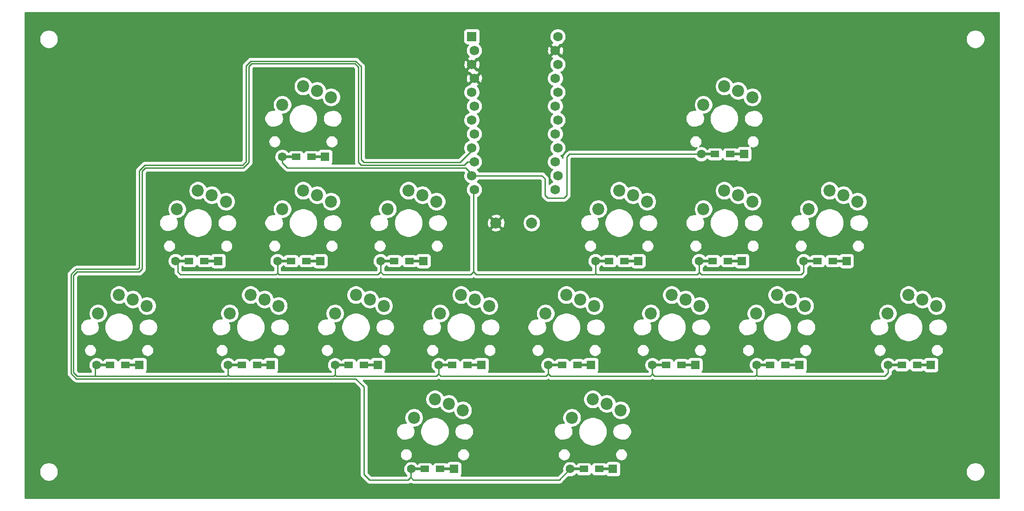
<source format=gbr>
G04 #@! TF.GenerationSoftware,KiCad,Pcbnew,(5.1.2-1)-1*
G04 #@! TF.CreationDate,2020-06-20T08:49:02+09:00*
G04 #@! TF.ProjectId,xipad,78697061-642e-46b6-9963-61645f706362,rev?*
G04 #@! TF.SameCoordinates,Original*
G04 #@! TF.FileFunction,Copper,L1,Top*
G04 #@! TF.FilePolarity,Positive*
%FSLAX46Y46*%
G04 Gerber Fmt 4.6, Leading zero omitted, Abs format (unit mm)*
G04 Created by KiCad (PCBNEW (5.1.2-1)-1) date 2020-06-20 08:49:02*
%MOMM*%
%LPD*%
G04 APERTURE LIST*
%ADD10C,2.200000*%
%ADD11C,2.000000*%
%ADD12R,1.600000X1.200000*%
%ADD13C,1.600000*%
%ADD14R,1.600000X1.600000*%
%ADD15R,2.900000X0.500000*%
%ADD16R,1.752600X1.752600*%
%ADD17C,1.752600*%
%ADD18C,0.250000*%
%ADD19C,0.254000*%
G04 APERTURE END LIST*
D10*
X91510800Y-53250000D03*
X86410800Y-51250000D03*
X88950800Y-52070000D03*
X82600800Y-54610000D03*
X116205000Y-16510000D03*
X122555000Y-13970000D03*
X120015000Y-13150000D03*
X125115000Y-15150000D03*
X135407400Y2540000D03*
X141757400Y5080000D03*
X139217400Y5900000D03*
X144317400Y3900000D03*
X144317400Y-15150000D03*
X139217400Y-13150000D03*
X141757400Y-13970000D03*
X135407400Y-16510000D03*
D11*
X104062600Y-19050000D03*
X97562600Y-19050000D03*
D12*
X63900000Y-7000000D03*
X61100000Y-7000000D03*
D13*
X58600000Y-7000000D03*
D14*
X66400000Y-7000000D03*
D15*
X60000000Y-7000000D03*
X65000000Y-7000000D03*
X141400000Y-6500000D03*
X136400000Y-6500000D03*
D14*
X142800000Y-6500000D03*
D13*
X135000000Y-6500000D03*
D12*
X137500000Y-6500000D03*
X140300000Y-6500000D03*
X44400000Y-26000000D03*
X41600000Y-26000000D03*
D13*
X39100000Y-26000000D03*
D14*
X46900000Y-26000000D03*
D15*
X40500000Y-26000000D03*
X45500000Y-26000000D03*
D12*
X63000000Y-26000000D03*
X60200000Y-26000000D03*
D13*
X57700000Y-26000000D03*
D14*
X65500000Y-26000000D03*
D15*
X59100000Y-26000000D03*
X64100000Y-26000000D03*
X82900000Y-26000000D03*
X77900000Y-26000000D03*
D14*
X84300000Y-26000000D03*
D13*
X76500000Y-26000000D03*
D12*
X79000000Y-26000000D03*
X81800000Y-26000000D03*
D15*
X122100000Y-26000000D03*
X117100000Y-26000000D03*
D14*
X123500000Y-26000000D03*
D13*
X115700000Y-26000000D03*
D12*
X118200000Y-26000000D03*
X121000000Y-26000000D03*
D15*
X141000000Y-26000000D03*
X136000000Y-26000000D03*
D14*
X142400000Y-26000000D03*
D13*
X134600000Y-26000000D03*
D12*
X137100000Y-26000000D03*
X139900000Y-26000000D03*
D15*
X160100000Y-26000000D03*
X155100000Y-26000000D03*
D14*
X161500000Y-26000000D03*
D13*
X153700000Y-26000000D03*
D12*
X156200000Y-26000000D03*
X159000000Y-26000000D03*
X30000000Y-45000000D03*
X27200000Y-45000000D03*
D13*
X24700000Y-45000000D03*
D14*
X32500000Y-45000000D03*
D15*
X26100000Y-45000000D03*
X31100000Y-45000000D03*
D12*
X54000000Y-45000000D03*
X51200000Y-45000000D03*
D13*
X48700000Y-45000000D03*
D14*
X56500000Y-45000000D03*
D15*
X50100000Y-45000000D03*
X55100000Y-45000000D03*
D12*
X73500000Y-45000000D03*
X70700000Y-45000000D03*
D13*
X68200000Y-45000000D03*
D14*
X76000000Y-45000000D03*
D15*
X69600000Y-45000000D03*
X74600000Y-45000000D03*
D12*
X92400000Y-45000000D03*
X89600000Y-45000000D03*
D13*
X87100000Y-45000000D03*
D14*
X94900000Y-45000000D03*
D15*
X88500000Y-45000000D03*
X93500000Y-45000000D03*
D12*
X112400000Y-45000000D03*
X109600000Y-45000000D03*
D13*
X107100000Y-45000000D03*
D14*
X114900000Y-45000000D03*
D15*
X108500000Y-45000000D03*
X113500000Y-45000000D03*
X132500000Y-45000000D03*
X127500000Y-45000000D03*
D14*
X133900000Y-45000000D03*
D13*
X126100000Y-45000000D03*
D12*
X128600000Y-45000000D03*
X131400000Y-45000000D03*
D15*
X151500000Y-45000000D03*
X146500000Y-45000000D03*
D14*
X152900000Y-45000000D03*
D13*
X145100000Y-45000000D03*
D12*
X147600000Y-45000000D03*
X150400000Y-45000000D03*
D15*
X175500000Y-45000000D03*
X170500000Y-45000000D03*
D14*
X176900000Y-45000000D03*
D13*
X169100000Y-45000000D03*
D12*
X171600000Y-45000000D03*
X174400000Y-45000000D03*
X87400000Y-64000000D03*
X84600000Y-64000000D03*
D13*
X82100000Y-64000000D03*
D14*
X89900000Y-64000000D03*
D15*
X83500000Y-64000000D03*
X88500000Y-64000000D03*
X117500000Y-64000000D03*
X112500000Y-64000000D03*
D14*
X118900000Y-64000000D03*
D13*
X111100000Y-64000000D03*
D12*
X113600000Y-64000000D03*
X116400000Y-64000000D03*
D10*
X67507800Y3900000D03*
X62407800Y5900000D03*
X64947800Y5080000D03*
X58597800Y2540000D03*
X39395400Y-16510000D03*
X45745400Y-13970000D03*
X43205400Y-13150000D03*
X48305400Y-15150000D03*
X67507800Y-15150000D03*
X62407800Y-13150000D03*
X64947800Y-13970000D03*
X58597800Y-16510000D03*
X86710200Y-15150000D03*
X81610200Y-13150000D03*
X84150200Y-13970000D03*
X77800200Y-16510000D03*
X154609800Y-16510000D03*
X160959800Y-13970000D03*
X158419800Y-13150000D03*
X163519800Y-15150000D03*
X33903600Y-34200000D03*
X28803600Y-32200000D03*
X31343600Y-33020000D03*
X24993600Y-35560000D03*
X57906600Y-34200000D03*
X52806600Y-32200000D03*
X55346600Y-33020000D03*
X48996600Y-35560000D03*
X68199000Y-35560000D03*
X74549000Y-33020000D03*
X72009000Y-32200000D03*
X77109000Y-34200000D03*
X87401400Y-35560000D03*
X93751400Y-33020000D03*
X91211400Y-32200000D03*
X96311400Y-34200000D03*
X115513800Y-34200000D03*
X110413800Y-32200000D03*
X112953800Y-33020000D03*
X106603800Y-35560000D03*
X125806200Y-35560000D03*
X132156200Y-33020000D03*
X129616200Y-32200000D03*
X134716200Y-34200000D03*
X153918600Y-34200000D03*
X148818600Y-32200000D03*
X151358600Y-33020000D03*
X145008600Y-35560000D03*
X169011600Y-35560000D03*
X175361600Y-33020000D03*
X172821600Y-32200000D03*
X177921600Y-34200000D03*
X111404400Y-54610000D03*
X117754400Y-52070000D03*
X115214400Y-51250000D03*
X120314400Y-53250000D03*
D16*
X93151400Y14970000D03*
D17*
X93608600Y12430000D03*
X93151400Y9890000D03*
X93608600Y7350000D03*
X93151400Y4810000D03*
X93608600Y2270000D03*
X93151400Y-270000D03*
X93608600Y-2810000D03*
X93151400Y-5350000D03*
X93608600Y-7890000D03*
X93151400Y-10430000D03*
X108391400Y-12970000D03*
X108848600Y-10430000D03*
X108391400Y-7890000D03*
X108848600Y-5350000D03*
X108391400Y-2810000D03*
X108848600Y-270000D03*
X108391400Y2270000D03*
X108848600Y4810000D03*
X108391400Y7350000D03*
X108848600Y9890000D03*
X108391400Y12430000D03*
X93608600Y-12970000D03*
X108848600Y14970000D03*
D18*
X111000000Y-6500000D02*
X136400000Y-6500000D01*
X110500000Y-7000000D02*
X111000000Y-6500000D01*
X110500000Y-14000000D02*
X110500000Y-7000000D01*
X110000000Y-14500000D02*
X110500000Y-14000000D01*
X107000000Y-14500000D02*
X110000000Y-14500000D01*
X106500000Y-14000000D02*
X107000000Y-14500000D01*
X105930000Y-10430000D02*
X106500000Y-11000000D01*
X106500000Y-11000000D02*
X106500000Y-14000000D01*
X93151400Y-10430000D02*
X105930000Y-10430000D01*
X59500000Y-9000000D02*
X92000000Y-9000000D01*
X93151400Y-10151400D02*
X93151400Y-10430000D01*
X58600000Y-8100000D02*
X59500000Y-9000000D01*
X92000000Y-9000000D02*
X93151400Y-10151400D01*
X58600000Y-7000000D02*
X58600000Y-8100000D01*
X57700000Y-28200000D02*
X57700000Y-26000000D01*
X76500000Y-28000000D02*
X76500000Y-26000000D01*
X76000000Y-28500000D02*
X76500000Y-28000000D01*
X58000000Y-28500000D02*
X76000000Y-28500000D01*
X57700000Y-28200000D02*
X58000000Y-28500000D01*
X115700000Y-28300000D02*
X115700000Y-26000000D01*
X134600000Y-27900000D02*
X134600000Y-26000000D01*
X134600000Y-28150000D02*
X134600000Y-27900000D01*
X134250000Y-28500000D02*
X134600000Y-28150000D01*
X115900000Y-28500000D02*
X134250000Y-28500000D01*
X115700000Y-28300000D02*
X115900000Y-28500000D01*
X153700000Y-28050000D02*
X153700000Y-26000000D01*
X153250000Y-28500000D02*
X153700000Y-28050000D01*
X134600000Y-28100000D02*
X135000000Y-28500000D01*
X135000000Y-28500000D02*
X153250000Y-28500000D01*
X134600000Y-27900000D02*
X134600000Y-28100000D01*
X93500000Y-13078600D02*
X93500000Y-28000000D01*
X93608600Y-12970000D02*
X93500000Y-13078600D01*
X115500000Y-28500000D02*
X115700000Y-28300000D01*
X94000000Y-28500000D02*
X115500000Y-28500000D01*
X93500000Y-28000000D02*
X94000000Y-28500000D01*
X76500000Y-28000000D02*
X77000000Y-28500000D01*
X93000000Y-28500000D02*
X93500000Y-28000000D01*
X77000000Y-28500000D02*
X93000000Y-28500000D01*
X39500000Y-28000000D02*
X39500000Y-26400000D01*
X39500000Y-26400000D02*
X39100000Y-26000000D01*
X40000000Y-28500000D02*
X39500000Y-28000000D01*
X57400000Y-28500000D02*
X40000000Y-28500000D01*
X57700000Y-28200000D02*
X57400000Y-28500000D01*
X82900000Y-26000000D02*
X81800000Y-26000000D01*
X24500000Y-45200000D02*
X24700000Y-45000000D01*
X24500000Y-47000000D02*
X24500000Y-45200000D01*
X48700000Y-46800000D02*
X48700000Y-45000000D01*
X48500000Y-47000000D02*
X48700000Y-46800000D01*
X24500000Y-47000000D02*
X48500000Y-47000000D01*
X68200000Y-46800000D02*
X68000000Y-47000000D01*
X68200000Y-45000000D02*
X68200000Y-46800000D01*
X48900000Y-47000000D02*
X68000000Y-47000000D01*
X48700000Y-46800000D02*
X48900000Y-47000000D01*
X86700000Y-47000000D02*
X87100000Y-46600000D01*
X68400000Y-47000000D02*
X86700000Y-47000000D01*
X68200000Y-46800000D02*
X68400000Y-47000000D01*
X87100000Y-45000000D02*
X87100000Y-46600000D01*
X107100000Y-45000000D02*
X107100000Y-46600000D01*
X106700000Y-47000000D02*
X107100000Y-46600000D01*
X87500000Y-47000000D02*
X106700000Y-47000000D01*
X87100000Y-46600000D02*
X87500000Y-47000000D01*
X126100000Y-45000000D02*
X126100000Y-46600000D01*
X125700000Y-47000000D02*
X126100000Y-46600000D01*
X107500000Y-47000000D02*
X125700000Y-47000000D01*
X107100000Y-46600000D02*
X107500000Y-47000000D01*
X126500000Y-47000000D02*
X126100000Y-46600000D01*
X144900000Y-47000000D02*
X126500000Y-47000000D01*
X145100000Y-46800000D02*
X144900000Y-47000000D01*
X145100000Y-45000000D02*
X145100000Y-46800000D01*
X169100000Y-46400000D02*
X169100000Y-45000000D01*
X168500000Y-47000000D02*
X169100000Y-46400000D01*
X145300000Y-47000000D02*
X168500000Y-47000000D01*
X145100000Y-46800000D02*
X145300000Y-47000000D01*
X72500000Y-8000000D02*
X72500000Y9363590D01*
X32500000Y-28000000D02*
X21136410Y-28000000D01*
X20500000Y-28636410D02*
X20500000Y-46363590D01*
X21136410Y-47000000D02*
X24500000Y-47000000D01*
X93608600Y-7890000D02*
X92369325Y-7890000D01*
X72500000Y9363590D02*
X71863590Y10000000D01*
X91759325Y-8500000D02*
X73000000Y-8500000D01*
X71863590Y10000000D02*
X53000000Y10000000D01*
X92369325Y-7890000D02*
X91759325Y-8500000D01*
X52500000Y9500000D02*
X52500000Y-8000000D01*
X52500000Y-8000000D02*
X51500000Y-9000000D01*
X51500000Y-9000000D02*
X33636410Y-9000000D01*
X20500000Y-46363590D02*
X21136410Y-47000000D01*
X33000000Y-9636410D02*
X33000000Y-27500000D01*
X53000000Y10000000D02*
X52500000Y9500000D01*
X33000000Y-27500000D02*
X32500000Y-28000000D01*
X73000000Y-8500000D02*
X72500000Y-8000000D01*
X21136410Y-28000000D02*
X20500000Y-28636410D01*
X33636410Y-9000000D02*
X33000000Y-9636410D01*
X109100000Y-66000000D02*
X111100000Y-64000000D01*
X82500000Y-66000000D02*
X109100000Y-66000000D01*
X82000000Y-65500000D02*
X82500000Y-66000000D01*
X82000000Y-64100000D02*
X82100000Y-64000000D01*
X82000000Y-65500000D02*
X82000000Y-64100000D01*
X93150000Y-5350000D02*
X93151400Y-5350000D01*
X81500000Y-66000000D02*
X82000000Y-65500000D01*
X74500000Y-66000000D02*
X81500000Y-66000000D01*
X73500000Y-49000000D02*
X73500000Y-65000000D01*
X32500000Y-9500000D02*
X32500000Y-27250000D01*
X32500000Y-27250000D02*
X32250000Y-27500000D01*
X72000000Y-47500000D02*
X73500000Y-49000000D01*
X21000000Y-47500000D02*
X72000000Y-47500000D01*
X21000000Y-27500000D02*
X20049989Y-28450011D01*
X33500000Y-8500000D02*
X32500000Y-9500000D01*
X73000000Y9500000D02*
X72000000Y10500000D01*
X20049989Y-28450011D02*
X20049989Y-46549990D01*
X73500000Y-8000000D02*
X73000000Y-7500000D01*
X32250000Y-27500000D02*
X21000000Y-27500000D01*
X52000000Y9636411D02*
X52000000Y-7863590D01*
X93151400Y-5350000D02*
X93151400Y-5848600D01*
X51363590Y-8500000D02*
X33500000Y-8500000D01*
X93151400Y-5848600D02*
X91000000Y-8000000D01*
X91000000Y-8000000D02*
X73500000Y-8000000D01*
X20049989Y-46549990D02*
X21000000Y-47500000D01*
X52000000Y-7863590D02*
X51363590Y-8500000D01*
X73500000Y-65000000D02*
X74500000Y-66000000D01*
X72000000Y10500000D02*
X52863589Y10500000D01*
X73000000Y-7500000D02*
X73000000Y9500000D01*
X52863589Y10500000D02*
X52000000Y9636411D01*
D19*
G36*
X189315000Y-69315000D02*
G01*
X11685000Y-69315000D01*
X11685000Y-64329117D01*
X14265000Y-64329117D01*
X14265000Y-64670883D01*
X14331675Y-65006081D01*
X14462463Y-65321831D01*
X14652337Y-65605998D01*
X14894002Y-65847663D01*
X15178169Y-66037537D01*
X15493919Y-66168325D01*
X15829117Y-66235000D01*
X16170883Y-66235000D01*
X16506081Y-66168325D01*
X16821831Y-66037537D01*
X17105998Y-65847663D01*
X17347663Y-65605998D01*
X17537537Y-65321831D01*
X17668325Y-65006081D01*
X17735000Y-64670883D01*
X17735000Y-64329117D01*
X17668325Y-63993919D01*
X17537537Y-63678169D01*
X17347663Y-63394002D01*
X17105998Y-63152337D01*
X16821831Y-62962463D01*
X16506081Y-62831675D01*
X16170883Y-62765000D01*
X15829117Y-62765000D01*
X15493919Y-62831675D01*
X15178169Y-62962463D01*
X14894002Y-63152337D01*
X14652337Y-63394002D01*
X14462463Y-63678169D01*
X14331675Y-63993919D01*
X14265000Y-64329117D01*
X11685000Y-64329117D01*
X11685000Y-28450011D01*
X19286313Y-28450011D01*
X19289989Y-28487333D01*
X19289990Y-46512657D01*
X19286313Y-46549990D01*
X19300987Y-46698976D01*
X19344443Y-46842236D01*
X19415016Y-46974266D01*
X19486190Y-47060993D01*
X19486195Y-47060998D01*
X19509989Y-47089991D01*
X19538982Y-47113785D01*
X20436205Y-48011008D01*
X20459999Y-48040001D01*
X20488992Y-48063795D01*
X20488997Y-48063800D01*
X20575724Y-48134974D01*
X20707753Y-48205546D01*
X20851014Y-48249003D01*
X20962667Y-48260000D01*
X20962675Y-48260000D01*
X21000000Y-48263676D01*
X21037323Y-48260000D01*
X71685199Y-48260000D01*
X72740000Y-49314802D01*
X72740001Y-64962667D01*
X72736324Y-65000000D01*
X72750998Y-65148985D01*
X72794454Y-65292246D01*
X72865026Y-65424276D01*
X72918142Y-65488997D01*
X72960000Y-65540001D01*
X72988998Y-65563799D01*
X73936201Y-66511003D01*
X73959999Y-66540001D01*
X73988997Y-66563799D01*
X74075724Y-66634974D01*
X74207753Y-66705546D01*
X74351014Y-66749003D01*
X74500000Y-66763677D01*
X74537333Y-66760000D01*
X81462678Y-66760000D01*
X81500000Y-66763676D01*
X81537322Y-66760000D01*
X81537333Y-66760000D01*
X81648986Y-66749003D01*
X81792247Y-66705546D01*
X81924276Y-66634974D01*
X82000000Y-66572829D01*
X82075724Y-66634974D01*
X82207753Y-66705546D01*
X82351014Y-66749003D01*
X82462667Y-66760000D01*
X82462675Y-66760000D01*
X82500000Y-66763676D01*
X82537325Y-66760000D01*
X109062678Y-66760000D01*
X109100000Y-66763676D01*
X109137322Y-66760000D01*
X109137333Y-66760000D01*
X109248986Y-66749003D01*
X109392247Y-66705546D01*
X109524276Y-66634974D01*
X109640001Y-66540001D01*
X109663804Y-66510997D01*
X110776114Y-65398688D01*
X110958665Y-65435000D01*
X111241335Y-65435000D01*
X111518574Y-65379853D01*
X111779727Y-65271680D01*
X112014759Y-65114637D01*
X112214637Y-64914759D01*
X112232469Y-64888072D01*
X112233959Y-64888072D01*
X112269463Y-64954494D01*
X112348815Y-65051185D01*
X112445506Y-65130537D01*
X112555820Y-65189502D01*
X112675518Y-65225812D01*
X112800000Y-65238072D01*
X114400000Y-65238072D01*
X114524482Y-65225812D01*
X114644180Y-65189502D01*
X114754494Y-65130537D01*
X114851185Y-65051185D01*
X114930537Y-64954494D01*
X114989502Y-64844180D01*
X115000000Y-64809573D01*
X115010498Y-64844180D01*
X115069463Y-64954494D01*
X115148815Y-65051185D01*
X115245506Y-65130537D01*
X115355820Y-65189502D01*
X115475518Y-65225812D01*
X115600000Y-65238072D01*
X117200000Y-65238072D01*
X117324482Y-65225812D01*
X117444180Y-65189502D01*
X117554494Y-65130537D01*
X117555998Y-65129303D01*
X117569463Y-65154494D01*
X117648815Y-65251185D01*
X117745506Y-65330537D01*
X117855820Y-65389502D01*
X117975518Y-65425812D01*
X118100000Y-65438072D01*
X119700000Y-65438072D01*
X119824482Y-65425812D01*
X119944180Y-65389502D01*
X120054494Y-65330537D01*
X120151185Y-65251185D01*
X120230537Y-65154494D01*
X120289502Y-65044180D01*
X120325812Y-64924482D01*
X120338072Y-64800000D01*
X120338072Y-64329117D01*
X183265000Y-64329117D01*
X183265000Y-64670883D01*
X183331675Y-65006081D01*
X183462463Y-65321831D01*
X183652337Y-65605998D01*
X183894002Y-65847663D01*
X184178169Y-66037537D01*
X184493919Y-66168325D01*
X184829117Y-66235000D01*
X185170883Y-66235000D01*
X185506081Y-66168325D01*
X185821831Y-66037537D01*
X186105998Y-65847663D01*
X186347663Y-65605998D01*
X186537537Y-65321831D01*
X186668325Y-65006081D01*
X186735000Y-64670883D01*
X186735000Y-64329117D01*
X186668325Y-63993919D01*
X186537537Y-63678169D01*
X186347663Y-63394002D01*
X186105998Y-63152337D01*
X185821831Y-62962463D01*
X185506081Y-62831675D01*
X185170883Y-62765000D01*
X184829117Y-62765000D01*
X184493919Y-62831675D01*
X184178169Y-62962463D01*
X183894002Y-63152337D01*
X183652337Y-63394002D01*
X183462463Y-63678169D01*
X183331675Y-63993919D01*
X183265000Y-64329117D01*
X120338072Y-64329117D01*
X120338072Y-63200000D01*
X120325812Y-63075518D01*
X120289502Y-62955820D01*
X120230537Y-62845506D01*
X120151185Y-62748815D01*
X120054494Y-62669463D01*
X119944180Y-62610498D01*
X119824482Y-62574188D01*
X119700000Y-62561928D01*
X118100000Y-62561928D01*
X117975518Y-62574188D01*
X117855820Y-62610498D01*
X117745506Y-62669463D01*
X117648815Y-62748815D01*
X117569463Y-62845506D01*
X117555998Y-62870697D01*
X117554494Y-62869463D01*
X117444180Y-62810498D01*
X117324482Y-62774188D01*
X117200000Y-62761928D01*
X115600000Y-62761928D01*
X115475518Y-62774188D01*
X115355820Y-62810498D01*
X115245506Y-62869463D01*
X115148815Y-62948815D01*
X115069463Y-63045506D01*
X115010498Y-63155820D01*
X115000000Y-63190427D01*
X114989502Y-63155820D01*
X114930537Y-63045506D01*
X114851185Y-62948815D01*
X114754494Y-62869463D01*
X114644180Y-62810498D01*
X114524482Y-62774188D01*
X114400000Y-62761928D01*
X112800000Y-62761928D01*
X112675518Y-62774188D01*
X112555820Y-62810498D01*
X112445506Y-62869463D01*
X112348815Y-62948815D01*
X112269463Y-63045506D01*
X112233959Y-63111928D01*
X112232469Y-63111928D01*
X112214637Y-63085241D01*
X112014759Y-62885363D01*
X111779727Y-62728320D01*
X111518574Y-62620147D01*
X111241335Y-62565000D01*
X110958665Y-62565000D01*
X110681426Y-62620147D01*
X110420273Y-62728320D01*
X110185241Y-62885363D01*
X109985363Y-63085241D01*
X109828320Y-63320273D01*
X109720147Y-63581426D01*
X109665000Y-63858665D01*
X109665000Y-64141335D01*
X109701312Y-64323886D01*
X108785199Y-65240000D01*
X91160364Y-65240000D01*
X91230537Y-65154494D01*
X91289502Y-65044180D01*
X91325812Y-64924482D01*
X91338072Y-64800000D01*
X91338072Y-63200000D01*
X91325812Y-63075518D01*
X91289502Y-62955820D01*
X91230537Y-62845506D01*
X91151185Y-62748815D01*
X91054494Y-62669463D01*
X90944180Y-62610498D01*
X90824482Y-62574188D01*
X90700000Y-62561928D01*
X89100000Y-62561928D01*
X88975518Y-62574188D01*
X88855820Y-62610498D01*
X88745506Y-62669463D01*
X88648815Y-62748815D01*
X88569463Y-62845506D01*
X88555998Y-62870697D01*
X88554494Y-62869463D01*
X88444180Y-62810498D01*
X88324482Y-62774188D01*
X88200000Y-62761928D01*
X86600000Y-62761928D01*
X86475518Y-62774188D01*
X86355820Y-62810498D01*
X86245506Y-62869463D01*
X86148815Y-62948815D01*
X86069463Y-63045506D01*
X86010498Y-63155820D01*
X86000000Y-63190427D01*
X85989502Y-63155820D01*
X85930537Y-63045506D01*
X85851185Y-62948815D01*
X85754494Y-62869463D01*
X85644180Y-62810498D01*
X85524482Y-62774188D01*
X85400000Y-62761928D01*
X83800000Y-62761928D01*
X83675518Y-62774188D01*
X83555820Y-62810498D01*
X83445506Y-62869463D01*
X83348815Y-62948815D01*
X83269463Y-63045506D01*
X83233959Y-63111928D01*
X83232469Y-63111928D01*
X83214637Y-63085241D01*
X83014759Y-62885363D01*
X82779727Y-62728320D01*
X82518574Y-62620147D01*
X82241335Y-62565000D01*
X81958665Y-62565000D01*
X81681426Y-62620147D01*
X81420273Y-62728320D01*
X81185241Y-62885363D01*
X80985363Y-63085241D01*
X80828320Y-63320273D01*
X80720147Y-63581426D01*
X80665000Y-63858665D01*
X80665000Y-64141335D01*
X80720147Y-64418574D01*
X80828320Y-64679727D01*
X80985363Y-64914759D01*
X81185241Y-65114637D01*
X81240000Y-65151226D01*
X81240000Y-65185199D01*
X81185199Y-65240000D01*
X74814802Y-65240000D01*
X74260000Y-64685199D01*
X74260000Y-61238212D01*
X80055800Y-61238212D01*
X80055800Y-61461788D01*
X80099417Y-61681067D01*
X80184976Y-61887624D01*
X80309188Y-62073520D01*
X80467280Y-62231612D01*
X80653176Y-62355824D01*
X80859733Y-62441383D01*
X81079012Y-62485000D01*
X81302588Y-62485000D01*
X81521867Y-62441383D01*
X81728424Y-62355824D01*
X81914320Y-62231612D01*
X82072412Y-62073520D01*
X82196624Y-61887624D01*
X82282183Y-61681067D01*
X82325800Y-61461788D01*
X82325800Y-61238212D01*
X90495800Y-61238212D01*
X90495800Y-61461788D01*
X90539417Y-61681067D01*
X90624976Y-61887624D01*
X90749188Y-62073520D01*
X90907280Y-62231612D01*
X91093176Y-62355824D01*
X91299733Y-62441383D01*
X91519012Y-62485000D01*
X91742588Y-62485000D01*
X91961867Y-62441383D01*
X92168424Y-62355824D01*
X92354320Y-62231612D01*
X92512412Y-62073520D01*
X92636624Y-61887624D01*
X92722183Y-61681067D01*
X92765800Y-61461788D01*
X92765800Y-61238212D01*
X108859400Y-61238212D01*
X108859400Y-61461788D01*
X108903017Y-61681067D01*
X108988576Y-61887624D01*
X109112788Y-62073520D01*
X109270880Y-62231612D01*
X109456776Y-62355824D01*
X109663333Y-62441383D01*
X109882612Y-62485000D01*
X110106188Y-62485000D01*
X110325467Y-62441383D01*
X110532024Y-62355824D01*
X110717920Y-62231612D01*
X110876012Y-62073520D01*
X111000224Y-61887624D01*
X111085783Y-61681067D01*
X111129400Y-61461788D01*
X111129400Y-61238212D01*
X119299400Y-61238212D01*
X119299400Y-61461788D01*
X119343017Y-61681067D01*
X119428576Y-61887624D01*
X119552788Y-62073520D01*
X119710880Y-62231612D01*
X119896776Y-62355824D01*
X120103333Y-62441383D01*
X120322612Y-62485000D01*
X120546188Y-62485000D01*
X120765467Y-62441383D01*
X120972024Y-62355824D01*
X121157920Y-62231612D01*
X121316012Y-62073520D01*
X121440224Y-61887624D01*
X121525783Y-61681067D01*
X121569400Y-61461788D01*
X121569400Y-61238212D01*
X121525783Y-61018933D01*
X121440224Y-60812376D01*
X121316012Y-60626480D01*
X121157920Y-60468388D01*
X120972024Y-60344176D01*
X120765467Y-60258617D01*
X120546188Y-60215000D01*
X120322612Y-60215000D01*
X120103333Y-60258617D01*
X119896776Y-60344176D01*
X119710880Y-60468388D01*
X119552788Y-60626480D01*
X119428576Y-60812376D01*
X119343017Y-61018933D01*
X119299400Y-61238212D01*
X111129400Y-61238212D01*
X111085783Y-61018933D01*
X111000224Y-60812376D01*
X110876012Y-60626480D01*
X110717920Y-60468388D01*
X110532024Y-60344176D01*
X110325467Y-60258617D01*
X110106188Y-60215000D01*
X109882612Y-60215000D01*
X109663333Y-60258617D01*
X109456776Y-60344176D01*
X109270880Y-60468388D01*
X109112788Y-60626480D01*
X108988576Y-60812376D01*
X108903017Y-61018933D01*
X108859400Y-61238212D01*
X92765800Y-61238212D01*
X92722183Y-61018933D01*
X92636624Y-60812376D01*
X92512412Y-60626480D01*
X92354320Y-60468388D01*
X92168424Y-60344176D01*
X91961867Y-60258617D01*
X91742588Y-60215000D01*
X91519012Y-60215000D01*
X91299733Y-60258617D01*
X91093176Y-60344176D01*
X90907280Y-60468388D01*
X90749188Y-60626480D01*
X90624976Y-60812376D01*
X90539417Y-61018933D01*
X90495800Y-61238212D01*
X82325800Y-61238212D01*
X82282183Y-61018933D01*
X82196624Y-60812376D01*
X82072412Y-60626480D01*
X81914320Y-60468388D01*
X81728424Y-60344176D01*
X81521867Y-60258617D01*
X81302588Y-60215000D01*
X81079012Y-60215000D01*
X80859733Y-60258617D01*
X80653176Y-60344176D01*
X80467280Y-60468388D01*
X80309188Y-60626480D01*
X80184976Y-60812376D01*
X80099417Y-61018933D01*
X80055800Y-61238212D01*
X74260000Y-61238212D01*
X74260000Y-56993891D01*
X79325800Y-56993891D01*
X79325800Y-57306109D01*
X79386711Y-57612327D01*
X79506191Y-57900779D01*
X79679650Y-58160379D01*
X79900421Y-58381150D01*
X80160021Y-58554609D01*
X80448473Y-58674089D01*
X80754691Y-58735000D01*
X81066909Y-58735000D01*
X81373127Y-58674089D01*
X81467497Y-58635000D01*
X81477060Y-58635000D01*
X81763958Y-58577932D01*
X82034211Y-58465990D01*
X82277432Y-58303475D01*
X82484275Y-58096632D01*
X82646790Y-57853411D01*
X82758732Y-57583158D01*
X82815800Y-57296260D01*
X82815800Y-57003740D01*
X82793271Y-56890475D01*
X83775800Y-56890475D01*
X83775800Y-57409525D01*
X83877061Y-57918601D01*
X84075693Y-58398141D01*
X84364062Y-58829715D01*
X84731085Y-59196738D01*
X85162659Y-59485107D01*
X85642199Y-59683739D01*
X86151275Y-59785000D01*
X86670325Y-59785000D01*
X87179401Y-59683739D01*
X87658941Y-59485107D01*
X88090515Y-59196738D01*
X88457538Y-58829715D01*
X88745907Y-58398141D01*
X88944539Y-57918601D01*
X89045800Y-57409525D01*
X89045800Y-57003740D01*
X90005800Y-57003740D01*
X90005800Y-57296260D01*
X90062868Y-57583158D01*
X90174810Y-57853411D01*
X90337325Y-58096632D01*
X90544168Y-58303475D01*
X90787389Y-58465990D01*
X91057642Y-58577932D01*
X91344540Y-58635000D01*
X91354103Y-58635000D01*
X91448473Y-58674089D01*
X91754691Y-58735000D01*
X92066909Y-58735000D01*
X92373127Y-58674089D01*
X92661579Y-58554609D01*
X92921179Y-58381150D01*
X93141950Y-58160379D01*
X93315409Y-57900779D01*
X93434889Y-57612327D01*
X93495800Y-57306109D01*
X93495800Y-56993891D01*
X108129400Y-56993891D01*
X108129400Y-57306109D01*
X108190311Y-57612327D01*
X108309791Y-57900779D01*
X108483250Y-58160379D01*
X108704021Y-58381150D01*
X108963621Y-58554609D01*
X109252073Y-58674089D01*
X109558291Y-58735000D01*
X109870509Y-58735000D01*
X110176727Y-58674089D01*
X110271097Y-58635000D01*
X110280660Y-58635000D01*
X110567558Y-58577932D01*
X110837811Y-58465990D01*
X111081032Y-58303475D01*
X111287875Y-58096632D01*
X111450390Y-57853411D01*
X111562332Y-57583158D01*
X111619400Y-57296260D01*
X111619400Y-57003740D01*
X111596871Y-56890475D01*
X112579400Y-56890475D01*
X112579400Y-57409525D01*
X112680661Y-57918601D01*
X112879293Y-58398141D01*
X113167662Y-58829715D01*
X113534685Y-59196738D01*
X113966259Y-59485107D01*
X114445799Y-59683739D01*
X114954875Y-59785000D01*
X115473925Y-59785000D01*
X115983001Y-59683739D01*
X116462541Y-59485107D01*
X116894115Y-59196738D01*
X117261138Y-58829715D01*
X117549507Y-58398141D01*
X117748139Y-57918601D01*
X117849400Y-57409525D01*
X117849400Y-57003740D01*
X118809400Y-57003740D01*
X118809400Y-57296260D01*
X118866468Y-57583158D01*
X118978410Y-57853411D01*
X119140925Y-58096632D01*
X119347768Y-58303475D01*
X119590989Y-58465990D01*
X119861242Y-58577932D01*
X120148140Y-58635000D01*
X120157703Y-58635000D01*
X120252073Y-58674089D01*
X120558291Y-58735000D01*
X120870509Y-58735000D01*
X121176727Y-58674089D01*
X121465179Y-58554609D01*
X121724779Y-58381150D01*
X121945550Y-58160379D01*
X122119009Y-57900779D01*
X122238489Y-57612327D01*
X122299400Y-57306109D01*
X122299400Y-56993891D01*
X122238489Y-56687673D01*
X122119009Y-56399221D01*
X121945550Y-56139621D01*
X121724779Y-55918850D01*
X121465179Y-55745391D01*
X121176727Y-55625911D01*
X120870509Y-55565000D01*
X120558291Y-55565000D01*
X120252073Y-55625911D01*
X120157703Y-55665000D01*
X120148140Y-55665000D01*
X119861242Y-55722068D01*
X119590989Y-55834010D01*
X119347768Y-55996525D01*
X119140925Y-56203368D01*
X118978410Y-56446589D01*
X118866468Y-56716842D01*
X118809400Y-57003740D01*
X117849400Y-57003740D01*
X117849400Y-56890475D01*
X117748139Y-56381399D01*
X117549507Y-55901859D01*
X117261138Y-55470285D01*
X116894115Y-55103262D01*
X116462541Y-54814893D01*
X115983001Y-54616261D01*
X115473925Y-54515000D01*
X114954875Y-54515000D01*
X114445799Y-54616261D01*
X113966259Y-54814893D01*
X113534685Y-55103262D01*
X113167662Y-55470285D01*
X112879293Y-55901859D01*
X112680661Y-56381399D01*
X112579400Y-56890475D01*
X111596871Y-56890475D01*
X111562332Y-56716842D01*
X111450390Y-56446589D01*
X111382510Y-56345000D01*
X111575283Y-56345000D01*
X111910481Y-56278325D01*
X112226231Y-56147537D01*
X112510398Y-55957663D01*
X112752063Y-55715998D01*
X112941937Y-55431831D01*
X113072725Y-55116081D01*
X113139400Y-54780883D01*
X113139400Y-54439117D01*
X113072725Y-54103919D01*
X112941937Y-53788169D01*
X112752063Y-53504002D01*
X112510398Y-53262337D01*
X112226231Y-53072463D01*
X111910481Y-52941675D01*
X111575283Y-52875000D01*
X111233517Y-52875000D01*
X110898319Y-52941675D01*
X110582569Y-53072463D01*
X110298402Y-53262337D01*
X110056737Y-53504002D01*
X109866863Y-53788169D01*
X109736075Y-54103919D01*
X109669400Y-54439117D01*
X109669400Y-54780883D01*
X109736075Y-55116081D01*
X109866863Y-55431831D01*
X109968924Y-55584576D01*
X109870509Y-55565000D01*
X109558291Y-55565000D01*
X109252073Y-55625911D01*
X108963621Y-55745391D01*
X108704021Y-55918850D01*
X108483250Y-56139621D01*
X108309791Y-56399221D01*
X108190311Y-56687673D01*
X108129400Y-56993891D01*
X93495800Y-56993891D01*
X93434889Y-56687673D01*
X93315409Y-56399221D01*
X93141950Y-56139621D01*
X92921179Y-55918850D01*
X92661579Y-55745391D01*
X92373127Y-55625911D01*
X92066909Y-55565000D01*
X91754691Y-55565000D01*
X91448473Y-55625911D01*
X91354103Y-55665000D01*
X91344540Y-55665000D01*
X91057642Y-55722068D01*
X90787389Y-55834010D01*
X90544168Y-55996525D01*
X90337325Y-56203368D01*
X90174810Y-56446589D01*
X90062868Y-56716842D01*
X90005800Y-57003740D01*
X89045800Y-57003740D01*
X89045800Y-56890475D01*
X88944539Y-56381399D01*
X88745907Y-55901859D01*
X88457538Y-55470285D01*
X88090515Y-55103262D01*
X87658941Y-54814893D01*
X87179401Y-54616261D01*
X86670325Y-54515000D01*
X86151275Y-54515000D01*
X85642199Y-54616261D01*
X85162659Y-54814893D01*
X84731085Y-55103262D01*
X84364062Y-55470285D01*
X84075693Y-55901859D01*
X83877061Y-56381399D01*
X83775800Y-56890475D01*
X82793271Y-56890475D01*
X82758732Y-56716842D01*
X82646790Y-56446589D01*
X82578910Y-56345000D01*
X82771683Y-56345000D01*
X83106881Y-56278325D01*
X83422631Y-56147537D01*
X83706798Y-55957663D01*
X83948463Y-55715998D01*
X84138337Y-55431831D01*
X84269125Y-55116081D01*
X84335800Y-54780883D01*
X84335800Y-54439117D01*
X84269125Y-54103919D01*
X84138337Y-53788169D01*
X83948463Y-53504002D01*
X83706798Y-53262337D01*
X83422631Y-53072463D01*
X83106881Y-52941675D01*
X82771683Y-52875000D01*
X82429917Y-52875000D01*
X82094719Y-52941675D01*
X81778969Y-53072463D01*
X81494802Y-53262337D01*
X81253137Y-53504002D01*
X81063263Y-53788169D01*
X80932475Y-54103919D01*
X80865800Y-54439117D01*
X80865800Y-54780883D01*
X80932475Y-55116081D01*
X81063263Y-55431831D01*
X81165324Y-55584576D01*
X81066909Y-55565000D01*
X80754691Y-55565000D01*
X80448473Y-55625911D01*
X80160021Y-55745391D01*
X79900421Y-55918850D01*
X79679650Y-56139621D01*
X79506191Y-56399221D01*
X79386711Y-56687673D01*
X79325800Y-56993891D01*
X74260000Y-56993891D01*
X74260000Y-51079117D01*
X84675800Y-51079117D01*
X84675800Y-51420883D01*
X84742475Y-51756081D01*
X84873263Y-52071831D01*
X85063137Y-52355998D01*
X85304802Y-52597663D01*
X85588969Y-52787537D01*
X85904719Y-52918325D01*
X86239917Y-52985000D01*
X86581683Y-52985000D01*
X86916881Y-52918325D01*
X87232631Y-52787537D01*
X87340272Y-52715614D01*
X87413263Y-52891831D01*
X87603137Y-53175998D01*
X87844802Y-53417663D01*
X88128969Y-53607537D01*
X88444719Y-53738325D01*
X88779917Y-53805000D01*
X89121683Y-53805000D01*
X89456881Y-53738325D01*
X89772631Y-53607537D01*
X89808200Y-53583770D01*
X89842475Y-53756081D01*
X89973263Y-54071831D01*
X90163137Y-54355998D01*
X90404802Y-54597663D01*
X90688969Y-54787537D01*
X91004719Y-54918325D01*
X91339917Y-54985000D01*
X91681683Y-54985000D01*
X92016881Y-54918325D01*
X92332631Y-54787537D01*
X92616798Y-54597663D01*
X92858463Y-54355998D01*
X93048337Y-54071831D01*
X93179125Y-53756081D01*
X93245800Y-53420883D01*
X93245800Y-53079117D01*
X93179125Y-52743919D01*
X93048337Y-52428169D01*
X92858463Y-52144002D01*
X92616798Y-51902337D01*
X92332631Y-51712463D01*
X92016881Y-51581675D01*
X91681683Y-51515000D01*
X91339917Y-51515000D01*
X91004719Y-51581675D01*
X90688969Y-51712463D01*
X90653400Y-51736230D01*
X90619125Y-51563919D01*
X90488337Y-51248169D01*
X90375381Y-51079117D01*
X113479400Y-51079117D01*
X113479400Y-51420883D01*
X113546075Y-51756081D01*
X113676863Y-52071831D01*
X113866737Y-52355998D01*
X114108402Y-52597663D01*
X114392569Y-52787537D01*
X114708319Y-52918325D01*
X115043517Y-52985000D01*
X115385283Y-52985000D01*
X115720481Y-52918325D01*
X116036231Y-52787537D01*
X116143872Y-52715614D01*
X116216863Y-52891831D01*
X116406737Y-53175998D01*
X116648402Y-53417663D01*
X116932569Y-53607537D01*
X117248319Y-53738325D01*
X117583517Y-53805000D01*
X117925283Y-53805000D01*
X118260481Y-53738325D01*
X118576231Y-53607537D01*
X118611800Y-53583770D01*
X118646075Y-53756081D01*
X118776863Y-54071831D01*
X118966737Y-54355998D01*
X119208402Y-54597663D01*
X119492569Y-54787537D01*
X119808319Y-54918325D01*
X120143517Y-54985000D01*
X120485283Y-54985000D01*
X120820481Y-54918325D01*
X121136231Y-54787537D01*
X121420398Y-54597663D01*
X121662063Y-54355998D01*
X121851937Y-54071831D01*
X121982725Y-53756081D01*
X122049400Y-53420883D01*
X122049400Y-53079117D01*
X121982725Y-52743919D01*
X121851937Y-52428169D01*
X121662063Y-52144002D01*
X121420398Y-51902337D01*
X121136231Y-51712463D01*
X120820481Y-51581675D01*
X120485283Y-51515000D01*
X120143517Y-51515000D01*
X119808319Y-51581675D01*
X119492569Y-51712463D01*
X119457000Y-51736230D01*
X119422725Y-51563919D01*
X119291937Y-51248169D01*
X119102063Y-50964002D01*
X118860398Y-50722337D01*
X118576231Y-50532463D01*
X118260481Y-50401675D01*
X117925283Y-50335000D01*
X117583517Y-50335000D01*
X117248319Y-50401675D01*
X116932569Y-50532463D01*
X116824928Y-50604386D01*
X116751937Y-50428169D01*
X116562063Y-50144002D01*
X116320398Y-49902337D01*
X116036231Y-49712463D01*
X115720481Y-49581675D01*
X115385283Y-49515000D01*
X115043517Y-49515000D01*
X114708319Y-49581675D01*
X114392569Y-49712463D01*
X114108402Y-49902337D01*
X113866737Y-50144002D01*
X113676863Y-50428169D01*
X113546075Y-50743919D01*
X113479400Y-51079117D01*
X90375381Y-51079117D01*
X90298463Y-50964002D01*
X90056798Y-50722337D01*
X89772631Y-50532463D01*
X89456881Y-50401675D01*
X89121683Y-50335000D01*
X88779917Y-50335000D01*
X88444719Y-50401675D01*
X88128969Y-50532463D01*
X88021328Y-50604386D01*
X87948337Y-50428169D01*
X87758463Y-50144002D01*
X87516798Y-49902337D01*
X87232631Y-49712463D01*
X86916881Y-49581675D01*
X86581683Y-49515000D01*
X86239917Y-49515000D01*
X85904719Y-49581675D01*
X85588969Y-49712463D01*
X85304802Y-49902337D01*
X85063137Y-50144002D01*
X84873263Y-50428169D01*
X84742475Y-50743919D01*
X84675800Y-51079117D01*
X74260000Y-51079117D01*
X74260000Y-49037322D01*
X74263676Y-48999999D01*
X74260000Y-48962676D01*
X74260000Y-48962667D01*
X74249003Y-48851014D01*
X74205546Y-48707753D01*
X74134974Y-48575724D01*
X74040001Y-48459999D01*
X74011004Y-48436202D01*
X73334802Y-47760000D01*
X86662678Y-47760000D01*
X86700000Y-47763676D01*
X86737322Y-47760000D01*
X86737333Y-47760000D01*
X86848986Y-47749003D01*
X86992247Y-47705546D01*
X87100000Y-47647950D01*
X87207753Y-47705546D01*
X87351014Y-47749003D01*
X87462667Y-47760000D01*
X87462676Y-47760000D01*
X87499999Y-47763676D01*
X87537322Y-47760000D01*
X106662678Y-47760000D01*
X106700000Y-47763676D01*
X106737322Y-47760000D01*
X106737333Y-47760000D01*
X106848986Y-47749003D01*
X106992247Y-47705546D01*
X107100000Y-47647950D01*
X107207753Y-47705546D01*
X107351014Y-47749003D01*
X107462667Y-47760000D01*
X107462676Y-47760000D01*
X107499999Y-47763676D01*
X107537322Y-47760000D01*
X125662678Y-47760000D01*
X125700000Y-47763676D01*
X125737322Y-47760000D01*
X125737333Y-47760000D01*
X125848986Y-47749003D01*
X125992247Y-47705546D01*
X126100000Y-47647950D01*
X126207753Y-47705546D01*
X126351014Y-47749003D01*
X126462667Y-47760000D01*
X126462676Y-47760000D01*
X126499999Y-47763676D01*
X126537322Y-47760000D01*
X144862678Y-47760000D01*
X144900000Y-47763676D01*
X144937322Y-47760000D01*
X144937333Y-47760000D01*
X145048986Y-47749003D01*
X145100000Y-47733528D01*
X145151014Y-47749003D01*
X145262667Y-47760000D01*
X145262675Y-47760000D01*
X145300000Y-47763676D01*
X145337325Y-47760000D01*
X168462678Y-47760000D01*
X168500000Y-47763676D01*
X168537322Y-47760000D01*
X168537333Y-47760000D01*
X168648986Y-47749003D01*
X168792247Y-47705546D01*
X168924276Y-47634974D01*
X169040001Y-47540001D01*
X169063803Y-47510998D01*
X169611004Y-46963798D01*
X169640001Y-46940001D01*
X169679192Y-46892247D01*
X169734974Y-46824277D01*
X169805546Y-46692247D01*
X169805546Y-46692246D01*
X169849003Y-46548986D01*
X169860000Y-46437333D01*
X169860000Y-46437324D01*
X169863676Y-46400001D01*
X169860000Y-46362678D01*
X169860000Y-46218043D01*
X170014759Y-46114637D01*
X170214637Y-45914759D01*
X170232469Y-45888072D01*
X170233959Y-45888072D01*
X170269463Y-45954494D01*
X170348815Y-46051185D01*
X170445506Y-46130537D01*
X170555820Y-46189502D01*
X170675518Y-46225812D01*
X170800000Y-46238072D01*
X172400000Y-46238072D01*
X172524482Y-46225812D01*
X172644180Y-46189502D01*
X172754494Y-46130537D01*
X172851185Y-46051185D01*
X172930537Y-45954494D01*
X172989502Y-45844180D01*
X173000000Y-45809573D01*
X173010498Y-45844180D01*
X173069463Y-45954494D01*
X173148815Y-46051185D01*
X173245506Y-46130537D01*
X173355820Y-46189502D01*
X173475518Y-46225812D01*
X173600000Y-46238072D01*
X175200000Y-46238072D01*
X175324482Y-46225812D01*
X175444180Y-46189502D01*
X175554494Y-46130537D01*
X175555998Y-46129303D01*
X175569463Y-46154494D01*
X175648815Y-46251185D01*
X175745506Y-46330537D01*
X175855820Y-46389502D01*
X175975518Y-46425812D01*
X176100000Y-46438072D01*
X177700000Y-46438072D01*
X177824482Y-46425812D01*
X177944180Y-46389502D01*
X178054494Y-46330537D01*
X178151185Y-46251185D01*
X178230537Y-46154494D01*
X178289502Y-46044180D01*
X178325812Y-45924482D01*
X178338072Y-45800000D01*
X178338072Y-44200000D01*
X178325812Y-44075518D01*
X178289502Y-43955820D01*
X178230537Y-43845506D01*
X178151185Y-43748815D01*
X178054494Y-43669463D01*
X177944180Y-43610498D01*
X177824482Y-43574188D01*
X177700000Y-43561928D01*
X176100000Y-43561928D01*
X175975518Y-43574188D01*
X175855820Y-43610498D01*
X175745506Y-43669463D01*
X175648815Y-43748815D01*
X175569463Y-43845506D01*
X175555998Y-43870697D01*
X175554494Y-43869463D01*
X175444180Y-43810498D01*
X175324482Y-43774188D01*
X175200000Y-43761928D01*
X173600000Y-43761928D01*
X173475518Y-43774188D01*
X173355820Y-43810498D01*
X173245506Y-43869463D01*
X173148815Y-43948815D01*
X173069463Y-44045506D01*
X173010498Y-44155820D01*
X173000000Y-44190427D01*
X172989502Y-44155820D01*
X172930537Y-44045506D01*
X172851185Y-43948815D01*
X172754494Y-43869463D01*
X172644180Y-43810498D01*
X172524482Y-43774188D01*
X172400000Y-43761928D01*
X170800000Y-43761928D01*
X170675518Y-43774188D01*
X170555820Y-43810498D01*
X170445506Y-43869463D01*
X170348815Y-43948815D01*
X170269463Y-44045506D01*
X170233959Y-44111928D01*
X170232469Y-44111928D01*
X170214637Y-44085241D01*
X170014759Y-43885363D01*
X169779727Y-43728320D01*
X169518574Y-43620147D01*
X169241335Y-43565000D01*
X168958665Y-43565000D01*
X168681426Y-43620147D01*
X168420273Y-43728320D01*
X168185241Y-43885363D01*
X167985363Y-44085241D01*
X167828320Y-44320273D01*
X167720147Y-44581426D01*
X167665000Y-44858665D01*
X167665000Y-45141335D01*
X167720147Y-45418574D01*
X167828320Y-45679727D01*
X167985363Y-45914759D01*
X168185241Y-46114637D01*
X168260365Y-46164833D01*
X168185199Y-46240000D01*
X154160364Y-46240000D01*
X154230537Y-46154494D01*
X154289502Y-46044180D01*
X154325812Y-45924482D01*
X154338072Y-45800000D01*
X154338072Y-44200000D01*
X154325812Y-44075518D01*
X154289502Y-43955820D01*
X154230537Y-43845506D01*
X154151185Y-43748815D01*
X154054494Y-43669463D01*
X153944180Y-43610498D01*
X153824482Y-43574188D01*
X153700000Y-43561928D01*
X152100000Y-43561928D01*
X151975518Y-43574188D01*
X151855820Y-43610498D01*
X151745506Y-43669463D01*
X151648815Y-43748815D01*
X151569463Y-43845506D01*
X151555998Y-43870697D01*
X151554494Y-43869463D01*
X151444180Y-43810498D01*
X151324482Y-43774188D01*
X151200000Y-43761928D01*
X149600000Y-43761928D01*
X149475518Y-43774188D01*
X149355820Y-43810498D01*
X149245506Y-43869463D01*
X149148815Y-43948815D01*
X149069463Y-44045506D01*
X149010498Y-44155820D01*
X149000000Y-44190427D01*
X148989502Y-44155820D01*
X148930537Y-44045506D01*
X148851185Y-43948815D01*
X148754494Y-43869463D01*
X148644180Y-43810498D01*
X148524482Y-43774188D01*
X148400000Y-43761928D01*
X146800000Y-43761928D01*
X146675518Y-43774188D01*
X146555820Y-43810498D01*
X146445506Y-43869463D01*
X146348815Y-43948815D01*
X146269463Y-44045506D01*
X146233959Y-44111928D01*
X146232469Y-44111928D01*
X146214637Y-44085241D01*
X146014759Y-43885363D01*
X145779727Y-43728320D01*
X145518574Y-43620147D01*
X145241335Y-43565000D01*
X144958665Y-43565000D01*
X144681426Y-43620147D01*
X144420273Y-43728320D01*
X144185241Y-43885363D01*
X143985363Y-44085241D01*
X143828320Y-44320273D01*
X143720147Y-44581426D01*
X143665000Y-44858665D01*
X143665000Y-45141335D01*
X143720147Y-45418574D01*
X143828320Y-45679727D01*
X143985363Y-45914759D01*
X144185241Y-46114637D01*
X144340001Y-46218044D01*
X144340001Y-46240000D01*
X135160364Y-46240000D01*
X135230537Y-46154494D01*
X135289502Y-46044180D01*
X135325812Y-45924482D01*
X135338072Y-45800000D01*
X135338072Y-44200000D01*
X135325812Y-44075518D01*
X135289502Y-43955820D01*
X135230537Y-43845506D01*
X135151185Y-43748815D01*
X135054494Y-43669463D01*
X134944180Y-43610498D01*
X134824482Y-43574188D01*
X134700000Y-43561928D01*
X133100000Y-43561928D01*
X132975518Y-43574188D01*
X132855820Y-43610498D01*
X132745506Y-43669463D01*
X132648815Y-43748815D01*
X132569463Y-43845506D01*
X132555998Y-43870697D01*
X132554494Y-43869463D01*
X132444180Y-43810498D01*
X132324482Y-43774188D01*
X132200000Y-43761928D01*
X130600000Y-43761928D01*
X130475518Y-43774188D01*
X130355820Y-43810498D01*
X130245506Y-43869463D01*
X130148815Y-43948815D01*
X130069463Y-44045506D01*
X130010498Y-44155820D01*
X130000000Y-44190427D01*
X129989502Y-44155820D01*
X129930537Y-44045506D01*
X129851185Y-43948815D01*
X129754494Y-43869463D01*
X129644180Y-43810498D01*
X129524482Y-43774188D01*
X129400000Y-43761928D01*
X127800000Y-43761928D01*
X127675518Y-43774188D01*
X127555820Y-43810498D01*
X127445506Y-43869463D01*
X127348815Y-43948815D01*
X127269463Y-44045506D01*
X127233959Y-44111928D01*
X127232469Y-44111928D01*
X127214637Y-44085241D01*
X127014759Y-43885363D01*
X126779727Y-43728320D01*
X126518574Y-43620147D01*
X126241335Y-43565000D01*
X125958665Y-43565000D01*
X125681426Y-43620147D01*
X125420273Y-43728320D01*
X125185241Y-43885363D01*
X124985363Y-44085241D01*
X124828320Y-44320273D01*
X124720147Y-44581426D01*
X124665000Y-44858665D01*
X124665000Y-45141335D01*
X124720147Y-45418574D01*
X124828320Y-45679727D01*
X124985363Y-45914759D01*
X125185241Y-46114637D01*
X125340001Y-46218044D01*
X125340001Y-46240000D01*
X116160364Y-46240000D01*
X116230537Y-46154494D01*
X116289502Y-46044180D01*
X116325812Y-45924482D01*
X116338072Y-45800000D01*
X116338072Y-44200000D01*
X116325812Y-44075518D01*
X116289502Y-43955820D01*
X116230537Y-43845506D01*
X116151185Y-43748815D01*
X116054494Y-43669463D01*
X115944180Y-43610498D01*
X115824482Y-43574188D01*
X115700000Y-43561928D01*
X114100000Y-43561928D01*
X113975518Y-43574188D01*
X113855820Y-43610498D01*
X113745506Y-43669463D01*
X113648815Y-43748815D01*
X113569463Y-43845506D01*
X113555998Y-43870697D01*
X113554494Y-43869463D01*
X113444180Y-43810498D01*
X113324482Y-43774188D01*
X113200000Y-43761928D01*
X111600000Y-43761928D01*
X111475518Y-43774188D01*
X111355820Y-43810498D01*
X111245506Y-43869463D01*
X111148815Y-43948815D01*
X111069463Y-44045506D01*
X111010498Y-44155820D01*
X111000000Y-44190427D01*
X110989502Y-44155820D01*
X110930537Y-44045506D01*
X110851185Y-43948815D01*
X110754494Y-43869463D01*
X110644180Y-43810498D01*
X110524482Y-43774188D01*
X110400000Y-43761928D01*
X108800000Y-43761928D01*
X108675518Y-43774188D01*
X108555820Y-43810498D01*
X108445506Y-43869463D01*
X108348815Y-43948815D01*
X108269463Y-44045506D01*
X108233959Y-44111928D01*
X108232469Y-44111928D01*
X108214637Y-44085241D01*
X108014759Y-43885363D01*
X107779727Y-43728320D01*
X107518574Y-43620147D01*
X107241335Y-43565000D01*
X106958665Y-43565000D01*
X106681426Y-43620147D01*
X106420273Y-43728320D01*
X106185241Y-43885363D01*
X105985363Y-44085241D01*
X105828320Y-44320273D01*
X105720147Y-44581426D01*
X105665000Y-44858665D01*
X105665000Y-45141335D01*
X105720147Y-45418574D01*
X105828320Y-45679727D01*
X105985363Y-45914759D01*
X106185241Y-46114637D01*
X106340001Y-46218044D01*
X106340001Y-46240000D01*
X96160364Y-46240000D01*
X96230537Y-46154494D01*
X96289502Y-46044180D01*
X96325812Y-45924482D01*
X96338072Y-45800000D01*
X96338072Y-44200000D01*
X96325812Y-44075518D01*
X96289502Y-43955820D01*
X96230537Y-43845506D01*
X96151185Y-43748815D01*
X96054494Y-43669463D01*
X95944180Y-43610498D01*
X95824482Y-43574188D01*
X95700000Y-43561928D01*
X94100000Y-43561928D01*
X93975518Y-43574188D01*
X93855820Y-43610498D01*
X93745506Y-43669463D01*
X93648815Y-43748815D01*
X93569463Y-43845506D01*
X93555998Y-43870697D01*
X93554494Y-43869463D01*
X93444180Y-43810498D01*
X93324482Y-43774188D01*
X93200000Y-43761928D01*
X91600000Y-43761928D01*
X91475518Y-43774188D01*
X91355820Y-43810498D01*
X91245506Y-43869463D01*
X91148815Y-43948815D01*
X91069463Y-44045506D01*
X91010498Y-44155820D01*
X91000000Y-44190427D01*
X90989502Y-44155820D01*
X90930537Y-44045506D01*
X90851185Y-43948815D01*
X90754494Y-43869463D01*
X90644180Y-43810498D01*
X90524482Y-43774188D01*
X90400000Y-43761928D01*
X88800000Y-43761928D01*
X88675518Y-43774188D01*
X88555820Y-43810498D01*
X88445506Y-43869463D01*
X88348815Y-43948815D01*
X88269463Y-44045506D01*
X88233959Y-44111928D01*
X88232469Y-44111928D01*
X88214637Y-44085241D01*
X88014759Y-43885363D01*
X87779727Y-43728320D01*
X87518574Y-43620147D01*
X87241335Y-43565000D01*
X86958665Y-43565000D01*
X86681426Y-43620147D01*
X86420273Y-43728320D01*
X86185241Y-43885363D01*
X85985363Y-44085241D01*
X85828320Y-44320273D01*
X85720147Y-44581426D01*
X85665000Y-44858665D01*
X85665000Y-45141335D01*
X85720147Y-45418574D01*
X85828320Y-45679727D01*
X85985363Y-45914759D01*
X86185241Y-46114637D01*
X86340001Y-46218044D01*
X86340001Y-46240000D01*
X77260364Y-46240000D01*
X77330537Y-46154494D01*
X77389502Y-46044180D01*
X77425812Y-45924482D01*
X77438072Y-45800000D01*
X77438072Y-44200000D01*
X77425812Y-44075518D01*
X77389502Y-43955820D01*
X77330537Y-43845506D01*
X77251185Y-43748815D01*
X77154494Y-43669463D01*
X77044180Y-43610498D01*
X76924482Y-43574188D01*
X76800000Y-43561928D01*
X75200000Y-43561928D01*
X75075518Y-43574188D01*
X74955820Y-43610498D01*
X74845506Y-43669463D01*
X74748815Y-43748815D01*
X74669463Y-43845506D01*
X74655998Y-43870697D01*
X74654494Y-43869463D01*
X74544180Y-43810498D01*
X74424482Y-43774188D01*
X74300000Y-43761928D01*
X72700000Y-43761928D01*
X72575518Y-43774188D01*
X72455820Y-43810498D01*
X72345506Y-43869463D01*
X72248815Y-43948815D01*
X72169463Y-44045506D01*
X72110498Y-44155820D01*
X72100000Y-44190427D01*
X72089502Y-44155820D01*
X72030537Y-44045506D01*
X71951185Y-43948815D01*
X71854494Y-43869463D01*
X71744180Y-43810498D01*
X71624482Y-43774188D01*
X71500000Y-43761928D01*
X69900000Y-43761928D01*
X69775518Y-43774188D01*
X69655820Y-43810498D01*
X69545506Y-43869463D01*
X69448815Y-43948815D01*
X69369463Y-44045506D01*
X69333959Y-44111928D01*
X69332469Y-44111928D01*
X69314637Y-44085241D01*
X69114759Y-43885363D01*
X68879727Y-43728320D01*
X68618574Y-43620147D01*
X68341335Y-43565000D01*
X68058665Y-43565000D01*
X67781426Y-43620147D01*
X67520273Y-43728320D01*
X67285241Y-43885363D01*
X67085363Y-44085241D01*
X66928320Y-44320273D01*
X66820147Y-44581426D01*
X66765000Y-44858665D01*
X66765000Y-45141335D01*
X66820147Y-45418574D01*
X66928320Y-45679727D01*
X67085363Y-45914759D01*
X67285241Y-46114637D01*
X67440001Y-46218044D01*
X67440001Y-46240000D01*
X57760364Y-46240000D01*
X57830537Y-46154494D01*
X57889502Y-46044180D01*
X57925812Y-45924482D01*
X57938072Y-45800000D01*
X57938072Y-44200000D01*
X57925812Y-44075518D01*
X57889502Y-43955820D01*
X57830537Y-43845506D01*
X57751185Y-43748815D01*
X57654494Y-43669463D01*
X57544180Y-43610498D01*
X57424482Y-43574188D01*
X57300000Y-43561928D01*
X55700000Y-43561928D01*
X55575518Y-43574188D01*
X55455820Y-43610498D01*
X55345506Y-43669463D01*
X55248815Y-43748815D01*
X55169463Y-43845506D01*
X55155998Y-43870697D01*
X55154494Y-43869463D01*
X55044180Y-43810498D01*
X54924482Y-43774188D01*
X54800000Y-43761928D01*
X53200000Y-43761928D01*
X53075518Y-43774188D01*
X52955820Y-43810498D01*
X52845506Y-43869463D01*
X52748815Y-43948815D01*
X52669463Y-44045506D01*
X52610498Y-44155820D01*
X52600000Y-44190427D01*
X52589502Y-44155820D01*
X52530537Y-44045506D01*
X52451185Y-43948815D01*
X52354494Y-43869463D01*
X52244180Y-43810498D01*
X52124482Y-43774188D01*
X52000000Y-43761928D01*
X50400000Y-43761928D01*
X50275518Y-43774188D01*
X50155820Y-43810498D01*
X50045506Y-43869463D01*
X49948815Y-43948815D01*
X49869463Y-44045506D01*
X49833959Y-44111928D01*
X49832469Y-44111928D01*
X49814637Y-44085241D01*
X49614759Y-43885363D01*
X49379727Y-43728320D01*
X49118574Y-43620147D01*
X48841335Y-43565000D01*
X48558665Y-43565000D01*
X48281426Y-43620147D01*
X48020273Y-43728320D01*
X47785241Y-43885363D01*
X47585363Y-44085241D01*
X47428320Y-44320273D01*
X47320147Y-44581426D01*
X47265000Y-44858665D01*
X47265000Y-45141335D01*
X47320147Y-45418574D01*
X47428320Y-45679727D01*
X47585363Y-45914759D01*
X47785241Y-46114637D01*
X47940000Y-46218044D01*
X47940000Y-46240000D01*
X33760364Y-46240000D01*
X33830537Y-46154494D01*
X33889502Y-46044180D01*
X33925812Y-45924482D01*
X33938072Y-45800000D01*
X33938072Y-44200000D01*
X33925812Y-44075518D01*
X33889502Y-43955820D01*
X33830537Y-43845506D01*
X33751185Y-43748815D01*
X33654494Y-43669463D01*
X33544180Y-43610498D01*
X33424482Y-43574188D01*
X33300000Y-43561928D01*
X31700000Y-43561928D01*
X31575518Y-43574188D01*
X31455820Y-43610498D01*
X31345506Y-43669463D01*
X31248815Y-43748815D01*
X31169463Y-43845506D01*
X31155998Y-43870697D01*
X31154494Y-43869463D01*
X31044180Y-43810498D01*
X30924482Y-43774188D01*
X30800000Y-43761928D01*
X29200000Y-43761928D01*
X29075518Y-43774188D01*
X28955820Y-43810498D01*
X28845506Y-43869463D01*
X28748815Y-43948815D01*
X28669463Y-44045506D01*
X28610498Y-44155820D01*
X28600000Y-44190427D01*
X28589502Y-44155820D01*
X28530537Y-44045506D01*
X28451185Y-43948815D01*
X28354494Y-43869463D01*
X28244180Y-43810498D01*
X28124482Y-43774188D01*
X28000000Y-43761928D01*
X26400000Y-43761928D01*
X26275518Y-43774188D01*
X26155820Y-43810498D01*
X26045506Y-43869463D01*
X25948815Y-43948815D01*
X25869463Y-44045506D01*
X25833959Y-44111928D01*
X25832469Y-44111928D01*
X25814637Y-44085241D01*
X25614759Y-43885363D01*
X25379727Y-43728320D01*
X25118574Y-43620147D01*
X24841335Y-43565000D01*
X24558665Y-43565000D01*
X24281426Y-43620147D01*
X24020273Y-43728320D01*
X23785241Y-43885363D01*
X23585363Y-44085241D01*
X23428320Y-44320273D01*
X23320147Y-44581426D01*
X23265000Y-44858665D01*
X23265000Y-45141335D01*
X23320147Y-45418574D01*
X23428320Y-45679727D01*
X23585363Y-45914759D01*
X23740001Y-46069397D01*
X23740000Y-46240000D01*
X21451212Y-46240000D01*
X21260000Y-46048789D01*
X21260000Y-42188212D01*
X22448600Y-42188212D01*
X22448600Y-42411788D01*
X22492217Y-42631067D01*
X22577776Y-42837624D01*
X22701988Y-43023520D01*
X22860080Y-43181612D01*
X23045976Y-43305824D01*
X23252533Y-43391383D01*
X23471812Y-43435000D01*
X23695388Y-43435000D01*
X23914667Y-43391383D01*
X24121224Y-43305824D01*
X24307120Y-43181612D01*
X24465212Y-43023520D01*
X24589424Y-42837624D01*
X24674983Y-42631067D01*
X24718600Y-42411788D01*
X24718600Y-42188212D01*
X32888600Y-42188212D01*
X32888600Y-42411788D01*
X32932217Y-42631067D01*
X33017776Y-42837624D01*
X33141988Y-43023520D01*
X33300080Y-43181612D01*
X33485976Y-43305824D01*
X33692533Y-43391383D01*
X33911812Y-43435000D01*
X34135388Y-43435000D01*
X34354667Y-43391383D01*
X34561224Y-43305824D01*
X34747120Y-43181612D01*
X34905212Y-43023520D01*
X35029424Y-42837624D01*
X35114983Y-42631067D01*
X35158600Y-42411788D01*
X35158600Y-42188212D01*
X46451600Y-42188212D01*
X46451600Y-42411788D01*
X46495217Y-42631067D01*
X46580776Y-42837624D01*
X46704988Y-43023520D01*
X46863080Y-43181612D01*
X47048976Y-43305824D01*
X47255533Y-43391383D01*
X47474812Y-43435000D01*
X47698388Y-43435000D01*
X47917667Y-43391383D01*
X48124224Y-43305824D01*
X48310120Y-43181612D01*
X48468212Y-43023520D01*
X48592424Y-42837624D01*
X48677983Y-42631067D01*
X48721600Y-42411788D01*
X48721600Y-42188212D01*
X56891600Y-42188212D01*
X56891600Y-42411788D01*
X56935217Y-42631067D01*
X57020776Y-42837624D01*
X57144988Y-43023520D01*
X57303080Y-43181612D01*
X57488976Y-43305824D01*
X57695533Y-43391383D01*
X57914812Y-43435000D01*
X58138388Y-43435000D01*
X58357667Y-43391383D01*
X58564224Y-43305824D01*
X58750120Y-43181612D01*
X58908212Y-43023520D01*
X59032424Y-42837624D01*
X59117983Y-42631067D01*
X59161600Y-42411788D01*
X59161600Y-42188212D01*
X65654000Y-42188212D01*
X65654000Y-42411788D01*
X65697617Y-42631067D01*
X65783176Y-42837624D01*
X65907388Y-43023520D01*
X66065480Y-43181612D01*
X66251376Y-43305824D01*
X66457933Y-43391383D01*
X66677212Y-43435000D01*
X66900788Y-43435000D01*
X67120067Y-43391383D01*
X67326624Y-43305824D01*
X67512520Y-43181612D01*
X67670612Y-43023520D01*
X67794824Y-42837624D01*
X67880383Y-42631067D01*
X67924000Y-42411788D01*
X67924000Y-42188212D01*
X76094000Y-42188212D01*
X76094000Y-42411788D01*
X76137617Y-42631067D01*
X76223176Y-42837624D01*
X76347388Y-43023520D01*
X76505480Y-43181612D01*
X76691376Y-43305824D01*
X76897933Y-43391383D01*
X77117212Y-43435000D01*
X77340788Y-43435000D01*
X77560067Y-43391383D01*
X77766624Y-43305824D01*
X77952520Y-43181612D01*
X78110612Y-43023520D01*
X78234824Y-42837624D01*
X78320383Y-42631067D01*
X78364000Y-42411788D01*
X78364000Y-42188212D01*
X84856400Y-42188212D01*
X84856400Y-42411788D01*
X84900017Y-42631067D01*
X84985576Y-42837624D01*
X85109788Y-43023520D01*
X85267880Y-43181612D01*
X85453776Y-43305824D01*
X85660333Y-43391383D01*
X85879612Y-43435000D01*
X86103188Y-43435000D01*
X86322467Y-43391383D01*
X86529024Y-43305824D01*
X86714920Y-43181612D01*
X86873012Y-43023520D01*
X86997224Y-42837624D01*
X87082783Y-42631067D01*
X87126400Y-42411788D01*
X87126400Y-42188212D01*
X95296400Y-42188212D01*
X95296400Y-42411788D01*
X95340017Y-42631067D01*
X95425576Y-42837624D01*
X95549788Y-43023520D01*
X95707880Y-43181612D01*
X95893776Y-43305824D01*
X96100333Y-43391383D01*
X96319612Y-43435000D01*
X96543188Y-43435000D01*
X96762467Y-43391383D01*
X96969024Y-43305824D01*
X97154920Y-43181612D01*
X97313012Y-43023520D01*
X97437224Y-42837624D01*
X97522783Y-42631067D01*
X97566400Y-42411788D01*
X97566400Y-42188212D01*
X104058800Y-42188212D01*
X104058800Y-42411788D01*
X104102417Y-42631067D01*
X104187976Y-42837624D01*
X104312188Y-43023520D01*
X104470280Y-43181612D01*
X104656176Y-43305824D01*
X104862733Y-43391383D01*
X105082012Y-43435000D01*
X105305588Y-43435000D01*
X105524867Y-43391383D01*
X105731424Y-43305824D01*
X105917320Y-43181612D01*
X106075412Y-43023520D01*
X106199624Y-42837624D01*
X106285183Y-42631067D01*
X106328800Y-42411788D01*
X106328800Y-42188212D01*
X114498800Y-42188212D01*
X114498800Y-42411788D01*
X114542417Y-42631067D01*
X114627976Y-42837624D01*
X114752188Y-43023520D01*
X114910280Y-43181612D01*
X115096176Y-43305824D01*
X115302733Y-43391383D01*
X115522012Y-43435000D01*
X115745588Y-43435000D01*
X115964867Y-43391383D01*
X116171424Y-43305824D01*
X116357320Y-43181612D01*
X116515412Y-43023520D01*
X116639624Y-42837624D01*
X116725183Y-42631067D01*
X116768800Y-42411788D01*
X116768800Y-42188212D01*
X123261200Y-42188212D01*
X123261200Y-42411788D01*
X123304817Y-42631067D01*
X123390376Y-42837624D01*
X123514588Y-43023520D01*
X123672680Y-43181612D01*
X123858576Y-43305824D01*
X124065133Y-43391383D01*
X124284412Y-43435000D01*
X124507988Y-43435000D01*
X124727267Y-43391383D01*
X124933824Y-43305824D01*
X125119720Y-43181612D01*
X125277812Y-43023520D01*
X125402024Y-42837624D01*
X125487583Y-42631067D01*
X125531200Y-42411788D01*
X125531200Y-42188212D01*
X133701200Y-42188212D01*
X133701200Y-42411788D01*
X133744817Y-42631067D01*
X133830376Y-42837624D01*
X133954588Y-43023520D01*
X134112680Y-43181612D01*
X134298576Y-43305824D01*
X134505133Y-43391383D01*
X134724412Y-43435000D01*
X134947988Y-43435000D01*
X135167267Y-43391383D01*
X135373824Y-43305824D01*
X135559720Y-43181612D01*
X135717812Y-43023520D01*
X135842024Y-42837624D01*
X135927583Y-42631067D01*
X135971200Y-42411788D01*
X135971200Y-42188212D01*
X142463600Y-42188212D01*
X142463600Y-42411788D01*
X142507217Y-42631067D01*
X142592776Y-42837624D01*
X142716988Y-43023520D01*
X142875080Y-43181612D01*
X143060976Y-43305824D01*
X143267533Y-43391383D01*
X143486812Y-43435000D01*
X143710388Y-43435000D01*
X143929667Y-43391383D01*
X144136224Y-43305824D01*
X144322120Y-43181612D01*
X144480212Y-43023520D01*
X144604424Y-42837624D01*
X144689983Y-42631067D01*
X144733600Y-42411788D01*
X144733600Y-42188212D01*
X152903600Y-42188212D01*
X152903600Y-42411788D01*
X152947217Y-42631067D01*
X153032776Y-42837624D01*
X153156988Y-43023520D01*
X153315080Y-43181612D01*
X153500976Y-43305824D01*
X153707533Y-43391383D01*
X153926812Y-43435000D01*
X154150388Y-43435000D01*
X154369667Y-43391383D01*
X154576224Y-43305824D01*
X154762120Y-43181612D01*
X154920212Y-43023520D01*
X155044424Y-42837624D01*
X155129983Y-42631067D01*
X155173600Y-42411788D01*
X155173600Y-42188212D01*
X166466600Y-42188212D01*
X166466600Y-42411788D01*
X166510217Y-42631067D01*
X166595776Y-42837624D01*
X166719988Y-43023520D01*
X166878080Y-43181612D01*
X167063976Y-43305824D01*
X167270533Y-43391383D01*
X167489812Y-43435000D01*
X167713388Y-43435000D01*
X167932667Y-43391383D01*
X168139224Y-43305824D01*
X168325120Y-43181612D01*
X168483212Y-43023520D01*
X168607424Y-42837624D01*
X168692983Y-42631067D01*
X168736600Y-42411788D01*
X168736600Y-42188212D01*
X176906600Y-42188212D01*
X176906600Y-42411788D01*
X176950217Y-42631067D01*
X177035776Y-42837624D01*
X177159988Y-43023520D01*
X177318080Y-43181612D01*
X177503976Y-43305824D01*
X177710533Y-43391383D01*
X177929812Y-43435000D01*
X178153388Y-43435000D01*
X178372667Y-43391383D01*
X178579224Y-43305824D01*
X178765120Y-43181612D01*
X178923212Y-43023520D01*
X179047424Y-42837624D01*
X179132983Y-42631067D01*
X179176600Y-42411788D01*
X179176600Y-42188212D01*
X179132983Y-41968933D01*
X179047424Y-41762376D01*
X178923212Y-41576480D01*
X178765120Y-41418388D01*
X178579224Y-41294176D01*
X178372667Y-41208617D01*
X178153388Y-41165000D01*
X177929812Y-41165000D01*
X177710533Y-41208617D01*
X177503976Y-41294176D01*
X177318080Y-41418388D01*
X177159988Y-41576480D01*
X177035776Y-41762376D01*
X176950217Y-41968933D01*
X176906600Y-42188212D01*
X168736600Y-42188212D01*
X168692983Y-41968933D01*
X168607424Y-41762376D01*
X168483212Y-41576480D01*
X168325120Y-41418388D01*
X168139224Y-41294176D01*
X167932667Y-41208617D01*
X167713388Y-41165000D01*
X167489812Y-41165000D01*
X167270533Y-41208617D01*
X167063976Y-41294176D01*
X166878080Y-41418388D01*
X166719988Y-41576480D01*
X166595776Y-41762376D01*
X166510217Y-41968933D01*
X166466600Y-42188212D01*
X155173600Y-42188212D01*
X155129983Y-41968933D01*
X155044424Y-41762376D01*
X154920212Y-41576480D01*
X154762120Y-41418388D01*
X154576224Y-41294176D01*
X154369667Y-41208617D01*
X154150388Y-41165000D01*
X153926812Y-41165000D01*
X153707533Y-41208617D01*
X153500976Y-41294176D01*
X153315080Y-41418388D01*
X153156988Y-41576480D01*
X153032776Y-41762376D01*
X152947217Y-41968933D01*
X152903600Y-42188212D01*
X144733600Y-42188212D01*
X144689983Y-41968933D01*
X144604424Y-41762376D01*
X144480212Y-41576480D01*
X144322120Y-41418388D01*
X144136224Y-41294176D01*
X143929667Y-41208617D01*
X143710388Y-41165000D01*
X143486812Y-41165000D01*
X143267533Y-41208617D01*
X143060976Y-41294176D01*
X142875080Y-41418388D01*
X142716988Y-41576480D01*
X142592776Y-41762376D01*
X142507217Y-41968933D01*
X142463600Y-42188212D01*
X135971200Y-42188212D01*
X135927583Y-41968933D01*
X135842024Y-41762376D01*
X135717812Y-41576480D01*
X135559720Y-41418388D01*
X135373824Y-41294176D01*
X135167267Y-41208617D01*
X134947988Y-41165000D01*
X134724412Y-41165000D01*
X134505133Y-41208617D01*
X134298576Y-41294176D01*
X134112680Y-41418388D01*
X133954588Y-41576480D01*
X133830376Y-41762376D01*
X133744817Y-41968933D01*
X133701200Y-42188212D01*
X125531200Y-42188212D01*
X125487583Y-41968933D01*
X125402024Y-41762376D01*
X125277812Y-41576480D01*
X125119720Y-41418388D01*
X124933824Y-41294176D01*
X124727267Y-41208617D01*
X124507988Y-41165000D01*
X124284412Y-41165000D01*
X124065133Y-41208617D01*
X123858576Y-41294176D01*
X123672680Y-41418388D01*
X123514588Y-41576480D01*
X123390376Y-41762376D01*
X123304817Y-41968933D01*
X123261200Y-42188212D01*
X116768800Y-42188212D01*
X116725183Y-41968933D01*
X116639624Y-41762376D01*
X116515412Y-41576480D01*
X116357320Y-41418388D01*
X116171424Y-41294176D01*
X115964867Y-41208617D01*
X115745588Y-41165000D01*
X115522012Y-41165000D01*
X115302733Y-41208617D01*
X115096176Y-41294176D01*
X114910280Y-41418388D01*
X114752188Y-41576480D01*
X114627976Y-41762376D01*
X114542417Y-41968933D01*
X114498800Y-42188212D01*
X106328800Y-42188212D01*
X106285183Y-41968933D01*
X106199624Y-41762376D01*
X106075412Y-41576480D01*
X105917320Y-41418388D01*
X105731424Y-41294176D01*
X105524867Y-41208617D01*
X105305588Y-41165000D01*
X105082012Y-41165000D01*
X104862733Y-41208617D01*
X104656176Y-41294176D01*
X104470280Y-41418388D01*
X104312188Y-41576480D01*
X104187976Y-41762376D01*
X104102417Y-41968933D01*
X104058800Y-42188212D01*
X97566400Y-42188212D01*
X97522783Y-41968933D01*
X97437224Y-41762376D01*
X97313012Y-41576480D01*
X97154920Y-41418388D01*
X96969024Y-41294176D01*
X96762467Y-41208617D01*
X96543188Y-41165000D01*
X96319612Y-41165000D01*
X96100333Y-41208617D01*
X95893776Y-41294176D01*
X95707880Y-41418388D01*
X95549788Y-41576480D01*
X95425576Y-41762376D01*
X95340017Y-41968933D01*
X95296400Y-42188212D01*
X87126400Y-42188212D01*
X87082783Y-41968933D01*
X86997224Y-41762376D01*
X86873012Y-41576480D01*
X86714920Y-41418388D01*
X86529024Y-41294176D01*
X86322467Y-41208617D01*
X86103188Y-41165000D01*
X85879612Y-41165000D01*
X85660333Y-41208617D01*
X85453776Y-41294176D01*
X85267880Y-41418388D01*
X85109788Y-41576480D01*
X84985576Y-41762376D01*
X84900017Y-41968933D01*
X84856400Y-42188212D01*
X78364000Y-42188212D01*
X78320383Y-41968933D01*
X78234824Y-41762376D01*
X78110612Y-41576480D01*
X77952520Y-41418388D01*
X77766624Y-41294176D01*
X77560067Y-41208617D01*
X77340788Y-41165000D01*
X77117212Y-41165000D01*
X76897933Y-41208617D01*
X76691376Y-41294176D01*
X76505480Y-41418388D01*
X76347388Y-41576480D01*
X76223176Y-41762376D01*
X76137617Y-41968933D01*
X76094000Y-42188212D01*
X67924000Y-42188212D01*
X67880383Y-41968933D01*
X67794824Y-41762376D01*
X67670612Y-41576480D01*
X67512520Y-41418388D01*
X67326624Y-41294176D01*
X67120067Y-41208617D01*
X66900788Y-41165000D01*
X66677212Y-41165000D01*
X66457933Y-41208617D01*
X66251376Y-41294176D01*
X66065480Y-41418388D01*
X65907388Y-41576480D01*
X65783176Y-41762376D01*
X65697617Y-41968933D01*
X65654000Y-42188212D01*
X59161600Y-42188212D01*
X59117983Y-41968933D01*
X59032424Y-41762376D01*
X58908212Y-41576480D01*
X58750120Y-41418388D01*
X58564224Y-41294176D01*
X58357667Y-41208617D01*
X58138388Y-41165000D01*
X57914812Y-41165000D01*
X57695533Y-41208617D01*
X57488976Y-41294176D01*
X57303080Y-41418388D01*
X57144988Y-41576480D01*
X57020776Y-41762376D01*
X56935217Y-41968933D01*
X56891600Y-42188212D01*
X48721600Y-42188212D01*
X48677983Y-41968933D01*
X48592424Y-41762376D01*
X48468212Y-41576480D01*
X48310120Y-41418388D01*
X48124224Y-41294176D01*
X47917667Y-41208617D01*
X47698388Y-41165000D01*
X47474812Y-41165000D01*
X47255533Y-41208617D01*
X47048976Y-41294176D01*
X46863080Y-41418388D01*
X46704988Y-41576480D01*
X46580776Y-41762376D01*
X46495217Y-41968933D01*
X46451600Y-42188212D01*
X35158600Y-42188212D01*
X35114983Y-41968933D01*
X35029424Y-41762376D01*
X34905212Y-41576480D01*
X34747120Y-41418388D01*
X34561224Y-41294176D01*
X34354667Y-41208617D01*
X34135388Y-41165000D01*
X33911812Y-41165000D01*
X33692533Y-41208617D01*
X33485976Y-41294176D01*
X33300080Y-41418388D01*
X33141988Y-41576480D01*
X33017776Y-41762376D01*
X32932217Y-41968933D01*
X32888600Y-42188212D01*
X24718600Y-42188212D01*
X24674983Y-41968933D01*
X24589424Y-41762376D01*
X24465212Y-41576480D01*
X24307120Y-41418388D01*
X24121224Y-41294176D01*
X23914667Y-41208617D01*
X23695388Y-41165000D01*
X23471812Y-41165000D01*
X23252533Y-41208617D01*
X23045976Y-41294176D01*
X22860080Y-41418388D01*
X22701988Y-41576480D01*
X22577776Y-41762376D01*
X22492217Y-41968933D01*
X22448600Y-42188212D01*
X21260000Y-42188212D01*
X21260000Y-37943891D01*
X21718600Y-37943891D01*
X21718600Y-38256109D01*
X21779511Y-38562327D01*
X21898991Y-38850779D01*
X22072450Y-39110379D01*
X22293221Y-39331150D01*
X22552821Y-39504609D01*
X22841273Y-39624089D01*
X23147491Y-39685000D01*
X23459709Y-39685000D01*
X23765927Y-39624089D01*
X23860297Y-39585000D01*
X23869860Y-39585000D01*
X24156758Y-39527932D01*
X24427011Y-39415990D01*
X24670232Y-39253475D01*
X24877075Y-39046632D01*
X25039590Y-38803411D01*
X25151532Y-38533158D01*
X25208600Y-38246260D01*
X25208600Y-37953740D01*
X25186071Y-37840475D01*
X26168600Y-37840475D01*
X26168600Y-38359525D01*
X26269861Y-38868601D01*
X26468493Y-39348141D01*
X26756862Y-39779715D01*
X27123885Y-40146738D01*
X27555459Y-40435107D01*
X28034999Y-40633739D01*
X28544075Y-40735000D01*
X29063125Y-40735000D01*
X29572201Y-40633739D01*
X30051741Y-40435107D01*
X30483315Y-40146738D01*
X30850338Y-39779715D01*
X31138707Y-39348141D01*
X31337339Y-38868601D01*
X31438600Y-38359525D01*
X31438600Y-37953740D01*
X32398600Y-37953740D01*
X32398600Y-38246260D01*
X32455668Y-38533158D01*
X32567610Y-38803411D01*
X32730125Y-39046632D01*
X32936968Y-39253475D01*
X33180189Y-39415990D01*
X33450442Y-39527932D01*
X33737340Y-39585000D01*
X33746903Y-39585000D01*
X33841273Y-39624089D01*
X34147491Y-39685000D01*
X34459709Y-39685000D01*
X34765927Y-39624089D01*
X35054379Y-39504609D01*
X35313979Y-39331150D01*
X35534750Y-39110379D01*
X35708209Y-38850779D01*
X35827689Y-38562327D01*
X35888600Y-38256109D01*
X35888600Y-37943891D01*
X45721600Y-37943891D01*
X45721600Y-38256109D01*
X45782511Y-38562327D01*
X45901991Y-38850779D01*
X46075450Y-39110379D01*
X46296221Y-39331150D01*
X46555821Y-39504609D01*
X46844273Y-39624089D01*
X47150491Y-39685000D01*
X47462709Y-39685000D01*
X47768927Y-39624089D01*
X47863297Y-39585000D01*
X47872860Y-39585000D01*
X48159758Y-39527932D01*
X48430011Y-39415990D01*
X48673232Y-39253475D01*
X48880075Y-39046632D01*
X49042590Y-38803411D01*
X49154532Y-38533158D01*
X49211600Y-38246260D01*
X49211600Y-37953740D01*
X49189071Y-37840475D01*
X50171600Y-37840475D01*
X50171600Y-38359525D01*
X50272861Y-38868601D01*
X50471493Y-39348141D01*
X50759862Y-39779715D01*
X51126885Y-40146738D01*
X51558459Y-40435107D01*
X52037999Y-40633739D01*
X52547075Y-40735000D01*
X53066125Y-40735000D01*
X53575201Y-40633739D01*
X54054741Y-40435107D01*
X54486315Y-40146738D01*
X54853338Y-39779715D01*
X55141707Y-39348141D01*
X55340339Y-38868601D01*
X55441600Y-38359525D01*
X55441600Y-37953740D01*
X56401600Y-37953740D01*
X56401600Y-38246260D01*
X56458668Y-38533158D01*
X56570610Y-38803411D01*
X56733125Y-39046632D01*
X56939968Y-39253475D01*
X57183189Y-39415990D01*
X57453442Y-39527932D01*
X57740340Y-39585000D01*
X57749903Y-39585000D01*
X57844273Y-39624089D01*
X58150491Y-39685000D01*
X58462709Y-39685000D01*
X58768927Y-39624089D01*
X59057379Y-39504609D01*
X59316979Y-39331150D01*
X59537750Y-39110379D01*
X59711209Y-38850779D01*
X59830689Y-38562327D01*
X59891600Y-38256109D01*
X59891600Y-37943891D01*
X64924000Y-37943891D01*
X64924000Y-38256109D01*
X64984911Y-38562327D01*
X65104391Y-38850779D01*
X65277850Y-39110379D01*
X65498621Y-39331150D01*
X65758221Y-39504609D01*
X66046673Y-39624089D01*
X66352891Y-39685000D01*
X66665109Y-39685000D01*
X66971327Y-39624089D01*
X67065697Y-39585000D01*
X67075260Y-39585000D01*
X67362158Y-39527932D01*
X67632411Y-39415990D01*
X67875632Y-39253475D01*
X68082475Y-39046632D01*
X68244990Y-38803411D01*
X68356932Y-38533158D01*
X68414000Y-38246260D01*
X68414000Y-37953740D01*
X68391471Y-37840475D01*
X69374000Y-37840475D01*
X69374000Y-38359525D01*
X69475261Y-38868601D01*
X69673893Y-39348141D01*
X69962262Y-39779715D01*
X70329285Y-40146738D01*
X70760859Y-40435107D01*
X71240399Y-40633739D01*
X71749475Y-40735000D01*
X72268525Y-40735000D01*
X72777601Y-40633739D01*
X73257141Y-40435107D01*
X73688715Y-40146738D01*
X74055738Y-39779715D01*
X74344107Y-39348141D01*
X74542739Y-38868601D01*
X74644000Y-38359525D01*
X74644000Y-37953740D01*
X75604000Y-37953740D01*
X75604000Y-38246260D01*
X75661068Y-38533158D01*
X75773010Y-38803411D01*
X75935525Y-39046632D01*
X76142368Y-39253475D01*
X76385589Y-39415990D01*
X76655842Y-39527932D01*
X76942740Y-39585000D01*
X76952303Y-39585000D01*
X77046673Y-39624089D01*
X77352891Y-39685000D01*
X77665109Y-39685000D01*
X77971327Y-39624089D01*
X78259779Y-39504609D01*
X78519379Y-39331150D01*
X78740150Y-39110379D01*
X78913609Y-38850779D01*
X79033089Y-38562327D01*
X79094000Y-38256109D01*
X79094000Y-37943891D01*
X84126400Y-37943891D01*
X84126400Y-38256109D01*
X84187311Y-38562327D01*
X84306791Y-38850779D01*
X84480250Y-39110379D01*
X84701021Y-39331150D01*
X84960621Y-39504609D01*
X85249073Y-39624089D01*
X85555291Y-39685000D01*
X85867509Y-39685000D01*
X86173727Y-39624089D01*
X86268097Y-39585000D01*
X86277660Y-39585000D01*
X86564558Y-39527932D01*
X86834811Y-39415990D01*
X87078032Y-39253475D01*
X87284875Y-39046632D01*
X87447390Y-38803411D01*
X87559332Y-38533158D01*
X87616400Y-38246260D01*
X87616400Y-37953740D01*
X87593871Y-37840475D01*
X88576400Y-37840475D01*
X88576400Y-38359525D01*
X88677661Y-38868601D01*
X88876293Y-39348141D01*
X89164662Y-39779715D01*
X89531685Y-40146738D01*
X89963259Y-40435107D01*
X90442799Y-40633739D01*
X90951875Y-40735000D01*
X91470925Y-40735000D01*
X91980001Y-40633739D01*
X92459541Y-40435107D01*
X92891115Y-40146738D01*
X93258138Y-39779715D01*
X93546507Y-39348141D01*
X93745139Y-38868601D01*
X93846400Y-38359525D01*
X93846400Y-37953740D01*
X94806400Y-37953740D01*
X94806400Y-38246260D01*
X94863468Y-38533158D01*
X94975410Y-38803411D01*
X95137925Y-39046632D01*
X95344768Y-39253475D01*
X95587989Y-39415990D01*
X95858242Y-39527932D01*
X96145140Y-39585000D01*
X96154703Y-39585000D01*
X96249073Y-39624089D01*
X96555291Y-39685000D01*
X96867509Y-39685000D01*
X97173727Y-39624089D01*
X97462179Y-39504609D01*
X97721779Y-39331150D01*
X97942550Y-39110379D01*
X98116009Y-38850779D01*
X98235489Y-38562327D01*
X98296400Y-38256109D01*
X98296400Y-37943891D01*
X103328800Y-37943891D01*
X103328800Y-38256109D01*
X103389711Y-38562327D01*
X103509191Y-38850779D01*
X103682650Y-39110379D01*
X103903421Y-39331150D01*
X104163021Y-39504609D01*
X104451473Y-39624089D01*
X104757691Y-39685000D01*
X105069909Y-39685000D01*
X105376127Y-39624089D01*
X105470497Y-39585000D01*
X105480060Y-39585000D01*
X105766958Y-39527932D01*
X106037211Y-39415990D01*
X106280432Y-39253475D01*
X106487275Y-39046632D01*
X106649790Y-38803411D01*
X106761732Y-38533158D01*
X106818800Y-38246260D01*
X106818800Y-37953740D01*
X106796271Y-37840475D01*
X107778800Y-37840475D01*
X107778800Y-38359525D01*
X107880061Y-38868601D01*
X108078693Y-39348141D01*
X108367062Y-39779715D01*
X108734085Y-40146738D01*
X109165659Y-40435107D01*
X109645199Y-40633739D01*
X110154275Y-40735000D01*
X110673325Y-40735000D01*
X111182401Y-40633739D01*
X111661941Y-40435107D01*
X112093515Y-40146738D01*
X112460538Y-39779715D01*
X112748907Y-39348141D01*
X112947539Y-38868601D01*
X113048800Y-38359525D01*
X113048800Y-37953740D01*
X114008800Y-37953740D01*
X114008800Y-38246260D01*
X114065868Y-38533158D01*
X114177810Y-38803411D01*
X114340325Y-39046632D01*
X114547168Y-39253475D01*
X114790389Y-39415990D01*
X115060642Y-39527932D01*
X115347540Y-39585000D01*
X115357103Y-39585000D01*
X115451473Y-39624089D01*
X115757691Y-39685000D01*
X116069909Y-39685000D01*
X116376127Y-39624089D01*
X116664579Y-39504609D01*
X116924179Y-39331150D01*
X117144950Y-39110379D01*
X117318409Y-38850779D01*
X117437889Y-38562327D01*
X117498800Y-38256109D01*
X117498800Y-37943891D01*
X122531200Y-37943891D01*
X122531200Y-38256109D01*
X122592111Y-38562327D01*
X122711591Y-38850779D01*
X122885050Y-39110379D01*
X123105821Y-39331150D01*
X123365421Y-39504609D01*
X123653873Y-39624089D01*
X123960091Y-39685000D01*
X124272309Y-39685000D01*
X124578527Y-39624089D01*
X124672897Y-39585000D01*
X124682460Y-39585000D01*
X124969358Y-39527932D01*
X125239611Y-39415990D01*
X125482832Y-39253475D01*
X125689675Y-39046632D01*
X125852190Y-38803411D01*
X125964132Y-38533158D01*
X126021200Y-38246260D01*
X126021200Y-37953740D01*
X125998671Y-37840475D01*
X126981200Y-37840475D01*
X126981200Y-38359525D01*
X127082461Y-38868601D01*
X127281093Y-39348141D01*
X127569462Y-39779715D01*
X127936485Y-40146738D01*
X128368059Y-40435107D01*
X128847599Y-40633739D01*
X129356675Y-40735000D01*
X129875725Y-40735000D01*
X130384801Y-40633739D01*
X130864341Y-40435107D01*
X131295915Y-40146738D01*
X131662938Y-39779715D01*
X131951307Y-39348141D01*
X132149939Y-38868601D01*
X132251200Y-38359525D01*
X132251200Y-37953740D01*
X133211200Y-37953740D01*
X133211200Y-38246260D01*
X133268268Y-38533158D01*
X133380210Y-38803411D01*
X133542725Y-39046632D01*
X133749568Y-39253475D01*
X133992789Y-39415990D01*
X134263042Y-39527932D01*
X134549940Y-39585000D01*
X134559503Y-39585000D01*
X134653873Y-39624089D01*
X134960091Y-39685000D01*
X135272309Y-39685000D01*
X135578527Y-39624089D01*
X135866979Y-39504609D01*
X136126579Y-39331150D01*
X136347350Y-39110379D01*
X136520809Y-38850779D01*
X136640289Y-38562327D01*
X136701200Y-38256109D01*
X136701200Y-37943891D01*
X141733600Y-37943891D01*
X141733600Y-38256109D01*
X141794511Y-38562327D01*
X141913991Y-38850779D01*
X142087450Y-39110379D01*
X142308221Y-39331150D01*
X142567821Y-39504609D01*
X142856273Y-39624089D01*
X143162491Y-39685000D01*
X143474709Y-39685000D01*
X143780927Y-39624089D01*
X143875297Y-39585000D01*
X143884860Y-39585000D01*
X144171758Y-39527932D01*
X144442011Y-39415990D01*
X144685232Y-39253475D01*
X144892075Y-39046632D01*
X145054590Y-38803411D01*
X145166532Y-38533158D01*
X145223600Y-38246260D01*
X145223600Y-37953740D01*
X145201071Y-37840475D01*
X146183600Y-37840475D01*
X146183600Y-38359525D01*
X146284861Y-38868601D01*
X146483493Y-39348141D01*
X146771862Y-39779715D01*
X147138885Y-40146738D01*
X147570459Y-40435107D01*
X148049999Y-40633739D01*
X148559075Y-40735000D01*
X149078125Y-40735000D01*
X149587201Y-40633739D01*
X150066741Y-40435107D01*
X150498315Y-40146738D01*
X150865338Y-39779715D01*
X151153707Y-39348141D01*
X151352339Y-38868601D01*
X151453600Y-38359525D01*
X151453600Y-37953740D01*
X152413600Y-37953740D01*
X152413600Y-38246260D01*
X152470668Y-38533158D01*
X152582610Y-38803411D01*
X152745125Y-39046632D01*
X152951968Y-39253475D01*
X153195189Y-39415990D01*
X153465442Y-39527932D01*
X153752340Y-39585000D01*
X153761903Y-39585000D01*
X153856273Y-39624089D01*
X154162491Y-39685000D01*
X154474709Y-39685000D01*
X154780927Y-39624089D01*
X155069379Y-39504609D01*
X155328979Y-39331150D01*
X155549750Y-39110379D01*
X155723209Y-38850779D01*
X155842689Y-38562327D01*
X155903600Y-38256109D01*
X155903600Y-37943891D01*
X165736600Y-37943891D01*
X165736600Y-38256109D01*
X165797511Y-38562327D01*
X165916991Y-38850779D01*
X166090450Y-39110379D01*
X166311221Y-39331150D01*
X166570821Y-39504609D01*
X166859273Y-39624089D01*
X167165491Y-39685000D01*
X167477709Y-39685000D01*
X167783927Y-39624089D01*
X167878297Y-39585000D01*
X167887860Y-39585000D01*
X168174758Y-39527932D01*
X168445011Y-39415990D01*
X168688232Y-39253475D01*
X168895075Y-39046632D01*
X169057590Y-38803411D01*
X169169532Y-38533158D01*
X169226600Y-38246260D01*
X169226600Y-37953740D01*
X169204071Y-37840475D01*
X170186600Y-37840475D01*
X170186600Y-38359525D01*
X170287861Y-38868601D01*
X170486493Y-39348141D01*
X170774862Y-39779715D01*
X171141885Y-40146738D01*
X171573459Y-40435107D01*
X172052999Y-40633739D01*
X172562075Y-40735000D01*
X173081125Y-40735000D01*
X173590201Y-40633739D01*
X174069741Y-40435107D01*
X174501315Y-40146738D01*
X174868338Y-39779715D01*
X175156707Y-39348141D01*
X175355339Y-38868601D01*
X175456600Y-38359525D01*
X175456600Y-37953740D01*
X176416600Y-37953740D01*
X176416600Y-38246260D01*
X176473668Y-38533158D01*
X176585610Y-38803411D01*
X176748125Y-39046632D01*
X176954968Y-39253475D01*
X177198189Y-39415990D01*
X177468442Y-39527932D01*
X177755340Y-39585000D01*
X177764903Y-39585000D01*
X177859273Y-39624089D01*
X178165491Y-39685000D01*
X178477709Y-39685000D01*
X178783927Y-39624089D01*
X179072379Y-39504609D01*
X179331979Y-39331150D01*
X179552750Y-39110379D01*
X179726209Y-38850779D01*
X179845689Y-38562327D01*
X179906600Y-38256109D01*
X179906600Y-37943891D01*
X179845689Y-37637673D01*
X179726209Y-37349221D01*
X179552750Y-37089621D01*
X179331979Y-36868850D01*
X179072379Y-36695391D01*
X178783927Y-36575911D01*
X178477709Y-36515000D01*
X178165491Y-36515000D01*
X177859273Y-36575911D01*
X177764903Y-36615000D01*
X177755340Y-36615000D01*
X177468442Y-36672068D01*
X177198189Y-36784010D01*
X176954968Y-36946525D01*
X176748125Y-37153368D01*
X176585610Y-37396589D01*
X176473668Y-37666842D01*
X176416600Y-37953740D01*
X175456600Y-37953740D01*
X175456600Y-37840475D01*
X175355339Y-37331399D01*
X175156707Y-36851859D01*
X174868338Y-36420285D01*
X174501315Y-36053262D01*
X174069741Y-35764893D01*
X173590201Y-35566261D01*
X173081125Y-35465000D01*
X172562075Y-35465000D01*
X172052999Y-35566261D01*
X171573459Y-35764893D01*
X171141885Y-36053262D01*
X170774862Y-36420285D01*
X170486493Y-36851859D01*
X170287861Y-37331399D01*
X170186600Y-37840475D01*
X169204071Y-37840475D01*
X169169532Y-37666842D01*
X169057590Y-37396589D01*
X168989710Y-37295000D01*
X169182483Y-37295000D01*
X169517681Y-37228325D01*
X169833431Y-37097537D01*
X170117598Y-36907663D01*
X170359263Y-36665998D01*
X170549137Y-36381831D01*
X170679925Y-36066081D01*
X170746600Y-35730883D01*
X170746600Y-35389117D01*
X170679925Y-35053919D01*
X170549137Y-34738169D01*
X170359263Y-34454002D01*
X170117598Y-34212337D01*
X169833431Y-34022463D01*
X169517681Y-33891675D01*
X169182483Y-33825000D01*
X168840717Y-33825000D01*
X168505519Y-33891675D01*
X168189769Y-34022463D01*
X167905602Y-34212337D01*
X167663937Y-34454002D01*
X167474063Y-34738169D01*
X167343275Y-35053919D01*
X167276600Y-35389117D01*
X167276600Y-35730883D01*
X167343275Y-36066081D01*
X167474063Y-36381831D01*
X167576124Y-36534576D01*
X167477709Y-36515000D01*
X167165491Y-36515000D01*
X166859273Y-36575911D01*
X166570821Y-36695391D01*
X166311221Y-36868850D01*
X166090450Y-37089621D01*
X165916991Y-37349221D01*
X165797511Y-37637673D01*
X165736600Y-37943891D01*
X155903600Y-37943891D01*
X155842689Y-37637673D01*
X155723209Y-37349221D01*
X155549750Y-37089621D01*
X155328979Y-36868850D01*
X155069379Y-36695391D01*
X154780927Y-36575911D01*
X154474709Y-36515000D01*
X154162491Y-36515000D01*
X153856273Y-36575911D01*
X153761903Y-36615000D01*
X153752340Y-36615000D01*
X153465442Y-36672068D01*
X153195189Y-36784010D01*
X152951968Y-36946525D01*
X152745125Y-37153368D01*
X152582610Y-37396589D01*
X152470668Y-37666842D01*
X152413600Y-37953740D01*
X151453600Y-37953740D01*
X151453600Y-37840475D01*
X151352339Y-37331399D01*
X151153707Y-36851859D01*
X150865338Y-36420285D01*
X150498315Y-36053262D01*
X150066741Y-35764893D01*
X149587201Y-35566261D01*
X149078125Y-35465000D01*
X148559075Y-35465000D01*
X148049999Y-35566261D01*
X147570459Y-35764893D01*
X147138885Y-36053262D01*
X146771862Y-36420285D01*
X146483493Y-36851859D01*
X146284861Y-37331399D01*
X146183600Y-37840475D01*
X145201071Y-37840475D01*
X145166532Y-37666842D01*
X145054590Y-37396589D01*
X144986710Y-37295000D01*
X145179483Y-37295000D01*
X145514681Y-37228325D01*
X145830431Y-37097537D01*
X146114598Y-36907663D01*
X146356263Y-36665998D01*
X146546137Y-36381831D01*
X146676925Y-36066081D01*
X146743600Y-35730883D01*
X146743600Y-35389117D01*
X146676925Y-35053919D01*
X146546137Y-34738169D01*
X146356263Y-34454002D01*
X146114598Y-34212337D01*
X145830431Y-34022463D01*
X145514681Y-33891675D01*
X145179483Y-33825000D01*
X144837717Y-33825000D01*
X144502519Y-33891675D01*
X144186769Y-34022463D01*
X143902602Y-34212337D01*
X143660937Y-34454002D01*
X143471063Y-34738169D01*
X143340275Y-35053919D01*
X143273600Y-35389117D01*
X143273600Y-35730883D01*
X143340275Y-36066081D01*
X143471063Y-36381831D01*
X143573124Y-36534576D01*
X143474709Y-36515000D01*
X143162491Y-36515000D01*
X142856273Y-36575911D01*
X142567821Y-36695391D01*
X142308221Y-36868850D01*
X142087450Y-37089621D01*
X141913991Y-37349221D01*
X141794511Y-37637673D01*
X141733600Y-37943891D01*
X136701200Y-37943891D01*
X136640289Y-37637673D01*
X136520809Y-37349221D01*
X136347350Y-37089621D01*
X136126579Y-36868850D01*
X135866979Y-36695391D01*
X135578527Y-36575911D01*
X135272309Y-36515000D01*
X134960091Y-36515000D01*
X134653873Y-36575911D01*
X134559503Y-36615000D01*
X134549940Y-36615000D01*
X134263042Y-36672068D01*
X133992789Y-36784010D01*
X133749568Y-36946525D01*
X133542725Y-37153368D01*
X133380210Y-37396589D01*
X133268268Y-37666842D01*
X133211200Y-37953740D01*
X132251200Y-37953740D01*
X132251200Y-37840475D01*
X132149939Y-37331399D01*
X131951307Y-36851859D01*
X131662938Y-36420285D01*
X131295915Y-36053262D01*
X130864341Y-35764893D01*
X130384801Y-35566261D01*
X129875725Y-35465000D01*
X129356675Y-35465000D01*
X128847599Y-35566261D01*
X128368059Y-35764893D01*
X127936485Y-36053262D01*
X127569462Y-36420285D01*
X127281093Y-36851859D01*
X127082461Y-37331399D01*
X126981200Y-37840475D01*
X125998671Y-37840475D01*
X125964132Y-37666842D01*
X125852190Y-37396589D01*
X125784310Y-37295000D01*
X125977083Y-37295000D01*
X126312281Y-37228325D01*
X126628031Y-37097537D01*
X126912198Y-36907663D01*
X127153863Y-36665998D01*
X127343737Y-36381831D01*
X127474525Y-36066081D01*
X127541200Y-35730883D01*
X127541200Y-35389117D01*
X127474525Y-35053919D01*
X127343737Y-34738169D01*
X127153863Y-34454002D01*
X126912198Y-34212337D01*
X126628031Y-34022463D01*
X126312281Y-33891675D01*
X125977083Y-33825000D01*
X125635317Y-33825000D01*
X125300119Y-33891675D01*
X124984369Y-34022463D01*
X124700202Y-34212337D01*
X124458537Y-34454002D01*
X124268663Y-34738169D01*
X124137875Y-35053919D01*
X124071200Y-35389117D01*
X124071200Y-35730883D01*
X124137875Y-36066081D01*
X124268663Y-36381831D01*
X124370724Y-36534576D01*
X124272309Y-36515000D01*
X123960091Y-36515000D01*
X123653873Y-36575911D01*
X123365421Y-36695391D01*
X123105821Y-36868850D01*
X122885050Y-37089621D01*
X122711591Y-37349221D01*
X122592111Y-37637673D01*
X122531200Y-37943891D01*
X117498800Y-37943891D01*
X117437889Y-37637673D01*
X117318409Y-37349221D01*
X117144950Y-37089621D01*
X116924179Y-36868850D01*
X116664579Y-36695391D01*
X116376127Y-36575911D01*
X116069909Y-36515000D01*
X115757691Y-36515000D01*
X115451473Y-36575911D01*
X115357103Y-36615000D01*
X115347540Y-36615000D01*
X115060642Y-36672068D01*
X114790389Y-36784010D01*
X114547168Y-36946525D01*
X114340325Y-37153368D01*
X114177810Y-37396589D01*
X114065868Y-37666842D01*
X114008800Y-37953740D01*
X113048800Y-37953740D01*
X113048800Y-37840475D01*
X112947539Y-37331399D01*
X112748907Y-36851859D01*
X112460538Y-36420285D01*
X112093515Y-36053262D01*
X111661941Y-35764893D01*
X111182401Y-35566261D01*
X110673325Y-35465000D01*
X110154275Y-35465000D01*
X109645199Y-35566261D01*
X109165659Y-35764893D01*
X108734085Y-36053262D01*
X108367062Y-36420285D01*
X108078693Y-36851859D01*
X107880061Y-37331399D01*
X107778800Y-37840475D01*
X106796271Y-37840475D01*
X106761732Y-37666842D01*
X106649790Y-37396589D01*
X106581910Y-37295000D01*
X106774683Y-37295000D01*
X107109881Y-37228325D01*
X107425631Y-37097537D01*
X107709798Y-36907663D01*
X107951463Y-36665998D01*
X108141337Y-36381831D01*
X108272125Y-36066081D01*
X108338800Y-35730883D01*
X108338800Y-35389117D01*
X108272125Y-35053919D01*
X108141337Y-34738169D01*
X107951463Y-34454002D01*
X107709798Y-34212337D01*
X107425631Y-34022463D01*
X107109881Y-33891675D01*
X106774683Y-33825000D01*
X106432917Y-33825000D01*
X106097719Y-33891675D01*
X105781969Y-34022463D01*
X105497802Y-34212337D01*
X105256137Y-34454002D01*
X105066263Y-34738169D01*
X104935475Y-35053919D01*
X104868800Y-35389117D01*
X104868800Y-35730883D01*
X104935475Y-36066081D01*
X105066263Y-36381831D01*
X105168324Y-36534576D01*
X105069909Y-36515000D01*
X104757691Y-36515000D01*
X104451473Y-36575911D01*
X104163021Y-36695391D01*
X103903421Y-36868850D01*
X103682650Y-37089621D01*
X103509191Y-37349221D01*
X103389711Y-37637673D01*
X103328800Y-37943891D01*
X98296400Y-37943891D01*
X98235489Y-37637673D01*
X98116009Y-37349221D01*
X97942550Y-37089621D01*
X97721779Y-36868850D01*
X97462179Y-36695391D01*
X97173727Y-36575911D01*
X96867509Y-36515000D01*
X96555291Y-36515000D01*
X96249073Y-36575911D01*
X96154703Y-36615000D01*
X96145140Y-36615000D01*
X95858242Y-36672068D01*
X95587989Y-36784010D01*
X95344768Y-36946525D01*
X95137925Y-37153368D01*
X94975410Y-37396589D01*
X94863468Y-37666842D01*
X94806400Y-37953740D01*
X93846400Y-37953740D01*
X93846400Y-37840475D01*
X93745139Y-37331399D01*
X93546507Y-36851859D01*
X93258138Y-36420285D01*
X92891115Y-36053262D01*
X92459541Y-35764893D01*
X91980001Y-35566261D01*
X91470925Y-35465000D01*
X90951875Y-35465000D01*
X90442799Y-35566261D01*
X89963259Y-35764893D01*
X89531685Y-36053262D01*
X89164662Y-36420285D01*
X88876293Y-36851859D01*
X88677661Y-37331399D01*
X88576400Y-37840475D01*
X87593871Y-37840475D01*
X87559332Y-37666842D01*
X87447390Y-37396589D01*
X87379510Y-37295000D01*
X87572283Y-37295000D01*
X87907481Y-37228325D01*
X88223231Y-37097537D01*
X88507398Y-36907663D01*
X88749063Y-36665998D01*
X88938937Y-36381831D01*
X89069725Y-36066081D01*
X89136400Y-35730883D01*
X89136400Y-35389117D01*
X89069725Y-35053919D01*
X88938937Y-34738169D01*
X88749063Y-34454002D01*
X88507398Y-34212337D01*
X88223231Y-34022463D01*
X87907481Y-33891675D01*
X87572283Y-33825000D01*
X87230517Y-33825000D01*
X86895319Y-33891675D01*
X86579569Y-34022463D01*
X86295402Y-34212337D01*
X86053737Y-34454002D01*
X85863863Y-34738169D01*
X85733075Y-35053919D01*
X85666400Y-35389117D01*
X85666400Y-35730883D01*
X85733075Y-36066081D01*
X85863863Y-36381831D01*
X85965924Y-36534576D01*
X85867509Y-36515000D01*
X85555291Y-36515000D01*
X85249073Y-36575911D01*
X84960621Y-36695391D01*
X84701021Y-36868850D01*
X84480250Y-37089621D01*
X84306791Y-37349221D01*
X84187311Y-37637673D01*
X84126400Y-37943891D01*
X79094000Y-37943891D01*
X79033089Y-37637673D01*
X78913609Y-37349221D01*
X78740150Y-37089621D01*
X78519379Y-36868850D01*
X78259779Y-36695391D01*
X77971327Y-36575911D01*
X77665109Y-36515000D01*
X77352891Y-36515000D01*
X77046673Y-36575911D01*
X76952303Y-36615000D01*
X76942740Y-36615000D01*
X76655842Y-36672068D01*
X76385589Y-36784010D01*
X76142368Y-36946525D01*
X75935525Y-37153368D01*
X75773010Y-37396589D01*
X75661068Y-37666842D01*
X75604000Y-37953740D01*
X74644000Y-37953740D01*
X74644000Y-37840475D01*
X74542739Y-37331399D01*
X74344107Y-36851859D01*
X74055738Y-36420285D01*
X73688715Y-36053262D01*
X73257141Y-35764893D01*
X72777601Y-35566261D01*
X72268525Y-35465000D01*
X71749475Y-35465000D01*
X71240399Y-35566261D01*
X70760859Y-35764893D01*
X70329285Y-36053262D01*
X69962262Y-36420285D01*
X69673893Y-36851859D01*
X69475261Y-37331399D01*
X69374000Y-37840475D01*
X68391471Y-37840475D01*
X68356932Y-37666842D01*
X68244990Y-37396589D01*
X68177110Y-37295000D01*
X68369883Y-37295000D01*
X68705081Y-37228325D01*
X69020831Y-37097537D01*
X69304998Y-36907663D01*
X69546663Y-36665998D01*
X69736537Y-36381831D01*
X69867325Y-36066081D01*
X69934000Y-35730883D01*
X69934000Y-35389117D01*
X69867325Y-35053919D01*
X69736537Y-34738169D01*
X69546663Y-34454002D01*
X69304998Y-34212337D01*
X69020831Y-34022463D01*
X68705081Y-33891675D01*
X68369883Y-33825000D01*
X68028117Y-33825000D01*
X67692919Y-33891675D01*
X67377169Y-34022463D01*
X67093002Y-34212337D01*
X66851337Y-34454002D01*
X66661463Y-34738169D01*
X66530675Y-35053919D01*
X66464000Y-35389117D01*
X66464000Y-35730883D01*
X66530675Y-36066081D01*
X66661463Y-36381831D01*
X66763524Y-36534576D01*
X66665109Y-36515000D01*
X66352891Y-36515000D01*
X66046673Y-36575911D01*
X65758221Y-36695391D01*
X65498621Y-36868850D01*
X65277850Y-37089621D01*
X65104391Y-37349221D01*
X64984911Y-37637673D01*
X64924000Y-37943891D01*
X59891600Y-37943891D01*
X59830689Y-37637673D01*
X59711209Y-37349221D01*
X59537750Y-37089621D01*
X59316979Y-36868850D01*
X59057379Y-36695391D01*
X58768927Y-36575911D01*
X58462709Y-36515000D01*
X58150491Y-36515000D01*
X57844273Y-36575911D01*
X57749903Y-36615000D01*
X57740340Y-36615000D01*
X57453442Y-36672068D01*
X57183189Y-36784010D01*
X56939968Y-36946525D01*
X56733125Y-37153368D01*
X56570610Y-37396589D01*
X56458668Y-37666842D01*
X56401600Y-37953740D01*
X55441600Y-37953740D01*
X55441600Y-37840475D01*
X55340339Y-37331399D01*
X55141707Y-36851859D01*
X54853338Y-36420285D01*
X54486315Y-36053262D01*
X54054741Y-35764893D01*
X53575201Y-35566261D01*
X53066125Y-35465000D01*
X52547075Y-35465000D01*
X52037999Y-35566261D01*
X51558459Y-35764893D01*
X51126885Y-36053262D01*
X50759862Y-36420285D01*
X50471493Y-36851859D01*
X50272861Y-37331399D01*
X50171600Y-37840475D01*
X49189071Y-37840475D01*
X49154532Y-37666842D01*
X49042590Y-37396589D01*
X48974710Y-37295000D01*
X49167483Y-37295000D01*
X49502681Y-37228325D01*
X49818431Y-37097537D01*
X50102598Y-36907663D01*
X50344263Y-36665998D01*
X50534137Y-36381831D01*
X50664925Y-36066081D01*
X50731600Y-35730883D01*
X50731600Y-35389117D01*
X50664925Y-35053919D01*
X50534137Y-34738169D01*
X50344263Y-34454002D01*
X50102598Y-34212337D01*
X49818431Y-34022463D01*
X49502681Y-33891675D01*
X49167483Y-33825000D01*
X48825717Y-33825000D01*
X48490519Y-33891675D01*
X48174769Y-34022463D01*
X47890602Y-34212337D01*
X47648937Y-34454002D01*
X47459063Y-34738169D01*
X47328275Y-35053919D01*
X47261600Y-35389117D01*
X47261600Y-35730883D01*
X47328275Y-36066081D01*
X47459063Y-36381831D01*
X47561124Y-36534576D01*
X47462709Y-36515000D01*
X47150491Y-36515000D01*
X46844273Y-36575911D01*
X46555821Y-36695391D01*
X46296221Y-36868850D01*
X46075450Y-37089621D01*
X45901991Y-37349221D01*
X45782511Y-37637673D01*
X45721600Y-37943891D01*
X35888600Y-37943891D01*
X35827689Y-37637673D01*
X35708209Y-37349221D01*
X35534750Y-37089621D01*
X35313979Y-36868850D01*
X35054379Y-36695391D01*
X34765927Y-36575911D01*
X34459709Y-36515000D01*
X34147491Y-36515000D01*
X33841273Y-36575911D01*
X33746903Y-36615000D01*
X33737340Y-36615000D01*
X33450442Y-36672068D01*
X33180189Y-36784010D01*
X32936968Y-36946525D01*
X32730125Y-37153368D01*
X32567610Y-37396589D01*
X32455668Y-37666842D01*
X32398600Y-37953740D01*
X31438600Y-37953740D01*
X31438600Y-37840475D01*
X31337339Y-37331399D01*
X31138707Y-36851859D01*
X30850338Y-36420285D01*
X30483315Y-36053262D01*
X30051741Y-35764893D01*
X29572201Y-35566261D01*
X29063125Y-35465000D01*
X28544075Y-35465000D01*
X28034999Y-35566261D01*
X27555459Y-35764893D01*
X27123885Y-36053262D01*
X26756862Y-36420285D01*
X26468493Y-36851859D01*
X26269861Y-37331399D01*
X26168600Y-37840475D01*
X25186071Y-37840475D01*
X25151532Y-37666842D01*
X25039590Y-37396589D01*
X24971710Y-37295000D01*
X25164483Y-37295000D01*
X25499681Y-37228325D01*
X25815431Y-37097537D01*
X26099598Y-36907663D01*
X26341263Y-36665998D01*
X26531137Y-36381831D01*
X26661925Y-36066081D01*
X26728600Y-35730883D01*
X26728600Y-35389117D01*
X26661925Y-35053919D01*
X26531137Y-34738169D01*
X26341263Y-34454002D01*
X26099598Y-34212337D01*
X25815431Y-34022463D01*
X25499681Y-33891675D01*
X25164483Y-33825000D01*
X24822717Y-33825000D01*
X24487519Y-33891675D01*
X24171769Y-34022463D01*
X23887602Y-34212337D01*
X23645937Y-34454002D01*
X23456063Y-34738169D01*
X23325275Y-35053919D01*
X23258600Y-35389117D01*
X23258600Y-35730883D01*
X23325275Y-36066081D01*
X23456063Y-36381831D01*
X23558124Y-36534576D01*
X23459709Y-36515000D01*
X23147491Y-36515000D01*
X22841273Y-36575911D01*
X22552821Y-36695391D01*
X22293221Y-36868850D01*
X22072450Y-37089621D01*
X21898991Y-37349221D01*
X21779511Y-37637673D01*
X21718600Y-37943891D01*
X21260000Y-37943891D01*
X21260000Y-32029117D01*
X27068600Y-32029117D01*
X27068600Y-32370883D01*
X27135275Y-32706081D01*
X27266063Y-33021831D01*
X27455937Y-33305998D01*
X27697602Y-33547663D01*
X27981769Y-33737537D01*
X28297519Y-33868325D01*
X28632717Y-33935000D01*
X28974483Y-33935000D01*
X29309681Y-33868325D01*
X29625431Y-33737537D01*
X29733072Y-33665614D01*
X29806063Y-33841831D01*
X29995937Y-34125998D01*
X30237602Y-34367663D01*
X30521769Y-34557537D01*
X30837519Y-34688325D01*
X31172717Y-34755000D01*
X31514483Y-34755000D01*
X31849681Y-34688325D01*
X32165431Y-34557537D01*
X32201000Y-34533770D01*
X32235275Y-34706081D01*
X32366063Y-35021831D01*
X32555937Y-35305998D01*
X32797602Y-35547663D01*
X33081769Y-35737537D01*
X33397519Y-35868325D01*
X33732717Y-35935000D01*
X34074483Y-35935000D01*
X34409681Y-35868325D01*
X34725431Y-35737537D01*
X35009598Y-35547663D01*
X35251263Y-35305998D01*
X35441137Y-35021831D01*
X35571925Y-34706081D01*
X35638600Y-34370883D01*
X35638600Y-34029117D01*
X35571925Y-33693919D01*
X35441137Y-33378169D01*
X35251263Y-33094002D01*
X35009598Y-32852337D01*
X34725431Y-32662463D01*
X34409681Y-32531675D01*
X34074483Y-32465000D01*
X33732717Y-32465000D01*
X33397519Y-32531675D01*
X33081769Y-32662463D01*
X33046200Y-32686230D01*
X33011925Y-32513919D01*
X32881137Y-32198169D01*
X32768181Y-32029117D01*
X51071600Y-32029117D01*
X51071600Y-32370883D01*
X51138275Y-32706081D01*
X51269063Y-33021831D01*
X51458937Y-33305998D01*
X51700602Y-33547663D01*
X51984769Y-33737537D01*
X52300519Y-33868325D01*
X52635717Y-33935000D01*
X52977483Y-33935000D01*
X53312681Y-33868325D01*
X53628431Y-33737537D01*
X53736072Y-33665614D01*
X53809063Y-33841831D01*
X53998937Y-34125998D01*
X54240602Y-34367663D01*
X54524769Y-34557537D01*
X54840519Y-34688325D01*
X55175717Y-34755000D01*
X55517483Y-34755000D01*
X55852681Y-34688325D01*
X56168431Y-34557537D01*
X56204000Y-34533770D01*
X56238275Y-34706081D01*
X56369063Y-35021831D01*
X56558937Y-35305998D01*
X56800602Y-35547663D01*
X57084769Y-35737537D01*
X57400519Y-35868325D01*
X57735717Y-35935000D01*
X58077483Y-35935000D01*
X58412681Y-35868325D01*
X58728431Y-35737537D01*
X59012598Y-35547663D01*
X59254263Y-35305998D01*
X59444137Y-35021831D01*
X59574925Y-34706081D01*
X59641600Y-34370883D01*
X59641600Y-34029117D01*
X59574925Y-33693919D01*
X59444137Y-33378169D01*
X59254263Y-33094002D01*
X59012598Y-32852337D01*
X58728431Y-32662463D01*
X58412681Y-32531675D01*
X58077483Y-32465000D01*
X57735717Y-32465000D01*
X57400519Y-32531675D01*
X57084769Y-32662463D01*
X57049200Y-32686230D01*
X57014925Y-32513919D01*
X56884137Y-32198169D01*
X56771181Y-32029117D01*
X70274000Y-32029117D01*
X70274000Y-32370883D01*
X70340675Y-32706081D01*
X70471463Y-33021831D01*
X70661337Y-33305998D01*
X70903002Y-33547663D01*
X71187169Y-33737537D01*
X71502919Y-33868325D01*
X71838117Y-33935000D01*
X72179883Y-33935000D01*
X72515081Y-33868325D01*
X72830831Y-33737537D01*
X72938472Y-33665614D01*
X73011463Y-33841831D01*
X73201337Y-34125998D01*
X73443002Y-34367663D01*
X73727169Y-34557537D01*
X74042919Y-34688325D01*
X74378117Y-34755000D01*
X74719883Y-34755000D01*
X75055081Y-34688325D01*
X75370831Y-34557537D01*
X75406400Y-34533770D01*
X75440675Y-34706081D01*
X75571463Y-35021831D01*
X75761337Y-35305998D01*
X76003002Y-35547663D01*
X76287169Y-35737537D01*
X76602919Y-35868325D01*
X76938117Y-35935000D01*
X77279883Y-35935000D01*
X77615081Y-35868325D01*
X77930831Y-35737537D01*
X78214998Y-35547663D01*
X78456663Y-35305998D01*
X78646537Y-35021831D01*
X78777325Y-34706081D01*
X78844000Y-34370883D01*
X78844000Y-34029117D01*
X78777325Y-33693919D01*
X78646537Y-33378169D01*
X78456663Y-33094002D01*
X78214998Y-32852337D01*
X77930831Y-32662463D01*
X77615081Y-32531675D01*
X77279883Y-32465000D01*
X76938117Y-32465000D01*
X76602919Y-32531675D01*
X76287169Y-32662463D01*
X76251600Y-32686230D01*
X76217325Y-32513919D01*
X76086537Y-32198169D01*
X75973581Y-32029117D01*
X89476400Y-32029117D01*
X89476400Y-32370883D01*
X89543075Y-32706081D01*
X89673863Y-33021831D01*
X89863737Y-33305998D01*
X90105402Y-33547663D01*
X90389569Y-33737537D01*
X90705319Y-33868325D01*
X91040517Y-33935000D01*
X91382283Y-33935000D01*
X91717481Y-33868325D01*
X92033231Y-33737537D01*
X92140872Y-33665614D01*
X92213863Y-33841831D01*
X92403737Y-34125998D01*
X92645402Y-34367663D01*
X92929569Y-34557537D01*
X93245319Y-34688325D01*
X93580517Y-34755000D01*
X93922283Y-34755000D01*
X94257481Y-34688325D01*
X94573231Y-34557537D01*
X94608800Y-34533770D01*
X94643075Y-34706081D01*
X94773863Y-35021831D01*
X94963737Y-35305998D01*
X95205402Y-35547663D01*
X95489569Y-35737537D01*
X95805319Y-35868325D01*
X96140517Y-35935000D01*
X96482283Y-35935000D01*
X96817481Y-35868325D01*
X97133231Y-35737537D01*
X97417398Y-35547663D01*
X97659063Y-35305998D01*
X97848937Y-35021831D01*
X97979725Y-34706081D01*
X98046400Y-34370883D01*
X98046400Y-34029117D01*
X97979725Y-33693919D01*
X97848937Y-33378169D01*
X97659063Y-33094002D01*
X97417398Y-32852337D01*
X97133231Y-32662463D01*
X96817481Y-32531675D01*
X96482283Y-32465000D01*
X96140517Y-32465000D01*
X95805319Y-32531675D01*
X95489569Y-32662463D01*
X95454000Y-32686230D01*
X95419725Y-32513919D01*
X95288937Y-32198169D01*
X95175981Y-32029117D01*
X108678800Y-32029117D01*
X108678800Y-32370883D01*
X108745475Y-32706081D01*
X108876263Y-33021831D01*
X109066137Y-33305998D01*
X109307802Y-33547663D01*
X109591969Y-33737537D01*
X109907719Y-33868325D01*
X110242917Y-33935000D01*
X110584683Y-33935000D01*
X110919881Y-33868325D01*
X111235631Y-33737537D01*
X111343272Y-33665614D01*
X111416263Y-33841831D01*
X111606137Y-34125998D01*
X111847802Y-34367663D01*
X112131969Y-34557537D01*
X112447719Y-34688325D01*
X112782917Y-34755000D01*
X113124683Y-34755000D01*
X113459881Y-34688325D01*
X113775631Y-34557537D01*
X113811200Y-34533770D01*
X113845475Y-34706081D01*
X113976263Y-35021831D01*
X114166137Y-35305998D01*
X114407802Y-35547663D01*
X114691969Y-35737537D01*
X115007719Y-35868325D01*
X115342917Y-35935000D01*
X115684683Y-35935000D01*
X116019881Y-35868325D01*
X116335631Y-35737537D01*
X116619798Y-35547663D01*
X116861463Y-35305998D01*
X117051337Y-35021831D01*
X117182125Y-34706081D01*
X117248800Y-34370883D01*
X117248800Y-34029117D01*
X117182125Y-33693919D01*
X117051337Y-33378169D01*
X116861463Y-33094002D01*
X116619798Y-32852337D01*
X116335631Y-32662463D01*
X116019881Y-32531675D01*
X115684683Y-32465000D01*
X115342917Y-32465000D01*
X115007719Y-32531675D01*
X114691969Y-32662463D01*
X114656400Y-32686230D01*
X114622125Y-32513919D01*
X114491337Y-32198169D01*
X114378381Y-32029117D01*
X127881200Y-32029117D01*
X127881200Y-32370883D01*
X127947875Y-32706081D01*
X128078663Y-33021831D01*
X128268537Y-33305998D01*
X128510202Y-33547663D01*
X128794369Y-33737537D01*
X129110119Y-33868325D01*
X129445317Y-33935000D01*
X129787083Y-33935000D01*
X130122281Y-33868325D01*
X130438031Y-33737537D01*
X130545672Y-33665614D01*
X130618663Y-33841831D01*
X130808537Y-34125998D01*
X131050202Y-34367663D01*
X131334369Y-34557537D01*
X131650119Y-34688325D01*
X131985317Y-34755000D01*
X132327083Y-34755000D01*
X132662281Y-34688325D01*
X132978031Y-34557537D01*
X133013600Y-34533770D01*
X133047875Y-34706081D01*
X133178663Y-35021831D01*
X133368537Y-35305998D01*
X133610202Y-35547663D01*
X133894369Y-35737537D01*
X134210119Y-35868325D01*
X134545317Y-35935000D01*
X134887083Y-35935000D01*
X135222281Y-35868325D01*
X135538031Y-35737537D01*
X135822198Y-35547663D01*
X136063863Y-35305998D01*
X136253737Y-35021831D01*
X136384525Y-34706081D01*
X136451200Y-34370883D01*
X136451200Y-34029117D01*
X136384525Y-33693919D01*
X136253737Y-33378169D01*
X136063863Y-33094002D01*
X135822198Y-32852337D01*
X135538031Y-32662463D01*
X135222281Y-32531675D01*
X134887083Y-32465000D01*
X134545317Y-32465000D01*
X134210119Y-32531675D01*
X133894369Y-32662463D01*
X133858800Y-32686230D01*
X133824525Y-32513919D01*
X133693737Y-32198169D01*
X133580781Y-32029117D01*
X147083600Y-32029117D01*
X147083600Y-32370883D01*
X147150275Y-32706081D01*
X147281063Y-33021831D01*
X147470937Y-33305998D01*
X147712602Y-33547663D01*
X147996769Y-33737537D01*
X148312519Y-33868325D01*
X148647717Y-33935000D01*
X148989483Y-33935000D01*
X149324681Y-33868325D01*
X149640431Y-33737537D01*
X149748072Y-33665614D01*
X149821063Y-33841831D01*
X150010937Y-34125998D01*
X150252602Y-34367663D01*
X150536769Y-34557537D01*
X150852519Y-34688325D01*
X151187717Y-34755000D01*
X151529483Y-34755000D01*
X151864681Y-34688325D01*
X152180431Y-34557537D01*
X152216000Y-34533770D01*
X152250275Y-34706081D01*
X152381063Y-35021831D01*
X152570937Y-35305998D01*
X152812602Y-35547663D01*
X153096769Y-35737537D01*
X153412519Y-35868325D01*
X153747717Y-35935000D01*
X154089483Y-35935000D01*
X154424681Y-35868325D01*
X154740431Y-35737537D01*
X155024598Y-35547663D01*
X155266263Y-35305998D01*
X155456137Y-35021831D01*
X155586925Y-34706081D01*
X155653600Y-34370883D01*
X155653600Y-34029117D01*
X155586925Y-33693919D01*
X155456137Y-33378169D01*
X155266263Y-33094002D01*
X155024598Y-32852337D01*
X154740431Y-32662463D01*
X154424681Y-32531675D01*
X154089483Y-32465000D01*
X153747717Y-32465000D01*
X153412519Y-32531675D01*
X153096769Y-32662463D01*
X153061200Y-32686230D01*
X153026925Y-32513919D01*
X152896137Y-32198169D01*
X152783181Y-32029117D01*
X171086600Y-32029117D01*
X171086600Y-32370883D01*
X171153275Y-32706081D01*
X171284063Y-33021831D01*
X171473937Y-33305998D01*
X171715602Y-33547663D01*
X171999769Y-33737537D01*
X172315519Y-33868325D01*
X172650717Y-33935000D01*
X172992483Y-33935000D01*
X173327681Y-33868325D01*
X173643431Y-33737537D01*
X173751072Y-33665614D01*
X173824063Y-33841831D01*
X174013937Y-34125998D01*
X174255602Y-34367663D01*
X174539769Y-34557537D01*
X174855519Y-34688325D01*
X175190717Y-34755000D01*
X175532483Y-34755000D01*
X175867681Y-34688325D01*
X176183431Y-34557537D01*
X176219000Y-34533770D01*
X176253275Y-34706081D01*
X176384063Y-35021831D01*
X176573937Y-35305998D01*
X176815602Y-35547663D01*
X177099769Y-35737537D01*
X177415519Y-35868325D01*
X177750717Y-35935000D01*
X178092483Y-35935000D01*
X178427681Y-35868325D01*
X178743431Y-35737537D01*
X179027598Y-35547663D01*
X179269263Y-35305998D01*
X179459137Y-35021831D01*
X179589925Y-34706081D01*
X179656600Y-34370883D01*
X179656600Y-34029117D01*
X179589925Y-33693919D01*
X179459137Y-33378169D01*
X179269263Y-33094002D01*
X179027598Y-32852337D01*
X178743431Y-32662463D01*
X178427681Y-32531675D01*
X178092483Y-32465000D01*
X177750717Y-32465000D01*
X177415519Y-32531675D01*
X177099769Y-32662463D01*
X177064200Y-32686230D01*
X177029925Y-32513919D01*
X176899137Y-32198169D01*
X176709263Y-31914002D01*
X176467598Y-31672337D01*
X176183431Y-31482463D01*
X175867681Y-31351675D01*
X175532483Y-31285000D01*
X175190717Y-31285000D01*
X174855519Y-31351675D01*
X174539769Y-31482463D01*
X174432128Y-31554386D01*
X174359137Y-31378169D01*
X174169263Y-31094002D01*
X173927598Y-30852337D01*
X173643431Y-30662463D01*
X173327681Y-30531675D01*
X172992483Y-30465000D01*
X172650717Y-30465000D01*
X172315519Y-30531675D01*
X171999769Y-30662463D01*
X171715602Y-30852337D01*
X171473937Y-31094002D01*
X171284063Y-31378169D01*
X171153275Y-31693919D01*
X171086600Y-32029117D01*
X152783181Y-32029117D01*
X152706263Y-31914002D01*
X152464598Y-31672337D01*
X152180431Y-31482463D01*
X151864681Y-31351675D01*
X151529483Y-31285000D01*
X151187717Y-31285000D01*
X150852519Y-31351675D01*
X150536769Y-31482463D01*
X150429128Y-31554386D01*
X150356137Y-31378169D01*
X150166263Y-31094002D01*
X149924598Y-30852337D01*
X149640431Y-30662463D01*
X149324681Y-30531675D01*
X148989483Y-30465000D01*
X148647717Y-30465000D01*
X148312519Y-30531675D01*
X147996769Y-30662463D01*
X147712602Y-30852337D01*
X147470937Y-31094002D01*
X147281063Y-31378169D01*
X147150275Y-31693919D01*
X147083600Y-32029117D01*
X133580781Y-32029117D01*
X133503863Y-31914002D01*
X133262198Y-31672337D01*
X132978031Y-31482463D01*
X132662281Y-31351675D01*
X132327083Y-31285000D01*
X131985317Y-31285000D01*
X131650119Y-31351675D01*
X131334369Y-31482463D01*
X131226728Y-31554386D01*
X131153737Y-31378169D01*
X130963863Y-31094002D01*
X130722198Y-30852337D01*
X130438031Y-30662463D01*
X130122281Y-30531675D01*
X129787083Y-30465000D01*
X129445317Y-30465000D01*
X129110119Y-30531675D01*
X128794369Y-30662463D01*
X128510202Y-30852337D01*
X128268537Y-31094002D01*
X128078663Y-31378169D01*
X127947875Y-31693919D01*
X127881200Y-32029117D01*
X114378381Y-32029117D01*
X114301463Y-31914002D01*
X114059798Y-31672337D01*
X113775631Y-31482463D01*
X113459881Y-31351675D01*
X113124683Y-31285000D01*
X112782917Y-31285000D01*
X112447719Y-31351675D01*
X112131969Y-31482463D01*
X112024328Y-31554386D01*
X111951337Y-31378169D01*
X111761463Y-31094002D01*
X111519798Y-30852337D01*
X111235631Y-30662463D01*
X110919881Y-30531675D01*
X110584683Y-30465000D01*
X110242917Y-30465000D01*
X109907719Y-30531675D01*
X109591969Y-30662463D01*
X109307802Y-30852337D01*
X109066137Y-31094002D01*
X108876263Y-31378169D01*
X108745475Y-31693919D01*
X108678800Y-32029117D01*
X95175981Y-32029117D01*
X95099063Y-31914002D01*
X94857398Y-31672337D01*
X94573231Y-31482463D01*
X94257481Y-31351675D01*
X93922283Y-31285000D01*
X93580517Y-31285000D01*
X93245319Y-31351675D01*
X92929569Y-31482463D01*
X92821928Y-31554386D01*
X92748937Y-31378169D01*
X92559063Y-31094002D01*
X92317398Y-30852337D01*
X92033231Y-30662463D01*
X91717481Y-30531675D01*
X91382283Y-30465000D01*
X91040517Y-30465000D01*
X90705319Y-30531675D01*
X90389569Y-30662463D01*
X90105402Y-30852337D01*
X89863737Y-31094002D01*
X89673863Y-31378169D01*
X89543075Y-31693919D01*
X89476400Y-32029117D01*
X75973581Y-32029117D01*
X75896663Y-31914002D01*
X75654998Y-31672337D01*
X75370831Y-31482463D01*
X75055081Y-31351675D01*
X74719883Y-31285000D01*
X74378117Y-31285000D01*
X74042919Y-31351675D01*
X73727169Y-31482463D01*
X73619528Y-31554386D01*
X73546537Y-31378169D01*
X73356663Y-31094002D01*
X73114998Y-30852337D01*
X72830831Y-30662463D01*
X72515081Y-30531675D01*
X72179883Y-30465000D01*
X71838117Y-30465000D01*
X71502919Y-30531675D01*
X71187169Y-30662463D01*
X70903002Y-30852337D01*
X70661337Y-31094002D01*
X70471463Y-31378169D01*
X70340675Y-31693919D01*
X70274000Y-32029117D01*
X56771181Y-32029117D01*
X56694263Y-31914002D01*
X56452598Y-31672337D01*
X56168431Y-31482463D01*
X55852681Y-31351675D01*
X55517483Y-31285000D01*
X55175717Y-31285000D01*
X54840519Y-31351675D01*
X54524769Y-31482463D01*
X54417128Y-31554386D01*
X54344137Y-31378169D01*
X54154263Y-31094002D01*
X53912598Y-30852337D01*
X53628431Y-30662463D01*
X53312681Y-30531675D01*
X52977483Y-30465000D01*
X52635717Y-30465000D01*
X52300519Y-30531675D01*
X51984769Y-30662463D01*
X51700602Y-30852337D01*
X51458937Y-31094002D01*
X51269063Y-31378169D01*
X51138275Y-31693919D01*
X51071600Y-32029117D01*
X32768181Y-32029117D01*
X32691263Y-31914002D01*
X32449598Y-31672337D01*
X32165431Y-31482463D01*
X31849681Y-31351675D01*
X31514483Y-31285000D01*
X31172717Y-31285000D01*
X30837519Y-31351675D01*
X30521769Y-31482463D01*
X30414128Y-31554386D01*
X30341137Y-31378169D01*
X30151263Y-31094002D01*
X29909598Y-30852337D01*
X29625431Y-30662463D01*
X29309681Y-30531675D01*
X28974483Y-30465000D01*
X28632717Y-30465000D01*
X28297519Y-30531675D01*
X27981769Y-30662463D01*
X27697602Y-30852337D01*
X27455937Y-31094002D01*
X27266063Y-31378169D01*
X27135275Y-31693919D01*
X27068600Y-32029117D01*
X21260000Y-32029117D01*
X21260000Y-28951211D01*
X21451212Y-28760000D01*
X32462678Y-28760000D01*
X32500000Y-28763676D01*
X32537322Y-28760000D01*
X32537333Y-28760000D01*
X32648986Y-28749003D01*
X32792247Y-28705546D01*
X32924276Y-28634974D01*
X33040001Y-28540001D01*
X33063804Y-28510997D01*
X33510997Y-28063804D01*
X33540001Y-28040001D01*
X33634974Y-27924276D01*
X33705546Y-27792247D01*
X33749003Y-27648986D01*
X33760000Y-27537333D01*
X33760000Y-27537325D01*
X33763676Y-27500000D01*
X33760000Y-27462675D01*
X33760000Y-23138212D01*
X36850400Y-23138212D01*
X36850400Y-23361788D01*
X36894017Y-23581067D01*
X36979576Y-23787624D01*
X37103788Y-23973520D01*
X37261880Y-24131612D01*
X37447776Y-24255824D01*
X37654333Y-24341383D01*
X37873612Y-24385000D01*
X38097188Y-24385000D01*
X38316467Y-24341383D01*
X38523024Y-24255824D01*
X38708920Y-24131612D01*
X38867012Y-23973520D01*
X38991224Y-23787624D01*
X39076783Y-23581067D01*
X39120400Y-23361788D01*
X39120400Y-23138212D01*
X47290400Y-23138212D01*
X47290400Y-23361788D01*
X47334017Y-23581067D01*
X47419576Y-23787624D01*
X47543788Y-23973520D01*
X47701880Y-24131612D01*
X47887776Y-24255824D01*
X48094333Y-24341383D01*
X48313612Y-24385000D01*
X48537188Y-24385000D01*
X48756467Y-24341383D01*
X48963024Y-24255824D01*
X49148920Y-24131612D01*
X49307012Y-23973520D01*
X49431224Y-23787624D01*
X49516783Y-23581067D01*
X49560400Y-23361788D01*
X49560400Y-23138212D01*
X56052800Y-23138212D01*
X56052800Y-23361788D01*
X56096417Y-23581067D01*
X56181976Y-23787624D01*
X56306188Y-23973520D01*
X56464280Y-24131612D01*
X56650176Y-24255824D01*
X56856733Y-24341383D01*
X57076012Y-24385000D01*
X57299588Y-24385000D01*
X57518867Y-24341383D01*
X57725424Y-24255824D01*
X57911320Y-24131612D01*
X58069412Y-23973520D01*
X58193624Y-23787624D01*
X58279183Y-23581067D01*
X58322800Y-23361788D01*
X58322800Y-23138212D01*
X66492800Y-23138212D01*
X66492800Y-23361788D01*
X66536417Y-23581067D01*
X66621976Y-23787624D01*
X66746188Y-23973520D01*
X66904280Y-24131612D01*
X67090176Y-24255824D01*
X67296733Y-24341383D01*
X67516012Y-24385000D01*
X67739588Y-24385000D01*
X67958867Y-24341383D01*
X68165424Y-24255824D01*
X68351320Y-24131612D01*
X68509412Y-23973520D01*
X68633624Y-23787624D01*
X68719183Y-23581067D01*
X68762800Y-23361788D01*
X68762800Y-23138212D01*
X75255200Y-23138212D01*
X75255200Y-23361788D01*
X75298817Y-23581067D01*
X75384376Y-23787624D01*
X75508588Y-23973520D01*
X75666680Y-24131612D01*
X75852576Y-24255824D01*
X76059133Y-24341383D01*
X76278412Y-24385000D01*
X76501988Y-24385000D01*
X76721267Y-24341383D01*
X76927824Y-24255824D01*
X77113720Y-24131612D01*
X77271812Y-23973520D01*
X77396024Y-23787624D01*
X77481583Y-23581067D01*
X77525200Y-23361788D01*
X77525200Y-23138212D01*
X85695200Y-23138212D01*
X85695200Y-23361788D01*
X85738817Y-23581067D01*
X85824376Y-23787624D01*
X85948588Y-23973520D01*
X86106680Y-24131612D01*
X86292576Y-24255824D01*
X86499133Y-24341383D01*
X86718412Y-24385000D01*
X86941988Y-24385000D01*
X87161267Y-24341383D01*
X87367824Y-24255824D01*
X87553720Y-24131612D01*
X87711812Y-23973520D01*
X87836024Y-23787624D01*
X87921583Y-23581067D01*
X87965200Y-23361788D01*
X87965200Y-23138212D01*
X87921583Y-22918933D01*
X87836024Y-22712376D01*
X87711812Y-22526480D01*
X87553720Y-22368388D01*
X87367824Y-22244176D01*
X87161267Y-22158617D01*
X86941988Y-22115000D01*
X86718412Y-22115000D01*
X86499133Y-22158617D01*
X86292576Y-22244176D01*
X86106680Y-22368388D01*
X85948588Y-22526480D01*
X85824376Y-22712376D01*
X85738817Y-22918933D01*
X85695200Y-23138212D01*
X77525200Y-23138212D01*
X77481583Y-22918933D01*
X77396024Y-22712376D01*
X77271812Y-22526480D01*
X77113720Y-22368388D01*
X76927824Y-22244176D01*
X76721267Y-22158617D01*
X76501988Y-22115000D01*
X76278412Y-22115000D01*
X76059133Y-22158617D01*
X75852576Y-22244176D01*
X75666680Y-22368388D01*
X75508588Y-22526480D01*
X75384376Y-22712376D01*
X75298817Y-22918933D01*
X75255200Y-23138212D01*
X68762800Y-23138212D01*
X68719183Y-22918933D01*
X68633624Y-22712376D01*
X68509412Y-22526480D01*
X68351320Y-22368388D01*
X68165424Y-22244176D01*
X67958867Y-22158617D01*
X67739588Y-22115000D01*
X67516012Y-22115000D01*
X67296733Y-22158617D01*
X67090176Y-22244176D01*
X66904280Y-22368388D01*
X66746188Y-22526480D01*
X66621976Y-22712376D01*
X66536417Y-22918933D01*
X66492800Y-23138212D01*
X58322800Y-23138212D01*
X58279183Y-22918933D01*
X58193624Y-22712376D01*
X58069412Y-22526480D01*
X57911320Y-22368388D01*
X57725424Y-22244176D01*
X57518867Y-22158617D01*
X57299588Y-22115000D01*
X57076012Y-22115000D01*
X56856733Y-22158617D01*
X56650176Y-22244176D01*
X56464280Y-22368388D01*
X56306188Y-22526480D01*
X56181976Y-22712376D01*
X56096417Y-22918933D01*
X56052800Y-23138212D01*
X49560400Y-23138212D01*
X49516783Y-22918933D01*
X49431224Y-22712376D01*
X49307012Y-22526480D01*
X49148920Y-22368388D01*
X48963024Y-22244176D01*
X48756467Y-22158617D01*
X48537188Y-22115000D01*
X48313612Y-22115000D01*
X48094333Y-22158617D01*
X47887776Y-22244176D01*
X47701880Y-22368388D01*
X47543788Y-22526480D01*
X47419576Y-22712376D01*
X47334017Y-22918933D01*
X47290400Y-23138212D01*
X39120400Y-23138212D01*
X39076783Y-22918933D01*
X38991224Y-22712376D01*
X38867012Y-22526480D01*
X38708920Y-22368388D01*
X38523024Y-22244176D01*
X38316467Y-22158617D01*
X38097188Y-22115000D01*
X37873612Y-22115000D01*
X37654333Y-22158617D01*
X37447776Y-22244176D01*
X37261880Y-22368388D01*
X37103788Y-22526480D01*
X36979576Y-22712376D01*
X36894017Y-22918933D01*
X36850400Y-23138212D01*
X33760000Y-23138212D01*
X33760000Y-18893891D01*
X36120400Y-18893891D01*
X36120400Y-19206109D01*
X36181311Y-19512327D01*
X36300791Y-19800779D01*
X36474250Y-20060379D01*
X36695021Y-20281150D01*
X36954621Y-20454609D01*
X37243073Y-20574089D01*
X37549291Y-20635000D01*
X37861509Y-20635000D01*
X38167727Y-20574089D01*
X38262097Y-20535000D01*
X38271660Y-20535000D01*
X38558558Y-20477932D01*
X38828811Y-20365990D01*
X39072032Y-20203475D01*
X39278875Y-19996632D01*
X39441390Y-19753411D01*
X39553332Y-19483158D01*
X39610400Y-19196260D01*
X39610400Y-18903740D01*
X39587871Y-18790475D01*
X40570400Y-18790475D01*
X40570400Y-19309525D01*
X40671661Y-19818601D01*
X40870293Y-20298141D01*
X41158662Y-20729715D01*
X41525685Y-21096738D01*
X41957259Y-21385107D01*
X42436799Y-21583739D01*
X42945875Y-21685000D01*
X43464925Y-21685000D01*
X43974001Y-21583739D01*
X44453541Y-21385107D01*
X44885115Y-21096738D01*
X45252138Y-20729715D01*
X45540507Y-20298141D01*
X45739139Y-19818601D01*
X45840400Y-19309525D01*
X45840400Y-18903740D01*
X46800400Y-18903740D01*
X46800400Y-19196260D01*
X46857468Y-19483158D01*
X46969410Y-19753411D01*
X47131925Y-19996632D01*
X47338768Y-20203475D01*
X47581989Y-20365990D01*
X47852242Y-20477932D01*
X48139140Y-20535000D01*
X48148703Y-20535000D01*
X48243073Y-20574089D01*
X48549291Y-20635000D01*
X48861509Y-20635000D01*
X49167727Y-20574089D01*
X49456179Y-20454609D01*
X49715779Y-20281150D01*
X49936550Y-20060379D01*
X50110009Y-19800779D01*
X50229489Y-19512327D01*
X50290400Y-19206109D01*
X50290400Y-18893891D01*
X55322800Y-18893891D01*
X55322800Y-19206109D01*
X55383711Y-19512327D01*
X55503191Y-19800779D01*
X55676650Y-20060379D01*
X55897421Y-20281150D01*
X56157021Y-20454609D01*
X56445473Y-20574089D01*
X56751691Y-20635000D01*
X57063909Y-20635000D01*
X57370127Y-20574089D01*
X57464497Y-20535000D01*
X57474060Y-20535000D01*
X57760958Y-20477932D01*
X58031211Y-20365990D01*
X58274432Y-20203475D01*
X58481275Y-19996632D01*
X58643790Y-19753411D01*
X58755732Y-19483158D01*
X58812800Y-19196260D01*
X58812800Y-18903740D01*
X58790271Y-18790475D01*
X59772800Y-18790475D01*
X59772800Y-19309525D01*
X59874061Y-19818601D01*
X60072693Y-20298141D01*
X60361062Y-20729715D01*
X60728085Y-21096738D01*
X61159659Y-21385107D01*
X61639199Y-21583739D01*
X62148275Y-21685000D01*
X62667325Y-21685000D01*
X63176401Y-21583739D01*
X63655941Y-21385107D01*
X64087515Y-21096738D01*
X64454538Y-20729715D01*
X64742907Y-20298141D01*
X64941539Y-19818601D01*
X65042800Y-19309525D01*
X65042800Y-18903740D01*
X66002800Y-18903740D01*
X66002800Y-19196260D01*
X66059868Y-19483158D01*
X66171810Y-19753411D01*
X66334325Y-19996632D01*
X66541168Y-20203475D01*
X66784389Y-20365990D01*
X67054642Y-20477932D01*
X67341540Y-20535000D01*
X67351103Y-20535000D01*
X67445473Y-20574089D01*
X67751691Y-20635000D01*
X68063909Y-20635000D01*
X68370127Y-20574089D01*
X68658579Y-20454609D01*
X68918179Y-20281150D01*
X69138950Y-20060379D01*
X69312409Y-19800779D01*
X69431889Y-19512327D01*
X69492800Y-19206109D01*
X69492800Y-18893891D01*
X74525200Y-18893891D01*
X74525200Y-19206109D01*
X74586111Y-19512327D01*
X74705591Y-19800779D01*
X74879050Y-20060379D01*
X75099821Y-20281150D01*
X75359421Y-20454609D01*
X75647873Y-20574089D01*
X75954091Y-20635000D01*
X76266309Y-20635000D01*
X76572527Y-20574089D01*
X76666897Y-20535000D01*
X76676460Y-20535000D01*
X76963358Y-20477932D01*
X77233611Y-20365990D01*
X77476832Y-20203475D01*
X77683675Y-19996632D01*
X77846190Y-19753411D01*
X77958132Y-19483158D01*
X78015200Y-19196260D01*
X78015200Y-18903740D01*
X77992671Y-18790475D01*
X78975200Y-18790475D01*
X78975200Y-19309525D01*
X79076461Y-19818601D01*
X79275093Y-20298141D01*
X79563462Y-20729715D01*
X79930485Y-21096738D01*
X80362059Y-21385107D01*
X80841599Y-21583739D01*
X81350675Y-21685000D01*
X81869725Y-21685000D01*
X82378801Y-21583739D01*
X82858341Y-21385107D01*
X83289915Y-21096738D01*
X83656938Y-20729715D01*
X83945307Y-20298141D01*
X84143939Y-19818601D01*
X84245200Y-19309525D01*
X84245200Y-18903740D01*
X85205200Y-18903740D01*
X85205200Y-19196260D01*
X85262268Y-19483158D01*
X85374210Y-19753411D01*
X85536725Y-19996632D01*
X85743568Y-20203475D01*
X85986789Y-20365990D01*
X86257042Y-20477932D01*
X86543940Y-20535000D01*
X86553503Y-20535000D01*
X86647873Y-20574089D01*
X86954091Y-20635000D01*
X87266309Y-20635000D01*
X87572527Y-20574089D01*
X87860979Y-20454609D01*
X88120579Y-20281150D01*
X88341350Y-20060379D01*
X88514809Y-19800779D01*
X88634289Y-19512327D01*
X88695200Y-19206109D01*
X88695200Y-18893891D01*
X88634289Y-18587673D01*
X88514809Y-18299221D01*
X88341350Y-18039621D01*
X88120579Y-17818850D01*
X87860979Y-17645391D01*
X87572527Y-17525911D01*
X87266309Y-17465000D01*
X86954091Y-17465000D01*
X86647873Y-17525911D01*
X86553503Y-17565000D01*
X86543940Y-17565000D01*
X86257042Y-17622068D01*
X85986789Y-17734010D01*
X85743568Y-17896525D01*
X85536725Y-18103368D01*
X85374210Y-18346589D01*
X85262268Y-18616842D01*
X85205200Y-18903740D01*
X84245200Y-18903740D01*
X84245200Y-18790475D01*
X84143939Y-18281399D01*
X83945307Y-17801859D01*
X83656938Y-17370285D01*
X83289915Y-17003262D01*
X82858341Y-16714893D01*
X82378801Y-16516261D01*
X81869725Y-16415000D01*
X81350675Y-16415000D01*
X80841599Y-16516261D01*
X80362059Y-16714893D01*
X79930485Y-17003262D01*
X79563462Y-17370285D01*
X79275093Y-17801859D01*
X79076461Y-18281399D01*
X78975200Y-18790475D01*
X77992671Y-18790475D01*
X77958132Y-18616842D01*
X77846190Y-18346589D01*
X77778310Y-18245000D01*
X77971083Y-18245000D01*
X78306281Y-18178325D01*
X78622031Y-18047537D01*
X78906198Y-17857663D01*
X79147863Y-17615998D01*
X79337737Y-17331831D01*
X79468525Y-17016081D01*
X79535200Y-16680883D01*
X79535200Y-16339117D01*
X79468525Y-16003919D01*
X79337737Y-15688169D01*
X79147863Y-15404002D01*
X78906198Y-15162337D01*
X78622031Y-14972463D01*
X78306281Y-14841675D01*
X77971083Y-14775000D01*
X77629317Y-14775000D01*
X77294119Y-14841675D01*
X76978369Y-14972463D01*
X76694202Y-15162337D01*
X76452537Y-15404002D01*
X76262663Y-15688169D01*
X76131875Y-16003919D01*
X76065200Y-16339117D01*
X76065200Y-16680883D01*
X76131875Y-17016081D01*
X76262663Y-17331831D01*
X76364724Y-17484576D01*
X76266309Y-17465000D01*
X75954091Y-17465000D01*
X75647873Y-17525911D01*
X75359421Y-17645391D01*
X75099821Y-17818850D01*
X74879050Y-18039621D01*
X74705591Y-18299221D01*
X74586111Y-18587673D01*
X74525200Y-18893891D01*
X69492800Y-18893891D01*
X69431889Y-18587673D01*
X69312409Y-18299221D01*
X69138950Y-18039621D01*
X68918179Y-17818850D01*
X68658579Y-17645391D01*
X68370127Y-17525911D01*
X68063909Y-17465000D01*
X67751691Y-17465000D01*
X67445473Y-17525911D01*
X67351103Y-17565000D01*
X67341540Y-17565000D01*
X67054642Y-17622068D01*
X66784389Y-17734010D01*
X66541168Y-17896525D01*
X66334325Y-18103368D01*
X66171810Y-18346589D01*
X66059868Y-18616842D01*
X66002800Y-18903740D01*
X65042800Y-18903740D01*
X65042800Y-18790475D01*
X64941539Y-18281399D01*
X64742907Y-17801859D01*
X64454538Y-17370285D01*
X64087515Y-17003262D01*
X63655941Y-16714893D01*
X63176401Y-16516261D01*
X62667325Y-16415000D01*
X62148275Y-16415000D01*
X61639199Y-16516261D01*
X61159659Y-16714893D01*
X60728085Y-17003262D01*
X60361062Y-17370285D01*
X60072693Y-17801859D01*
X59874061Y-18281399D01*
X59772800Y-18790475D01*
X58790271Y-18790475D01*
X58755732Y-18616842D01*
X58643790Y-18346589D01*
X58575910Y-18245000D01*
X58768683Y-18245000D01*
X59103881Y-18178325D01*
X59419631Y-18047537D01*
X59703798Y-17857663D01*
X59945463Y-17615998D01*
X60135337Y-17331831D01*
X60266125Y-17016081D01*
X60332800Y-16680883D01*
X60332800Y-16339117D01*
X60266125Y-16003919D01*
X60135337Y-15688169D01*
X59945463Y-15404002D01*
X59703798Y-15162337D01*
X59419631Y-14972463D01*
X59103881Y-14841675D01*
X58768683Y-14775000D01*
X58426917Y-14775000D01*
X58091719Y-14841675D01*
X57775969Y-14972463D01*
X57491802Y-15162337D01*
X57250137Y-15404002D01*
X57060263Y-15688169D01*
X56929475Y-16003919D01*
X56862800Y-16339117D01*
X56862800Y-16680883D01*
X56929475Y-17016081D01*
X57060263Y-17331831D01*
X57162324Y-17484576D01*
X57063909Y-17465000D01*
X56751691Y-17465000D01*
X56445473Y-17525911D01*
X56157021Y-17645391D01*
X55897421Y-17818850D01*
X55676650Y-18039621D01*
X55503191Y-18299221D01*
X55383711Y-18587673D01*
X55322800Y-18893891D01*
X50290400Y-18893891D01*
X50229489Y-18587673D01*
X50110009Y-18299221D01*
X49936550Y-18039621D01*
X49715779Y-17818850D01*
X49456179Y-17645391D01*
X49167727Y-17525911D01*
X48861509Y-17465000D01*
X48549291Y-17465000D01*
X48243073Y-17525911D01*
X48148703Y-17565000D01*
X48139140Y-17565000D01*
X47852242Y-17622068D01*
X47581989Y-17734010D01*
X47338768Y-17896525D01*
X47131925Y-18103368D01*
X46969410Y-18346589D01*
X46857468Y-18616842D01*
X46800400Y-18903740D01*
X45840400Y-18903740D01*
X45840400Y-18790475D01*
X45739139Y-18281399D01*
X45540507Y-17801859D01*
X45252138Y-17370285D01*
X44885115Y-17003262D01*
X44453541Y-16714893D01*
X43974001Y-16516261D01*
X43464925Y-16415000D01*
X42945875Y-16415000D01*
X42436799Y-16516261D01*
X41957259Y-16714893D01*
X41525685Y-17003262D01*
X41158662Y-17370285D01*
X40870293Y-17801859D01*
X40671661Y-18281399D01*
X40570400Y-18790475D01*
X39587871Y-18790475D01*
X39553332Y-18616842D01*
X39441390Y-18346589D01*
X39373510Y-18245000D01*
X39566283Y-18245000D01*
X39901481Y-18178325D01*
X40217231Y-18047537D01*
X40501398Y-17857663D01*
X40743063Y-17615998D01*
X40932937Y-17331831D01*
X41063725Y-17016081D01*
X41130400Y-16680883D01*
X41130400Y-16339117D01*
X41063725Y-16003919D01*
X40932937Y-15688169D01*
X40743063Y-15404002D01*
X40501398Y-15162337D01*
X40217231Y-14972463D01*
X39901481Y-14841675D01*
X39566283Y-14775000D01*
X39224517Y-14775000D01*
X38889319Y-14841675D01*
X38573569Y-14972463D01*
X38289402Y-15162337D01*
X38047737Y-15404002D01*
X37857863Y-15688169D01*
X37727075Y-16003919D01*
X37660400Y-16339117D01*
X37660400Y-16680883D01*
X37727075Y-17016081D01*
X37857863Y-17331831D01*
X37959924Y-17484576D01*
X37861509Y-17465000D01*
X37549291Y-17465000D01*
X37243073Y-17525911D01*
X36954621Y-17645391D01*
X36695021Y-17818850D01*
X36474250Y-18039621D01*
X36300791Y-18299221D01*
X36181311Y-18587673D01*
X36120400Y-18893891D01*
X33760000Y-18893891D01*
X33760000Y-12979117D01*
X41470400Y-12979117D01*
X41470400Y-13320883D01*
X41537075Y-13656081D01*
X41667863Y-13971831D01*
X41857737Y-14255998D01*
X42099402Y-14497663D01*
X42383569Y-14687537D01*
X42699319Y-14818325D01*
X43034517Y-14885000D01*
X43376283Y-14885000D01*
X43711481Y-14818325D01*
X44027231Y-14687537D01*
X44134872Y-14615614D01*
X44207863Y-14791831D01*
X44397737Y-15075998D01*
X44639402Y-15317663D01*
X44923569Y-15507537D01*
X45239319Y-15638325D01*
X45574517Y-15705000D01*
X45916283Y-15705000D01*
X46251481Y-15638325D01*
X46567231Y-15507537D01*
X46602800Y-15483770D01*
X46637075Y-15656081D01*
X46767863Y-15971831D01*
X46957737Y-16255998D01*
X47199402Y-16497663D01*
X47483569Y-16687537D01*
X47799319Y-16818325D01*
X48134517Y-16885000D01*
X48476283Y-16885000D01*
X48811481Y-16818325D01*
X49127231Y-16687537D01*
X49411398Y-16497663D01*
X49653063Y-16255998D01*
X49842937Y-15971831D01*
X49973725Y-15656081D01*
X50040400Y-15320883D01*
X50040400Y-14979117D01*
X49973725Y-14643919D01*
X49842937Y-14328169D01*
X49653063Y-14044002D01*
X49411398Y-13802337D01*
X49127231Y-13612463D01*
X48811481Y-13481675D01*
X48476283Y-13415000D01*
X48134517Y-13415000D01*
X47799319Y-13481675D01*
X47483569Y-13612463D01*
X47448000Y-13636230D01*
X47413725Y-13463919D01*
X47282937Y-13148169D01*
X47169981Y-12979117D01*
X60672800Y-12979117D01*
X60672800Y-13320883D01*
X60739475Y-13656081D01*
X60870263Y-13971831D01*
X61060137Y-14255998D01*
X61301802Y-14497663D01*
X61585969Y-14687537D01*
X61901719Y-14818325D01*
X62236917Y-14885000D01*
X62578683Y-14885000D01*
X62913881Y-14818325D01*
X63229631Y-14687537D01*
X63337272Y-14615614D01*
X63410263Y-14791831D01*
X63600137Y-15075998D01*
X63841802Y-15317663D01*
X64125969Y-15507537D01*
X64441719Y-15638325D01*
X64776917Y-15705000D01*
X65118683Y-15705000D01*
X65453881Y-15638325D01*
X65769631Y-15507537D01*
X65805200Y-15483770D01*
X65839475Y-15656081D01*
X65970263Y-15971831D01*
X66160137Y-16255998D01*
X66401802Y-16497663D01*
X66685969Y-16687537D01*
X67001719Y-16818325D01*
X67336917Y-16885000D01*
X67678683Y-16885000D01*
X68013881Y-16818325D01*
X68329631Y-16687537D01*
X68613798Y-16497663D01*
X68855463Y-16255998D01*
X69045337Y-15971831D01*
X69176125Y-15656081D01*
X69242800Y-15320883D01*
X69242800Y-14979117D01*
X69176125Y-14643919D01*
X69045337Y-14328169D01*
X68855463Y-14044002D01*
X68613798Y-13802337D01*
X68329631Y-13612463D01*
X68013881Y-13481675D01*
X67678683Y-13415000D01*
X67336917Y-13415000D01*
X67001719Y-13481675D01*
X66685969Y-13612463D01*
X66650400Y-13636230D01*
X66616125Y-13463919D01*
X66485337Y-13148169D01*
X66372381Y-12979117D01*
X79875200Y-12979117D01*
X79875200Y-13320883D01*
X79941875Y-13656081D01*
X80072663Y-13971831D01*
X80262537Y-14255998D01*
X80504202Y-14497663D01*
X80788369Y-14687537D01*
X81104119Y-14818325D01*
X81439317Y-14885000D01*
X81781083Y-14885000D01*
X82116281Y-14818325D01*
X82432031Y-14687537D01*
X82539672Y-14615614D01*
X82612663Y-14791831D01*
X82802537Y-15075998D01*
X83044202Y-15317663D01*
X83328369Y-15507537D01*
X83644119Y-15638325D01*
X83979317Y-15705000D01*
X84321083Y-15705000D01*
X84656281Y-15638325D01*
X84972031Y-15507537D01*
X85007600Y-15483770D01*
X85041875Y-15656081D01*
X85172663Y-15971831D01*
X85362537Y-16255998D01*
X85604202Y-16497663D01*
X85888369Y-16687537D01*
X86204119Y-16818325D01*
X86539317Y-16885000D01*
X86881083Y-16885000D01*
X87216281Y-16818325D01*
X87532031Y-16687537D01*
X87816198Y-16497663D01*
X88057863Y-16255998D01*
X88247737Y-15971831D01*
X88378525Y-15656081D01*
X88445200Y-15320883D01*
X88445200Y-14979117D01*
X88378525Y-14643919D01*
X88247737Y-14328169D01*
X88057863Y-14044002D01*
X87816198Y-13802337D01*
X87532031Y-13612463D01*
X87216281Y-13481675D01*
X86881083Y-13415000D01*
X86539317Y-13415000D01*
X86204119Y-13481675D01*
X85888369Y-13612463D01*
X85852800Y-13636230D01*
X85818525Y-13463919D01*
X85687737Y-13148169D01*
X85497863Y-12864002D01*
X85256198Y-12622337D01*
X84972031Y-12432463D01*
X84656281Y-12301675D01*
X84321083Y-12235000D01*
X83979317Y-12235000D01*
X83644119Y-12301675D01*
X83328369Y-12432463D01*
X83220728Y-12504386D01*
X83147737Y-12328169D01*
X82957863Y-12044002D01*
X82716198Y-11802337D01*
X82432031Y-11612463D01*
X82116281Y-11481675D01*
X81781083Y-11415000D01*
X81439317Y-11415000D01*
X81104119Y-11481675D01*
X80788369Y-11612463D01*
X80504202Y-11802337D01*
X80262537Y-12044002D01*
X80072663Y-12328169D01*
X79941875Y-12643919D01*
X79875200Y-12979117D01*
X66372381Y-12979117D01*
X66295463Y-12864002D01*
X66053798Y-12622337D01*
X65769631Y-12432463D01*
X65453881Y-12301675D01*
X65118683Y-12235000D01*
X64776917Y-12235000D01*
X64441719Y-12301675D01*
X64125969Y-12432463D01*
X64018328Y-12504386D01*
X63945337Y-12328169D01*
X63755463Y-12044002D01*
X63513798Y-11802337D01*
X63229631Y-11612463D01*
X62913881Y-11481675D01*
X62578683Y-11415000D01*
X62236917Y-11415000D01*
X61901719Y-11481675D01*
X61585969Y-11612463D01*
X61301802Y-11802337D01*
X61060137Y-12044002D01*
X60870263Y-12328169D01*
X60739475Y-12643919D01*
X60672800Y-12979117D01*
X47169981Y-12979117D01*
X47093063Y-12864002D01*
X46851398Y-12622337D01*
X46567231Y-12432463D01*
X46251481Y-12301675D01*
X45916283Y-12235000D01*
X45574517Y-12235000D01*
X45239319Y-12301675D01*
X44923569Y-12432463D01*
X44815928Y-12504386D01*
X44742937Y-12328169D01*
X44553063Y-12044002D01*
X44311398Y-11802337D01*
X44027231Y-11612463D01*
X43711481Y-11481675D01*
X43376283Y-11415000D01*
X43034517Y-11415000D01*
X42699319Y-11481675D01*
X42383569Y-11612463D01*
X42099402Y-11802337D01*
X41857737Y-12044002D01*
X41667863Y-12328169D01*
X41537075Y-12643919D01*
X41470400Y-12979117D01*
X33760000Y-12979117D01*
X33760000Y-9951211D01*
X33951212Y-9760000D01*
X51462678Y-9760000D01*
X51500000Y-9763676D01*
X51537322Y-9760000D01*
X51537333Y-9760000D01*
X51648986Y-9749003D01*
X51792247Y-9705546D01*
X51924276Y-9634974D01*
X52040001Y-9540001D01*
X52063804Y-9510998D01*
X53011003Y-8563799D01*
X53040001Y-8540001D01*
X53134974Y-8424276D01*
X53205546Y-8292247D01*
X53249003Y-8148986D01*
X53260000Y-8037333D01*
X53260000Y-8037332D01*
X53263677Y-8000000D01*
X53260000Y-7962667D01*
X53260000Y-4088212D01*
X56052800Y-4088212D01*
X56052800Y-4311788D01*
X56096417Y-4531067D01*
X56181976Y-4737624D01*
X56306188Y-4923520D01*
X56464280Y-5081612D01*
X56650176Y-5205824D01*
X56856733Y-5291383D01*
X57076012Y-5335000D01*
X57299588Y-5335000D01*
X57518867Y-5291383D01*
X57725424Y-5205824D01*
X57911320Y-5081612D01*
X58069412Y-4923520D01*
X58193624Y-4737624D01*
X58279183Y-4531067D01*
X58322800Y-4311788D01*
X58322800Y-4088212D01*
X66492800Y-4088212D01*
X66492800Y-4311788D01*
X66536417Y-4531067D01*
X66621976Y-4737624D01*
X66746188Y-4923520D01*
X66904280Y-5081612D01*
X67090176Y-5205824D01*
X67296733Y-5291383D01*
X67516012Y-5335000D01*
X67739588Y-5335000D01*
X67958867Y-5291383D01*
X68165424Y-5205824D01*
X68351320Y-5081612D01*
X68509412Y-4923520D01*
X68633624Y-4737624D01*
X68719183Y-4531067D01*
X68762800Y-4311788D01*
X68762800Y-4088212D01*
X68719183Y-3868933D01*
X68633624Y-3662376D01*
X68509412Y-3476480D01*
X68351320Y-3318388D01*
X68165424Y-3194176D01*
X67958867Y-3108617D01*
X67739588Y-3065000D01*
X67516012Y-3065000D01*
X67296733Y-3108617D01*
X67090176Y-3194176D01*
X66904280Y-3318388D01*
X66746188Y-3476480D01*
X66621976Y-3662376D01*
X66536417Y-3868933D01*
X66492800Y-4088212D01*
X58322800Y-4088212D01*
X58279183Y-3868933D01*
X58193624Y-3662376D01*
X58069412Y-3476480D01*
X57911320Y-3318388D01*
X57725424Y-3194176D01*
X57518867Y-3108617D01*
X57299588Y-3065000D01*
X57076012Y-3065000D01*
X56856733Y-3108617D01*
X56650176Y-3194176D01*
X56464280Y-3318388D01*
X56306188Y-3476480D01*
X56181976Y-3662376D01*
X56096417Y-3868933D01*
X56052800Y-4088212D01*
X53260000Y-4088212D01*
X53260000Y156109D01*
X55322800Y156109D01*
X55322800Y-156109D01*
X55383711Y-462327D01*
X55503191Y-750779D01*
X55676650Y-1010379D01*
X55897421Y-1231150D01*
X56157021Y-1404609D01*
X56445473Y-1524089D01*
X56751691Y-1585000D01*
X57063909Y-1585000D01*
X57370127Y-1524089D01*
X57464497Y-1485000D01*
X57474060Y-1485000D01*
X57760958Y-1427932D01*
X58031211Y-1315990D01*
X58274432Y-1153475D01*
X58481275Y-946632D01*
X58643790Y-703411D01*
X58755732Y-433158D01*
X58812800Y-146260D01*
X58812800Y146260D01*
X58790271Y259525D01*
X59772800Y259525D01*
X59772800Y-259525D01*
X59874061Y-768601D01*
X60072693Y-1248141D01*
X60361062Y-1679715D01*
X60728085Y-2046738D01*
X61159659Y-2335107D01*
X61639199Y-2533739D01*
X62148275Y-2635000D01*
X62667325Y-2635000D01*
X63176401Y-2533739D01*
X63655941Y-2335107D01*
X64087515Y-2046738D01*
X64454538Y-1679715D01*
X64742907Y-1248141D01*
X64941539Y-768601D01*
X65042800Y-259525D01*
X65042800Y146260D01*
X66002800Y146260D01*
X66002800Y-146260D01*
X66059868Y-433158D01*
X66171810Y-703411D01*
X66334325Y-946632D01*
X66541168Y-1153475D01*
X66784389Y-1315990D01*
X67054642Y-1427932D01*
X67341540Y-1485000D01*
X67351103Y-1485000D01*
X67445473Y-1524089D01*
X67751691Y-1585000D01*
X68063909Y-1585000D01*
X68370127Y-1524089D01*
X68658579Y-1404609D01*
X68918179Y-1231150D01*
X69138950Y-1010379D01*
X69312409Y-750779D01*
X69431889Y-462327D01*
X69492800Y-156109D01*
X69492800Y156109D01*
X69431889Y462327D01*
X69312409Y750779D01*
X69138950Y1010379D01*
X68918179Y1231150D01*
X68658579Y1404609D01*
X68370127Y1524089D01*
X68063909Y1585000D01*
X67751691Y1585000D01*
X67445473Y1524089D01*
X67351103Y1485000D01*
X67341540Y1485000D01*
X67054642Y1427932D01*
X66784389Y1315990D01*
X66541168Y1153475D01*
X66334325Y946632D01*
X66171810Y703411D01*
X66059868Y433158D01*
X66002800Y146260D01*
X65042800Y146260D01*
X65042800Y259525D01*
X64941539Y768601D01*
X64742907Y1248141D01*
X64454538Y1679715D01*
X64087515Y2046738D01*
X63655941Y2335107D01*
X63176401Y2533739D01*
X62667325Y2635000D01*
X62148275Y2635000D01*
X61639199Y2533739D01*
X61159659Y2335107D01*
X60728085Y2046738D01*
X60361062Y1679715D01*
X60072693Y1248141D01*
X59874061Y768601D01*
X59772800Y259525D01*
X58790271Y259525D01*
X58755732Y433158D01*
X58643790Y703411D01*
X58575910Y805000D01*
X58768683Y805000D01*
X59103881Y871675D01*
X59419631Y1002463D01*
X59703798Y1192337D01*
X59945463Y1434002D01*
X60135337Y1718169D01*
X60266125Y2033919D01*
X60332800Y2369117D01*
X60332800Y2710883D01*
X60266125Y3046081D01*
X60135337Y3361831D01*
X59945463Y3645998D01*
X59703798Y3887663D01*
X59419631Y4077537D01*
X59103881Y4208325D01*
X58768683Y4275000D01*
X58426917Y4275000D01*
X58091719Y4208325D01*
X57775969Y4077537D01*
X57491802Y3887663D01*
X57250137Y3645998D01*
X57060263Y3361831D01*
X56929475Y3046081D01*
X56862800Y2710883D01*
X56862800Y2369117D01*
X56929475Y2033919D01*
X57060263Y1718169D01*
X57162324Y1565424D01*
X57063909Y1585000D01*
X56751691Y1585000D01*
X56445473Y1524089D01*
X56157021Y1404609D01*
X55897421Y1231150D01*
X55676650Y1010379D01*
X55503191Y750779D01*
X55383711Y462327D01*
X55322800Y156109D01*
X53260000Y156109D01*
X53260000Y6070883D01*
X60672800Y6070883D01*
X60672800Y5729117D01*
X60739475Y5393919D01*
X60870263Y5078169D01*
X61060137Y4794002D01*
X61301802Y4552337D01*
X61585969Y4362463D01*
X61901719Y4231675D01*
X62236917Y4165000D01*
X62578683Y4165000D01*
X62913881Y4231675D01*
X63229631Y4362463D01*
X63337272Y4434386D01*
X63410263Y4258169D01*
X63600137Y3974002D01*
X63841802Y3732337D01*
X64125969Y3542463D01*
X64441719Y3411675D01*
X64776917Y3345000D01*
X65118683Y3345000D01*
X65453881Y3411675D01*
X65769631Y3542463D01*
X65805200Y3566230D01*
X65839475Y3393919D01*
X65970263Y3078169D01*
X66160137Y2794002D01*
X66401802Y2552337D01*
X66685969Y2362463D01*
X67001719Y2231675D01*
X67336917Y2165000D01*
X67678683Y2165000D01*
X68013881Y2231675D01*
X68329631Y2362463D01*
X68613798Y2552337D01*
X68855463Y2794002D01*
X69045337Y3078169D01*
X69176125Y3393919D01*
X69242800Y3729117D01*
X69242800Y4070883D01*
X69176125Y4406081D01*
X69045337Y4721831D01*
X68855463Y5005998D01*
X68613798Y5247663D01*
X68329631Y5437537D01*
X68013881Y5568325D01*
X67678683Y5635000D01*
X67336917Y5635000D01*
X67001719Y5568325D01*
X66685969Y5437537D01*
X66650400Y5413770D01*
X66616125Y5586081D01*
X66485337Y5901831D01*
X66295463Y6185998D01*
X66053798Y6427663D01*
X65769631Y6617537D01*
X65453881Y6748325D01*
X65118683Y6815000D01*
X64776917Y6815000D01*
X64441719Y6748325D01*
X64125969Y6617537D01*
X64018328Y6545614D01*
X63945337Y6721831D01*
X63755463Y7005998D01*
X63513798Y7247663D01*
X63229631Y7437537D01*
X62913881Y7568325D01*
X62578683Y7635000D01*
X62236917Y7635000D01*
X61901719Y7568325D01*
X61585969Y7437537D01*
X61301802Y7247663D01*
X61060137Y7005998D01*
X60870263Y6721831D01*
X60739475Y6406081D01*
X60672800Y6070883D01*
X53260000Y6070883D01*
X53260000Y9185199D01*
X53314801Y9240000D01*
X71548789Y9240000D01*
X71740001Y9048787D01*
X71740000Y-7962678D01*
X71736324Y-8000000D01*
X71740000Y-8037322D01*
X71740000Y-8037332D01*
X71750997Y-8148985D01*
X71778606Y-8240000D01*
X67660364Y-8240000D01*
X67730537Y-8154494D01*
X67789502Y-8044180D01*
X67825812Y-7924482D01*
X67838072Y-7800000D01*
X67838072Y-6200000D01*
X67825812Y-6075518D01*
X67789502Y-5955820D01*
X67730537Y-5845506D01*
X67651185Y-5748815D01*
X67554494Y-5669463D01*
X67444180Y-5610498D01*
X67324482Y-5574188D01*
X67200000Y-5561928D01*
X65600000Y-5561928D01*
X65475518Y-5574188D01*
X65355820Y-5610498D01*
X65245506Y-5669463D01*
X65148815Y-5748815D01*
X65069463Y-5845506D01*
X65055998Y-5870697D01*
X65054494Y-5869463D01*
X64944180Y-5810498D01*
X64824482Y-5774188D01*
X64700000Y-5761928D01*
X63100000Y-5761928D01*
X62975518Y-5774188D01*
X62855820Y-5810498D01*
X62745506Y-5869463D01*
X62648815Y-5948815D01*
X62569463Y-6045506D01*
X62510498Y-6155820D01*
X62500000Y-6190427D01*
X62489502Y-6155820D01*
X62430537Y-6045506D01*
X62351185Y-5948815D01*
X62254494Y-5869463D01*
X62144180Y-5810498D01*
X62024482Y-5774188D01*
X61900000Y-5761928D01*
X60300000Y-5761928D01*
X60175518Y-5774188D01*
X60055820Y-5810498D01*
X59945506Y-5869463D01*
X59848815Y-5948815D01*
X59769463Y-6045506D01*
X59733959Y-6111928D01*
X59732469Y-6111928D01*
X59714637Y-6085241D01*
X59514759Y-5885363D01*
X59279727Y-5728320D01*
X59018574Y-5620147D01*
X58741335Y-5565000D01*
X58458665Y-5565000D01*
X58181426Y-5620147D01*
X57920273Y-5728320D01*
X57685241Y-5885363D01*
X57485363Y-6085241D01*
X57328320Y-6320273D01*
X57220147Y-6581426D01*
X57165000Y-6858665D01*
X57165000Y-7141335D01*
X57220147Y-7418574D01*
X57328320Y-7679727D01*
X57485363Y-7914759D01*
X57685241Y-8114637D01*
X57848510Y-8223730D01*
X57850998Y-8248986D01*
X57857882Y-8271680D01*
X57894454Y-8392246D01*
X57965026Y-8524276D01*
X58036201Y-8611002D01*
X58060000Y-8640001D01*
X58088998Y-8663799D01*
X58936200Y-9511002D01*
X58959999Y-9540001D01*
X59075724Y-9634974D01*
X59207753Y-9705546D01*
X59351014Y-9749003D01*
X59462667Y-9760000D01*
X59462676Y-9760000D01*
X59499999Y-9763676D01*
X59537322Y-9760000D01*
X91685199Y-9760000D01*
X91761499Y-9836300D01*
X91698178Y-9989170D01*
X91640100Y-10281150D01*
X91640100Y-10578850D01*
X91698178Y-10870830D01*
X91812103Y-11145869D01*
X91977496Y-11393398D01*
X92188002Y-11603904D01*
X92435531Y-11769297D01*
X92602740Y-11838558D01*
X92434696Y-12006602D01*
X92269303Y-12254131D01*
X92155378Y-12529170D01*
X92097300Y-12821150D01*
X92097300Y-13118850D01*
X92155378Y-13410830D01*
X92269303Y-13685869D01*
X92434696Y-13933398D01*
X92645202Y-14143904D01*
X92740000Y-14207246D01*
X92740001Y-27685198D01*
X92685199Y-27740000D01*
X77314801Y-27740000D01*
X77260000Y-27685199D01*
X77260000Y-27218043D01*
X77414759Y-27114637D01*
X77614637Y-26914759D01*
X77632469Y-26888072D01*
X77633959Y-26888072D01*
X77669463Y-26954494D01*
X77748815Y-27051185D01*
X77845506Y-27130537D01*
X77955820Y-27189502D01*
X78075518Y-27225812D01*
X78200000Y-27238072D01*
X79800000Y-27238072D01*
X79924482Y-27225812D01*
X80044180Y-27189502D01*
X80154494Y-27130537D01*
X80251185Y-27051185D01*
X80330537Y-26954494D01*
X80389502Y-26844180D01*
X80400000Y-26809573D01*
X80410498Y-26844180D01*
X80469463Y-26954494D01*
X80548815Y-27051185D01*
X80645506Y-27130537D01*
X80755820Y-27189502D01*
X80875518Y-27225812D01*
X81000000Y-27238072D01*
X82600000Y-27238072D01*
X82724482Y-27225812D01*
X82844180Y-27189502D01*
X82954494Y-27130537D01*
X82955998Y-27129303D01*
X82969463Y-27154494D01*
X83048815Y-27251185D01*
X83145506Y-27330537D01*
X83255820Y-27389502D01*
X83375518Y-27425812D01*
X83500000Y-27438072D01*
X85100000Y-27438072D01*
X85224482Y-27425812D01*
X85344180Y-27389502D01*
X85454494Y-27330537D01*
X85551185Y-27251185D01*
X85630537Y-27154494D01*
X85689502Y-27044180D01*
X85725812Y-26924482D01*
X85738072Y-26800000D01*
X85738072Y-25200000D01*
X85725812Y-25075518D01*
X85689502Y-24955820D01*
X85630537Y-24845506D01*
X85551185Y-24748815D01*
X85454494Y-24669463D01*
X85344180Y-24610498D01*
X85224482Y-24574188D01*
X85100000Y-24561928D01*
X83500000Y-24561928D01*
X83375518Y-24574188D01*
X83255820Y-24610498D01*
X83145506Y-24669463D01*
X83048815Y-24748815D01*
X82969463Y-24845506D01*
X82955998Y-24870697D01*
X82954494Y-24869463D01*
X82844180Y-24810498D01*
X82724482Y-24774188D01*
X82600000Y-24761928D01*
X81000000Y-24761928D01*
X80875518Y-24774188D01*
X80755820Y-24810498D01*
X80645506Y-24869463D01*
X80548815Y-24948815D01*
X80469463Y-25045506D01*
X80410498Y-25155820D01*
X80400000Y-25190427D01*
X80389502Y-25155820D01*
X80330537Y-25045506D01*
X80251185Y-24948815D01*
X80154494Y-24869463D01*
X80044180Y-24810498D01*
X79924482Y-24774188D01*
X79800000Y-24761928D01*
X78200000Y-24761928D01*
X78075518Y-24774188D01*
X77955820Y-24810498D01*
X77845506Y-24869463D01*
X77748815Y-24948815D01*
X77669463Y-25045506D01*
X77633959Y-25111928D01*
X77632469Y-25111928D01*
X77614637Y-25085241D01*
X77414759Y-24885363D01*
X77179727Y-24728320D01*
X76918574Y-24620147D01*
X76641335Y-24565000D01*
X76358665Y-24565000D01*
X76081426Y-24620147D01*
X75820273Y-24728320D01*
X75585241Y-24885363D01*
X75385363Y-25085241D01*
X75228320Y-25320273D01*
X75120147Y-25581426D01*
X75065000Y-25858665D01*
X75065000Y-26141335D01*
X75120147Y-26418574D01*
X75228320Y-26679727D01*
X75385363Y-26914759D01*
X75585241Y-27114637D01*
X75740000Y-27218044D01*
X75740000Y-27685199D01*
X75685199Y-27740000D01*
X58460000Y-27740000D01*
X58460000Y-27218043D01*
X58614759Y-27114637D01*
X58814637Y-26914759D01*
X58832469Y-26888072D01*
X58833959Y-26888072D01*
X58869463Y-26954494D01*
X58948815Y-27051185D01*
X59045506Y-27130537D01*
X59155820Y-27189502D01*
X59275518Y-27225812D01*
X59400000Y-27238072D01*
X61000000Y-27238072D01*
X61124482Y-27225812D01*
X61244180Y-27189502D01*
X61354494Y-27130537D01*
X61451185Y-27051185D01*
X61530537Y-26954494D01*
X61589502Y-26844180D01*
X61600000Y-26809573D01*
X61610498Y-26844180D01*
X61669463Y-26954494D01*
X61748815Y-27051185D01*
X61845506Y-27130537D01*
X61955820Y-27189502D01*
X62075518Y-27225812D01*
X62200000Y-27238072D01*
X63800000Y-27238072D01*
X63924482Y-27225812D01*
X64044180Y-27189502D01*
X64154494Y-27130537D01*
X64155998Y-27129303D01*
X64169463Y-27154494D01*
X64248815Y-27251185D01*
X64345506Y-27330537D01*
X64455820Y-27389502D01*
X64575518Y-27425812D01*
X64700000Y-27438072D01*
X66300000Y-27438072D01*
X66424482Y-27425812D01*
X66544180Y-27389502D01*
X66654494Y-27330537D01*
X66751185Y-27251185D01*
X66830537Y-27154494D01*
X66889502Y-27044180D01*
X66925812Y-26924482D01*
X66938072Y-26800000D01*
X66938072Y-25200000D01*
X66925812Y-25075518D01*
X66889502Y-24955820D01*
X66830537Y-24845506D01*
X66751185Y-24748815D01*
X66654494Y-24669463D01*
X66544180Y-24610498D01*
X66424482Y-24574188D01*
X66300000Y-24561928D01*
X64700000Y-24561928D01*
X64575518Y-24574188D01*
X64455820Y-24610498D01*
X64345506Y-24669463D01*
X64248815Y-24748815D01*
X64169463Y-24845506D01*
X64155998Y-24870697D01*
X64154494Y-24869463D01*
X64044180Y-24810498D01*
X63924482Y-24774188D01*
X63800000Y-24761928D01*
X62200000Y-24761928D01*
X62075518Y-24774188D01*
X61955820Y-24810498D01*
X61845506Y-24869463D01*
X61748815Y-24948815D01*
X61669463Y-25045506D01*
X61610498Y-25155820D01*
X61600000Y-25190427D01*
X61589502Y-25155820D01*
X61530537Y-25045506D01*
X61451185Y-24948815D01*
X61354494Y-24869463D01*
X61244180Y-24810498D01*
X61124482Y-24774188D01*
X61000000Y-24761928D01*
X59400000Y-24761928D01*
X59275518Y-24774188D01*
X59155820Y-24810498D01*
X59045506Y-24869463D01*
X58948815Y-24948815D01*
X58869463Y-25045506D01*
X58833959Y-25111928D01*
X58832469Y-25111928D01*
X58814637Y-25085241D01*
X58614759Y-24885363D01*
X58379727Y-24728320D01*
X58118574Y-24620147D01*
X57841335Y-24565000D01*
X57558665Y-24565000D01*
X57281426Y-24620147D01*
X57020273Y-24728320D01*
X56785241Y-24885363D01*
X56585363Y-25085241D01*
X56428320Y-25320273D01*
X56320147Y-25581426D01*
X56265000Y-25858665D01*
X56265000Y-26141335D01*
X56320147Y-26418574D01*
X56428320Y-26679727D01*
X56585363Y-26914759D01*
X56785241Y-27114637D01*
X56940000Y-27218044D01*
X56940000Y-27740000D01*
X40314801Y-27740000D01*
X40260000Y-27685199D01*
X40260000Y-26936790D01*
X40269463Y-26954494D01*
X40348815Y-27051185D01*
X40445506Y-27130537D01*
X40555820Y-27189502D01*
X40675518Y-27225812D01*
X40800000Y-27238072D01*
X42400000Y-27238072D01*
X42524482Y-27225812D01*
X42644180Y-27189502D01*
X42754494Y-27130537D01*
X42851185Y-27051185D01*
X42930537Y-26954494D01*
X42989502Y-26844180D01*
X43000000Y-26809573D01*
X43010498Y-26844180D01*
X43069463Y-26954494D01*
X43148815Y-27051185D01*
X43245506Y-27130537D01*
X43355820Y-27189502D01*
X43475518Y-27225812D01*
X43600000Y-27238072D01*
X45200000Y-27238072D01*
X45324482Y-27225812D01*
X45444180Y-27189502D01*
X45554494Y-27130537D01*
X45555998Y-27129303D01*
X45569463Y-27154494D01*
X45648815Y-27251185D01*
X45745506Y-27330537D01*
X45855820Y-27389502D01*
X45975518Y-27425812D01*
X46100000Y-27438072D01*
X47700000Y-27438072D01*
X47824482Y-27425812D01*
X47944180Y-27389502D01*
X48054494Y-27330537D01*
X48151185Y-27251185D01*
X48230537Y-27154494D01*
X48289502Y-27044180D01*
X48325812Y-26924482D01*
X48338072Y-26800000D01*
X48338072Y-25200000D01*
X48325812Y-25075518D01*
X48289502Y-24955820D01*
X48230537Y-24845506D01*
X48151185Y-24748815D01*
X48054494Y-24669463D01*
X47944180Y-24610498D01*
X47824482Y-24574188D01*
X47700000Y-24561928D01*
X46100000Y-24561928D01*
X45975518Y-24574188D01*
X45855820Y-24610498D01*
X45745506Y-24669463D01*
X45648815Y-24748815D01*
X45569463Y-24845506D01*
X45555998Y-24870697D01*
X45554494Y-24869463D01*
X45444180Y-24810498D01*
X45324482Y-24774188D01*
X45200000Y-24761928D01*
X43600000Y-24761928D01*
X43475518Y-24774188D01*
X43355820Y-24810498D01*
X43245506Y-24869463D01*
X43148815Y-24948815D01*
X43069463Y-25045506D01*
X43010498Y-25155820D01*
X43000000Y-25190427D01*
X42989502Y-25155820D01*
X42930537Y-25045506D01*
X42851185Y-24948815D01*
X42754494Y-24869463D01*
X42644180Y-24810498D01*
X42524482Y-24774188D01*
X42400000Y-24761928D01*
X40800000Y-24761928D01*
X40675518Y-24774188D01*
X40555820Y-24810498D01*
X40445506Y-24869463D01*
X40348815Y-24948815D01*
X40269463Y-25045506D01*
X40233959Y-25111928D01*
X40232469Y-25111928D01*
X40214637Y-25085241D01*
X40014759Y-24885363D01*
X39779727Y-24728320D01*
X39518574Y-24620147D01*
X39241335Y-24565000D01*
X38958665Y-24565000D01*
X38681426Y-24620147D01*
X38420273Y-24728320D01*
X38185241Y-24885363D01*
X37985363Y-25085241D01*
X37828320Y-25320273D01*
X37720147Y-25581426D01*
X37665000Y-25858665D01*
X37665000Y-26141335D01*
X37720147Y-26418574D01*
X37828320Y-26679727D01*
X37985363Y-26914759D01*
X38185241Y-27114637D01*
X38420273Y-27271680D01*
X38681426Y-27379853D01*
X38740000Y-27391504D01*
X38740000Y-27962677D01*
X38736324Y-28000000D01*
X38740000Y-28037322D01*
X38740000Y-28037332D01*
X38750997Y-28148985D01*
X38785788Y-28263676D01*
X38794454Y-28292246D01*
X38865026Y-28424276D01*
X38904871Y-28472826D01*
X38959999Y-28540001D01*
X38989003Y-28563804D01*
X39436196Y-29010997D01*
X39459999Y-29040001D01*
X39575724Y-29134974D01*
X39707753Y-29205546D01*
X39851014Y-29249003D01*
X39962667Y-29260000D01*
X39962675Y-29260000D01*
X40000000Y-29263676D01*
X40037325Y-29260000D01*
X57362678Y-29260000D01*
X57400000Y-29263676D01*
X57437322Y-29260000D01*
X57437333Y-29260000D01*
X57548986Y-29249003D01*
X57692247Y-29205546D01*
X57700000Y-29201402D01*
X57707753Y-29205546D01*
X57851014Y-29249003D01*
X57962667Y-29260000D01*
X57962676Y-29260000D01*
X57999999Y-29263676D01*
X58037322Y-29260000D01*
X75962678Y-29260000D01*
X76000000Y-29263676D01*
X76037322Y-29260000D01*
X76037333Y-29260000D01*
X76148986Y-29249003D01*
X76292247Y-29205546D01*
X76424276Y-29134974D01*
X76500000Y-29072829D01*
X76575724Y-29134974D01*
X76707753Y-29205546D01*
X76851014Y-29249003D01*
X76962667Y-29260000D01*
X76962675Y-29260000D01*
X77000000Y-29263676D01*
X77037325Y-29260000D01*
X92962678Y-29260000D01*
X93000000Y-29263676D01*
X93037322Y-29260000D01*
X93037333Y-29260000D01*
X93148986Y-29249003D01*
X93292247Y-29205546D01*
X93424276Y-29134974D01*
X93500000Y-29072829D01*
X93575724Y-29134974D01*
X93707753Y-29205546D01*
X93851014Y-29249003D01*
X93962667Y-29260000D01*
X93962675Y-29260000D01*
X94000000Y-29263676D01*
X94037325Y-29260000D01*
X115462678Y-29260000D01*
X115500000Y-29263676D01*
X115537322Y-29260000D01*
X115537333Y-29260000D01*
X115648986Y-29249003D01*
X115700000Y-29233528D01*
X115751014Y-29249003D01*
X115862667Y-29260000D01*
X115862675Y-29260000D01*
X115900000Y-29263676D01*
X115937325Y-29260000D01*
X134212678Y-29260000D01*
X134250000Y-29263676D01*
X134287322Y-29260000D01*
X134287333Y-29260000D01*
X134398986Y-29249003D01*
X134542247Y-29205546D01*
X134625000Y-29161313D01*
X134707753Y-29205546D01*
X134851014Y-29249003D01*
X134962667Y-29260000D01*
X134962676Y-29260000D01*
X134999999Y-29263676D01*
X135037322Y-29260000D01*
X153212678Y-29260000D01*
X153250000Y-29263676D01*
X153287322Y-29260000D01*
X153287333Y-29260000D01*
X153398986Y-29249003D01*
X153542247Y-29205546D01*
X153674276Y-29134974D01*
X153790001Y-29040001D01*
X153813804Y-29010997D01*
X154210998Y-28613803D01*
X154240001Y-28590001D01*
X154320226Y-28492247D01*
X154334974Y-28474277D01*
X154405546Y-28342247D01*
X154420713Y-28292246D01*
X154449003Y-28198986D01*
X154460000Y-28087333D01*
X154460000Y-28087324D01*
X154463676Y-28050001D01*
X154460000Y-28012678D01*
X154460000Y-27218043D01*
X154614759Y-27114637D01*
X154814637Y-26914759D01*
X154832469Y-26888072D01*
X154833959Y-26888072D01*
X154869463Y-26954494D01*
X154948815Y-27051185D01*
X155045506Y-27130537D01*
X155155820Y-27189502D01*
X155275518Y-27225812D01*
X155400000Y-27238072D01*
X157000000Y-27238072D01*
X157124482Y-27225812D01*
X157244180Y-27189502D01*
X157354494Y-27130537D01*
X157451185Y-27051185D01*
X157530537Y-26954494D01*
X157589502Y-26844180D01*
X157600000Y-26809573D01*
X157610498Y-26844180D01*
X157669463Y-26954494D01*
X157748815Y-27051185D01*
X157845506Y-27130537D01*
X157955820Y-27189502D01*
X158075518Y-27225812D01*
X158200000Y-27238072D01*
X159800000Y-27238072D01*
X159924482Y-27225812D01*
X160044180Y-27189502D01*
X160154494Y-27130537D01*
X160155998Y-27129303D01*
X160169463Y-27154494D01*
X160248815Y-27251185D01*
X160345506Y-27330537D01*
X160455820Y-27389502D01*
X160575518Y-27425812D01*
X160700000Y-27438072D01*
X162300000Y-27438072D01*
X162424482Y-27425812D01*
X162544180Y-27389502D01*
X162654494Y-27330537D01*
X162751185Y-27251185D01*
X162830537Y-27154494D01*
X162889502Y-27044180D01*
X162925812Y-26924482D01*
X162938072Y-26800000D01*
X162938072Y-25200000D01*
X162925812Y-25075518D01*
X162889502Y-24955820D01*
X162830537Y-24845506D01*
X162751185Y-24748815D01*
X162654494Y-24669463D01*
X162544180Y-24610498D01*
X162424482Y-24574188D01*
X162300000Y-24561928D01*
X160700000Y-24561928D01*
X160575518Y-24574188D01*
X160455820Y-24610498D01*
X160345506Y-24669463D01*
X160248815Y-24748815D01*
X160169463Y-24845506D01*
X160155998Y-24870697D01*
X160154494Y-24869463D01*
X160044180Y-24810498D01*
X159924482Y-24774188D01*
X159800000Y-24761928D01*
X158200000Y-24761928D01*
X158075518Y-24774188D01*
X157955820Y-24810498D01*
X157845506Y-24869463D01*
X157748815Y-24948815D01*
X157669463Y-25045506D01*
X157610498Y-25155820D01*
X157600000Y-25190427D01*
X157589502Y-25155820D01*
X157530537Y-25045506D01*
X157451185Y-24948815D01*
X157354494Y-24869463D01*
X157244180Y-24810498D01*
X157124482Y-24774188D01*
X157000000Y-24761928D01*
X155400000Y-24761928D01*
X155275518Y-24774188D01*
X155155820Y-24810498D01*
X155045506Y-24869463D01*
X154948815Y-24948815D01*
X154869463Y-25045506D01*
X154833959Y-25111928D01*
X154832469Y-25111928D01*
X154814637Y-25085241D01*
X154614759Y-24885363D01*
X154379727Y-24728320D01*
X154118574Y-24620147D01*
X153841335Y-24565000D01*
X153558665Y-24565000D01*
X153281426Y-24620147D01*
X153020273Y-24728320D01*
X152785241Y-24885363D01*
X152585363Y-25085241D01*
X152428320Y-25320273D01*
X152320147Y-25581426D01*
X152265000Y-25858665D01*
X152265000Y-26141335D01*
X152320147Y-26418574D01*
X152428320Y-26679727D01*
X152585363Y-26914759D01*
X152785241Y-27114637D01*
X152940000Y-27218044D01*
X152940000Y-27735199D01*
X152935199Y-27740000D01*
X135360000Y-27740000D01*
X135360000Y-27218043D01*
X135514759Y-27114637D01*
X135714637Y-26914759D01*
X135732469Y-26888072D01*
X135733959Y-26888072D01*
X135769463Y-26954494D01*
X135848815Y-27051185D01*
X135945506Y-27130537D01*
X136055820Y-27189502D01*
X136175518Y-27225812D01*
X136300000Y-27238072D01*
X137900000Y-27238072D01*
X138024482Y-27225812D01*
X138144180Y-27189502D01*
X138254494Y-27130537D01*
X138351185Y-27051185D01*
X138430537Y-26954494D01*
X138489502Y-26844180D01*
X138500000Y-26809573D01*
X138510498Y-26844180D01*
X138569463Y-26954494D01*
X138648815Y-27051185D01*
X138745506Y-27130537D01*
X138855820Y-27189502D01*
X138975518Y-27225812D01*
X139100000Y-27238072D01*
X140700000Y-27238072D01*
X140824482Y-27225812D01*
X140944180Y-27189502D01*
X141054494Y-27130537D01*
X141055998Y-27129303D01*
X141069463Y-27154494D01*
X141148815Y-27251185D01*
X141245506Y-27330537D01*
X141355820Y-27389502D01*
X141475518Y-27425812D01*
X141600000Y-27438072D01*
X143200000Y-27438072D01*
X143324482Y-27425812D01*
X143444180Y-27389502D01*
X143554494Y-27330537D01*
X143651185Y-27251185D01*
X143730537Y-27154494D01*
X143789502Y-27044180D01*
X143825812Y-26924482D01*
X143838072Y-26800000D01*
X143838072Y-25200000D01*
X143825812Y-25075518D01*
X143789502Y-24955820D01*
X143730537Y-24845506D01*
X143651185Y-24748815D01*
X143554494Y-24669463D01*
X143444180Y-24610498D01*
X143324482Y-24574188D01*
X143200000Y-24561928D01*
X141600000Y-24561928D01*
X141475518Y-24574188D01*
X141355820Y-24610498D01*
X141245506Y-24669463D01*
X141148815Y-24748815D01*
X141069463Y-24845506D01*
X141055998Y-24870697D01*
X141054494Y-24869463D01*
X140944180Y-24810498D01*
X140824482Y-24774188D01*
X140700000Y-24761928D01*
X139100000Y-24761928D01*
X138975518Y-24774188D01*
X138855820Y-24810498D01*
X138745506Y-24869463D01*
X138648815Y-24948815D01*
X138569463Y-25045506D01*
X138510498Y-25155820D01*
X138500000Y-25190427D01*
X138489502Y-25155820D01*
X138430537Y-25045506D01*
X138351185Y-24948815D01*
X138254494Y-24869463D01*
X138144180Y-24810498D01*
X138024482Y-24774188D01*
X137900000Y-24761928D01*
X136300000Y-24761928D01*
X136175518Y-24774188D01*
X136055820Y-24810498D01*
X135945506Y-24869463D01*
X135848815Y-24948815D01*
X135769463Y-25045506D01*
X135733959Y-25111928D01*
X135732469Y-25111928D01*
X135714637Y-25085241D01*
X135514759Y-24885363D01*
X135279727Y-24728320D01*
X135018574Y-24620147D01*
X134741335Y-24565000D01*
X134458665Y-24565000D01*
X134181426Y-24620147D01*
X133920273Y-24728320D01*
X133685241Y-24885363D01*
X133485363Y-25085241D01*
X133328320Y-25320273D01*
X133220147Y-25581426D01*
X133165000Y-25858665D01*
X133165000Y-26141335D01*
X133220147Y-26418574D01*
X133328320Y-26679727D01*
X133485363Y-26914759D01*
X133685241Y-27114637D01*
X133840000Y-27218044D01*
X133840000Y-27740000D01*
X116460000Y-27740000D01*
X116460000Y-27218043D01*
X116614759Y-27114637D01*
X116814637Y-26914759D01*
X116832469Y-26888072D01*
X116833959Y-26888072D01*
X116869463Y-26954494D01*
X116948815Y-27051185D01*
X117045506Y-27130537D01*
X117155820Y-27189502D01*
X117275518Y-27225812D01*
X117400000Y-27238072D01*
X119000000Y-27238072D01*
X119124482Y-27225812D01*
X119244180Y-27189502D01*
X119354494Y-27130537D01*
X119451185Y-27051185D01*
X119530537Y-26954494D01*
X119589502Y-26844180D01*
X119600000Y-26809573D01*
X119610498Y-26844180D01*
X119669463Y-26954494D01*
X119748815Y-27051185D01*
X119845506Y-27130537D01*
X119955820Y-27189502D01*
X120075518Y-27225812D01*
X120200000Y-27238072D01*
X121800000Y-27238072D01*
X121924482Y-27225812D01*
X122044180Y-27189502D01*
X122154494Y-27130537D01*
X122155998Y-27129303D01*
X122169463Y-27154494D01*
X122248815Y-27251185D01*
X122345506Y-27330537D01*
X122455820Y-27389502D01*
X122575518Y-27425812D01*
X122700000Y-27438072D01*
X124300000Y-27438072D01*
X124424482Y-27425812D01*
X124544180Y-27389502D01*
X124654494Y-27330537D01*
X124751185Y-27251185D01*
X124830537Y-27154494D01*
X124889502Y-27044180D01*
X124925812Y-26924482D01*
X124938072Y-26800000D01*
X124938072Y-25200000D01*
X124925812Y-25075518D01*
X124889502Y-24955820D01*
X124830537Y-24845506D01*
X124751185Y-24748815D01*
X124654494Y-24669463D01*
X124544180Y-24610498D01*
X124424482Y-24574188D01*
X124300000Y-24561928D01*
X122700000Y-24561928D01*
X122575518Y-24574188D01*
X122455820Y-24610498D01*
X122345506Y-24669463D01*
X122248815Y-24748815D01*
X122169463Y-24845506D01*
X122155998Y-24870697D01*
X122154494Y-24869463D01*
X122044180Y-24810498D01*
X121924482Y-24774188D01*
X121800000Y-24761928D01*
X120200000Y-24761928D01*
X120075518Y-24774188D01*
X119955820Y-24810498D01*
X119845506Y-24869463D01*
X119748815Y-24948815D01*
X119669463Y-25045506D01*
X119610498Y-25155820D01*
X119600000Y-25190427D01*
X119589502Y-25155820D01*
X119530537Y-25045506D01*
X119451185Y-24948815D01*
X119354494Y-24869463D01*
X119244180Y-24810498D01*
X119124482Y-24774188D01*
X119000000Y-24761928D01*
X117400000Y-24761928D01*
X117275518Y-24774188D01*
X117155820Y-24810498D01*
X117045506Y-24869463D01*
X116948815Y-24948815D01*
X116869463Y-25045506D01*
X116833959Y-25111928D01*
X116832469Y-25111928D01*
X116814637Y-25085241D01*
X116614759Y-24885363D01*
X116379727Y-24728320D01*
X116118574Y-24620147D01*
X115841335Y-24565000D01*
X115558665Y-24565000D01*
X115281426Y-24620147D01*
X115020273Y-24728320D01*
X114785241Y-24885363D01*
X114585363Y-25085241D01*
X114428320Y-25320273D01*
X114320147Y-25581426D01*
X114265000Y-25858665D01*
X114265000Y-26141335D01*
X114320147Y-26418574D01*
X114428320Y-26679727D01*
X114585363Y-26914759D01*
X114785241Y-27114637D01*
X114940000Y-27218044D01*
X114940000Y-27740000D01*
X94314801Y-27740000D01*
X94260000Y-27685199D01*
X94260000Y-23138212D01*
X113660000Y-23138212D01*
X113660000Y-23361788D01*
X113703617Y-23581067D01*
X113789176Y-23787624D01*
X113913388Y-23973520D01*
X114071480Y-24131612D01*
X114257376Y-24255824D01*
X114463933Y-24341383D01*
X114683212Y-24385000D01*
X114906788Y-24385000D01*
X115126067Y-24341383D01*
X115332624Y-24255824D01*
X115518520Y-24131612D01*
X115676612Y-23973520D01*
X115800824Y-23787624D01*
X115886383Y-23581067D01*
X115930000Y-23361788D01*
X115930000Y-23138212D01*
X124100000Y-23138212D01*
X124100000Y-23361788D01*
X124143617Y-23581067D01*
X124229176Y-23787624D01*
X124353388Y-23973520D01*
X124511480Y-24131612D01*
X124697376Y-24255824D01*
X124903933Y-24341383D01*
X125123212Y-24385000D01*
X125346788Y-24385000D01*
X125566067Y-24341383D01*
X125772624Y-24255824D01*
X125958520Y-24131612D01*
X126116612Y-23973520D01*
X126240824Y-23787624D01*
X126326383Y-23581067D01*
X126370000Y-23361788D01*
X126370000Y-23138212D01*
X132862400Y-23138212D01*
X132862400Y-23361788D01*
X132906017Y-23581067D01*
X132991576Y-23787624D01*
X133115788Y-23973520D01*
X133273880Y-24131612D01*
X133459776Y-24255824D01*
X133666333Y-24341383D01*
X133885612Y-24385000D01*
X134109188Y-24385000D01*
X134328467Y-24341383D01*
X134535024Y-24255824D01*
X134720920Y-24131612D01*
X134879012Y-23973520D01*
X135003224Y-23787624D01*
X135088783Y-23581067D01*
X135132400Y-23361788D01*
X135132400Y-23138212D01*
X143302400Y-23138212D01*
X143302400Y-23361788D01*
X143346017Y-23581067D01*
X143431576Y-23787624D01*
X143555788Y-23973520D01*
X143713880Y-24131612D01*
X143899776Y-24255824D01*
X144106333Y-24341383D01*
X144325612Y-24385000D01*
X144549188Y-24385000D01*
X144768467Y-24341383D01*
X144975024Y-24255824D01*
X145160920Y-24131612D01*
X145319012Y-23973520D01*
X145443224Y-23787624D01*
X145528783Y-23581067D01*
X145572400Y-23361788D01*
X145572400Y-23138212D01*
X152064800Y-23138212D01*
X152064800Y-23361788D01*
X152108417Y-23581067D01*
X152193976Y-23787624D01*
X152318188Y-23973520D01*
X152476280Y-24131612D01*
X152662176Y-24255824D01*
X152868733Y-24341383D01*
X153088012Y-24385000D01*
X153311588Y-24385000D01*
X153530867Y-24341383D01*
X153737424Y-24255824D01*
X153923320Y-24131612D01*
X154081412Y-23973520D01*
X154205624Y-23787624D01*
X154291183Y-23581067D01*
X154334800Y-23361788D01*
X154334800Y-23138212D01*
X162504800Y-23138212D01*
X162504800Y-23361788D01*
X162548417Y-23581067D01*
X162633976Y-23787624D01*
X162758188Y-23973520D01*
X162916280Y-24131612D01*
X163102176Y-24255824D01*
X163308733Y-24341383D01*
X163528012Y-24385000D01*
X163751588Y-24385000D01*
X163970867Y-24341383D01*
X164177424Y-24255824D01*
X164363320Y-24131612D01*
X164521412Y-23973520D01*
X164645624Y-23787624D01*
X164731183Y-23581067D01*
X164774800Y-23361788D01*
X164774800Y-23138212D01*
X164731183Y-22918933D01*
X164645624Y-22712376D01*
X164521412Y-22526480D01*
X164363320Y-22368388D01*
X164177424Y-22244176D01*
X163970867Y-22158617D01*
X163751588Y-22115000D01*
X163528012Y-22115000D01*
X163308733Y-22158617D01*
X163102176Y-22244176D01*
X162916280Y-22368388D01*
X162758188Y-22526480D01*
X162633976Y-22712376D01*
X162548417Y-22918933D01*
X162504800Y-23138212D01*
X154334800Y-23138212D01*
X154291183Y-22918933D01*
X154205624Y-22712376D01*
X154081412Y-22526480D01*
X153923320Y-22368388D01*
X153737424Y-22244176D01*
X153530867Y-22158617D01*
X153311588Y-22115000D01*
X153088012Y-22115000D01*
X152868733Y-22158617D01*
X152662176Y-22244176D01*
X152476280Y-22368388D01*
X152318188Y-22526480D01*
X152193976Y-22712376D01*
X152108417Y-22918933D01*
X152064800Y-23138212D01*
X145572400Y-23138212D01*
X145528783Y-22918933D01*
X145443224Y-22712376D01*
X145319012Y-22526480D01*
X145160920Y-22368388D01*
X144975024Y-22244176D01*
X144768467Y-22158617D01*
X144549188Y-22115000D01*
X144325612Y-22115000D01*
X144106333Y-22158617D01*
X143899776Y-22244176D01*
X143713880Y-22368388D01*
X143555788Y-22526480D01*
X143431576Y-22712376D01*
X143346017Y-22918933D01*
X143302400Y-23138212D01*
X135132400Y-23138212D01*
X135088783Y-22918933D01*
X135003224Y-22712376D01*
X134879012Y-22526480D01*
X134720920Y-22368388D01*
X134535024Y-22244176D01*
X134328467Y-22158617D01*
X134109188Y-22115000D01*
X133885612Y-22115000D01*
X133666333Y-22158617D01*
X133459776Y-22244176D01*
X133273880Y-22368388D01*
X133115788Y-22526480D01*
X132991576Y-22712376D01*
X132906017Y-22918933D01*
X132862400Y-23138212D01*
X126370000Y-23138212D01*
X126326383Y-22918933D01*
X126240824Y-22712376D01*
X126116612Y-22526480D01*
X125958520Y-22368388D01*
X125772624Y-22244176D01*
X125566067Y-22158617D01*
X125346788Y-22115000D01*
X125123212Y-22115000D01*
X124903933Y-22158617D01*
X124697376Y-22244176D01*
X124511480Y-22368388D01*
X124353388Y-22526480D01*
X124229176Y-22712376D01*
X124143617Y-22918933D01*
X124100000Y-23138212D01*
X115930000Y-23138212D01*
X115886383Y-22918933D01*
X115800824Y-22712376D01*
X115676612Y-22526480D01*
X115518520Y-22368388D01*
X115332624Y-22244176D01*
X115126067Y-22158617D01*
X114906788Y-22115000D01*
X114683212Y-22115000D01*
X114463933Y-22158617D01*
X114257376Y-22244176D01*
X114071480Y-22368388D01*
X113913388Y-22526480D01*
X113789176Y-22712376D01*
X113703617Y-22918933D01*
X113660000Y-23138212D01*
X94260000Y-23138212D01*
X94260000Y-20185413D01*
X96606792Y-20185413D01*
X96702556Y-20449814D01*
X96992171Y-20590704D01*
X97303708Y-20672384D01*
X97625195Y-20691718D01*
X97944275Y-20647961D01*
X98248688Y-20542795D01*
X98422644Y-20449814D01*
X98518408Y-20185413D01*
X97562600Y-19229605D01*
X96606792Y-20185413D01*
X94260000Y-20185413D01*
X94260000Y-19112595D01*
X95920882Y-19112595D01*
X95964639Y-19431675D01*
X96069805Y-19736088D01*
X96162786Y-19910044D01*
X96427187Y-20005808D01*
X97382995Y-19050000D01*
X97742205Y-19050000D01*
X98698013Y-20005808D01*
X98962414Y-19910044D01*
X99103304Y-19620429D01*
X99184984Y-19308892D01*
X99204318Y-18987405D01*
X99190819Y-18888967D01*
X102427600Y-18888967D01*
X102427600Y-19211033D01*
X102490432Y-19526912D01*
X102613682Y-19824463D01*
X102792613Y-20092252D01*
X103020348Y-20319987D01*
X103288137Y-20498918D01*
X103585688Y-20622168D01*
X103901567Y-20685000D01*
X104223633Y-20685000D01*
X104539512Y-20622168D01*
X104837063Y-20498918D01*
X105104852Y-20319987D01*
X105332587Y-20092252D01*
X105511518Y-19824463D01*
X105634768Y-19526912D01*
X105697600Y-19211033D01*
X105697600Y-18893891D01*
X112930000Y-18893891D01*
X112930000Y-19206109D01*
X112990911Y-19512327D01*
X113110391Y-19800779D01*
X113283850Y-20060379D01*
X113504621Y-20281150D01*
X113764221Y-20454609D01*
X114052673Y-20574089D01*
X114358891Y-20635000D01*
X114671109Y-20635000D01*
X114977327Y-20574089D01*
X115071697Y-20535000D01*
X115081260Y-20535000D01*
X115368158Y-20477932D01*
X115638411Y-20365990D01*
X115881632Y-20203475D01*
X116088475Y-19996632D01*
X116250990Y-19753411D01*
X116362932Y-19483158D01*
X116420000Y-19196260D01*
X116420000Y-18903740D01*
X116397471Y-18790475D01*
X117380000Y-18790475D01*
X117380000Y-19309525D01*
X117481261Y-19818601D01*
X117679893Y-20298141D01*
X117968262Y-20729715D01*
X118335285Y-21096738D01*
X118766859Y-21385107D01*
X119246399Y-21583739D01*
X119755475Y-21685000D01*
X120274525Y-21685000D01*
X120783601Y-21583739D01*
X121263141Y-21385107D01*
X121694715Y-21096738D01*
X122061738Y-20729715D01*
X122350107Y-20298141D01*
X122548739Y-19818601D01*
X122650000Y-19309525D01*
X122650000Y-18903740D01*
X123610000Y-18903740D01*
X123610000Y-19196260D01*
X123667068Y-19483158D01*
X123779010Y-19753411D01*
X123941525Y-19996632D01*
X124148368Y-20203475D01*
X124391589Y-20365990D01*
X124661842Y-20477932D01*
X124948740Y-20535000D01*
X124958303Y-20535000D01*
X125052673Y-20574089D01*
X125358891Y-20635000D01*
X125671109Y-20635000D01*
X125977327Y-20574089D01*
X126265779Y-20454609D01*
X126525379Y-20281150D01*
X126746150Y-20060379D01*
X126919609Y-19800779D01*
X127039089Y-19512327D01*
X127100000Y-19206109D01*
X127100000Y-18893891D01*
X132132400Y-18893891D01*
X132132400Y-19206109D01*
X132193311Y-19512327D01*
X132312791Y-19800779D01*
X132486250Y-20060379D01*
X132707021Y-20281150D01*
X132966621Y-20454609D01*
X133255073Y-20574089D01*
X133561291Y-20635000D01*
X133873509Y-20635000D01*
X134179727Y-20574089D01*
X134274097Y-20535000D01*
X134283660Y-20535000D01*
X134570558Y-20477932D01*
X134840811Y-20365990D01*
X135084032Y-20203475D01*
X135290875Y-19996632D01*
X135453390Y-19753411D01*
X135565332Y-19483158D01*
X135622400Y-19196260D01*
X135622400Y-18903740D01*
X135599871Y-18790475D01*
X136582400Y-18790475D01*
X136582400Y-19309525D01*
X136683661Y-19818601D01*
X136882293Y-20298141D01*
X137170662Y-20729715D01*
X137537685Y-21096738D01*
X137969259Y-21385107D01*
X138448799Y-21583739D01*
X138957875Y-21685000D01*
X139476925Y-21685000D01*
X139986001Y-21583739D01*
X140465541Y-21385107D01*
X140897115Y-21096738D01*
X141264138Y-20729715D01*
X141552507Y-20298141D01*
X141751139Y-19818601D01*
X141852400Y-19309525D01*
X141852400Y-18903740D01*
X142812400Y-18903740D01*
X142812400Y-19196260D01*
X142869468Y-19483158D01*
X142981410Y-19753411D01*
X143143925Y-19996632D01*
X143350768Y-20203475D01*
X143593989Y-20365990D01*
X143864242Y-20477932D01*
X144151140Y-20535000D01*
X144160703Y-20535000D01*
X144255073Y-20574089D01*
X144561291Y-20635000D01*
X144873509Y-20635000D01*
X145179727Y-20574089D01*
X145468179Y-20454609D01*
X145727779Y-20281150D01*
X145948550Y-20060379D01*
X146122009Y-19800779D01*
X146241489Y-19512327D01*
X146302400Y-19206109D01*
X146302400Y-18893891D01*
X151334800Y-18893891D01*
X151334800Y-19206109D01*
X151395711Y-19512327D01*
X151515191Y-19800779D01*
X151688650Y-20060379D01*
X151909421Y-20281150D01*
X152169021Y-20454609D01*
X152457473Y-20574089D01*
X152763691Y-20635000D01*
X153075909Y-20635000D01*
X153382127Y-20574089D01*
X153476497Y-20535000D01*
X153486060Y-20535000D01*
X153772958Y-20477932D01*
X154043211Y-20365990D01*
X154286432Y-20203475D01*
X154493275Y-19996632D01*
X154655790Y-19753411D01*
X154767732Y-19483158D01*
X154824800Y-19196260D01*
X154824800Y-18903740D01*
X154802271Y-18790475D01*
X155784800Y-18790475D01*
X155784800Y-19309525D01*
X155886061Y-19818601D01*
X156084693Y-20298141D01*
X156373062Y-20729715D01*
X156740085Y-21096738D01*
X157171659Y-21385107D01*
X157651199Y-21583739D01*
X158160275Y-21685000D01*
X158679325Y-21685000D01*
X159188401Y-21583739D01*
X159667941Y-21385107D01*
X160099515Y-21096738D01*
X160466538Y-20729715D01*
X160754907Y-20298141D01*
X160953539Y-19818601D01*
X161054800Y-19309525D01*
X161054800Y-18903740D01*
X162014800Y-18903740D01*
X162014800Y-19196260D01*
X162071868Y-19483158D01*
X162183810Y-19753411D01*
X162346325Y-19996632D01*
X162553168Y-20203475D01*
X162796389Y-20365990D01*
X163066642Y-20477932D01*
X163353540Y-20535000D01*
X163363103Y-20535000D01*
X163457473Y-20574089D01*
X163763691Y-20635000D01*
X164075909Y-20635000D01*
X164382127Y-20574089D01*
X164670579Y-20454609D01*
X164930179Y-20281150D01*
X165150950Y-20060379D01*
X165324409Y-19800779D01*
X165443889Y-19512327D01*
X165504800Y-19206109D01*
X165504800Y-18893891D01*
X165443889Y-18587673D01*
X165324409Y-18299221D01*
X165150950Y-18039621D01*
X164930179Y-17818850D01*
X164670579Y-17645391D01*
X164382127Y-17525911D01*
X164075909Y-17465000D01*
X163763691Y-17465000D01*
X163457473Y-17525911D01*
X163363103Y-17565000D01*
X163353540Y-17565000D01*
X163066642Y-17622068D01*
X162796389Y-17734010D01*
X162553168Y-17896525D01*
X162346325Y-18103368D01*
X162183810Y-18346589D01*
X162071868Y-18616842D01*
X162014800Y-18903740D01*
X161054800Y-18903740D01*
X161054800Y-18790475D01*
X160953539Y-18281399D01*
X160754907Y-17801859D01*
X160466538Y-17370285D01*
X160099515Y-17003262D01*
X159667941Y-16714893D01*
X159188401Y-16516261D01*
X158679325Y-16415000D01*
X158160275Y-16415000D01*
X157651199Y-16516261D01*
X157171659Y-16714893D01*
X156740085Y-17003262D01*
X156373062Y-17370285D01*
X156084693Y-17801859D01*
X155886061Y-18281399D01*
X155784800Y-18790475D01*
X154802271Y-18790475D01*
X154767732Y-18616842D01*
X154655790Y-18346589D01*
X154587910Y-18245000D01*
X154780683Y-18245000D01*
X155115881Y-18178325D01*
X155431631Y-18047537D01*
X155715798Y-17857663D01*
X155957463Y-17615998D01*
X156147337Y-17331831D01*
X156278125Y-17016081D01*
X156344800Y-16680883D01*
X156344800Y-16339117D01*
X156278125Y-16003919D01*
X156147337Y-15688169D01*
X155957463Y-15404002D01*
X155715798Y-15162337D01*
X155431631Y-14972463D01*
X155115881Y-14841675D01*
X154780683Y-14775000D01*
X154438917Y-14775000D01*
X154103719Y-14841675D01*
X153787969Y-14972463D01*
X153503802Y-15162337D01*
X153262137Y-15404002D01*
X153072263Y-15688169D01*
X152941475Y-16003919D01*
X152874800Y-16339117D01*
X152874800Y-16680883D01*
X152941475Y-17016081D01*
X153072263Y-17331831D01*
X153174324Y-17484576D01*
X153075909Y-17465000D01*
X152763691Y-17465000D01*
X152457473Y-17525911D01*
X152169021Y-17645391D01*
X151909421Y-17818850D01*
X151688650Y-18039621D01*
X151515191Y-18299221D01*
X151395711Y-18587673D01*
X151334800Y-18893891D01*
X146302400Y-18893891D01*
X146241489Y-18587673D01*
X146122009Y-18299221D01*
X145948550Y-18039621D01*
X145727779Y-17818850D01*
X145468179Y-17645391D01*
X145179727Y-17525911D01*
X144873509Y-17465000D01*
X144561291Y-17465000D01*
X144255073Y-17525911D01*
X144160703Y-17565000D01*
X144151140Y-17565000D01*
X143864242Y-17622068D01*
X143593989Y-17734010D01*
X143350768Y-17896525D01*
X143143925Y-18103368D01*
X142981410Y-18346589D01*
X142869468Y-18616842D01*
X142812400Y-18903740D01*
X141852400Y-18903740D01*
X141852400Y-18790475D01*
X141751139Y-18281399D01*
X141552507Y-17801859D01*
X141264138Y-17370285D01*
X140897115Y-17003262D01*
X140465541Y-16714893D01*
X139986001Y-16516261D01*
X139476925Y-16415000D01*
X138957875Y-16415000D01*
X138448799Y-16516261D01*
X137969259Y-16714893D01*
X137537685Y-17003262D01*
X137170662Y-17370285D01*
X136882293Y-17801859D01*
X136683661Y-18281399D01*
X136582400Y-18790475D01*
X135599871Y-18790475D01*
X135565332Y-18616842D01*
X135453390Y-18346589D01*
X135385510Y-18245000D01*
X135578283Y-18245000D01*
X135913481Y-18178325D01*
X136229231Y-18047537D01*
X136513398Y-17857663D01*
X136755063Y-17615998D01*
X136944937Y-17331831D01*
X137075725Y-17016081D01*
X137142400Y-16680883D01*
X137142400Y-16339117D01*
X137075725Y-16003919D01*
X136944937Y-15688169D01*
X136755063Y-15404002D01*
X136513398Y-15162337D01*
X136229231Y-14972463D01*
X135913481Y-14841675D01*
X135578283Y-14775000D01*
X135236517Y-14775000D01*
X134901319Y-14841675D01*
X134585569Y-14972463D01*
X134301402Y-15162337D01*
X134059737Y-15404002D01*
X133869863Y-15688169D01*
X133739075Y-16003919D01*
X133672400Y-16339117D01*
X133672400Y-16680883D01*
X133739075Y-17016081D01*
X133869863Y-17331831D01*
X133971924Y-17484576D01*
X133873509Y-17465000D01*
X133561291Y-17465000D01*
X133255073Y-17525911D01*
X132966621Y-17645391D01*
X132707021Y-17818850D01*
X132486250Y-18039621D01*
X132312791Y-18299221D01*
X132193311Y-18587673D01*
X132132400Y-18893891D01*
X127100000Y-18893891D01*
X127039089Y-18587673D01*
X126919609Y-18299221D01*
X126746150Y-18039621D01*
X126525379Y-17818850D01*
X126265779Y-17645391D01*
X125977327Y-17525911D01*
X125671109Y-17465000D01*
X125358891Y-17465000D01*
X125052673Y-17525911D01*
X124958303Y-17565000D01*
X124948740Y-17565000D01*
X124661842Y-17622068D01*
X124391589Y-17734010D01*
X124148368Y-17896525D01*
X123941525Y-18103368D01*
X123779010Y-18346589D01*
X123667068Y-18616842D01*
X123610000Y-18903740D01*
X122650000Y-18903740D01*
X122650000Y-18790475D01*
X122548739Y-18281399D01*
X122350107Y-17801859D01*
X122061738Y-17370285D01*
X121694715Y-17003262D01*
X121263141Y-16714893D01*
X120783601Y-16516261D01*
X120274525Y-16415000D01*
X119755475Y-16415000D01*
X119246399Y-16516261D01*
X118766859Y-16714893D01*
X118335285Y-17003262D01*
X117968262Y-17370285D01*
X117679893Y-17801859D01*
X117481261Y-18281399D01*
X117380000Y-18790475D01*
X116397471Y-18790475D01*
X116362932Y-18616842D01*
X116250990Y-18346589D01*
X116183110Y-18245000D01*
X116375883Y-18245000D01*
X116711081Y-18178325D01*
X117026831Y-18047537D01*
X117310998Y-17857663D01*
X117552663Y-17615998D01*
X117742537Y-17331831D01*
X117873325Y-17016081D01*
X117940000Y-16680883D01*
X117940000Y-16339117D01*
X117873325Y-16003919D01*
X117742537Y-15688169D01*
X117552663Y-15404002D01*
X117310998Y-15162337D01*
X117026831Y-14972463D01*
X116711081Y-14841675D01*
X116375883Y-14775000D01*
X116034117Y-14775000D01*
X115698919Y-14841675D01*
X115383169Y-14972463D01*
X115099002Y-15162337D01*
X114857337Y-15404002D01*
X114667463Y-15688169D01*
X114536675Y-16003919D01*
X114470000Y-16339117D01*
X114470000Y-16680883D01*
X114536675Y-17016081D01*
X114667463Y-17331831D01*
X114769524Y-17484576D01*
X114671109Y-17465000D01*
X114358891Y-17465000D01*
X114052673Y-17525911D01*
X113764221Y-17645391D01*
X113504621Y-17818850D01*
X113283850Y-18039621D01*
X113110391Y-18299221D01*
X112990911Y-18587673D01*
X112930000Y-18893891D01*
X105697600Y-18893891D01*
X105697600Y-18888967D01*
X105634768Y-18573088D01*
X105511518Y-18275537D01*
X105332587Y-18007748D01*
X105104852Y-17780013D01*
X104837063Y-17601082D01*
X104539512Y-17477832D01*
X104223633Y-17415000D01*
X103901567Y-17415000D01*
X103585688Y-17477832D01*
X103288137Y-17601082D01*
X103020348Y-17780013D01*
X102792613Y-18007748D01*
X102613682Y-18275537D01*
X102490432Y-18573088D01*
X102427600Y-18888967D01*
X99190819Y-18888967D01*
X99160561Y-18668325D01*
X99055395Y-18363912D01*
X98962414Y-18189956D01*
X98698013Y-18094192D01*
X97742205Y-19050000D01*
X97382995Y-19050000D01*
X96427187Y-18094192D01*
X96162786Y-18189956D01*
X96021896Y-18479571D01*
X95940216Y-18791108D01*
X95920882Y-19112595D01*
X94260000Y-19112595D01*
X94260000Y-17914587D01*
X96606792Y-17914587D01*
X97562600Y-18870395D01*
X98518408Y-17914587D01*
X98422644Y-17650186D01*
X98133029Y-17509296D01*
X97821492Y-17427616D01*
X97500005Y-17408282D01*
X97180925Y-17452039D01*
X96876512Y-17557205D01*
X96702556Y-17650186D01*
X96606792Y-17914587D01*
X94260000Y-17914587D01*
X94260000Y-14336001D01*
X94324469Y-14309297D01*
X94571998Y-14143904D01*
X94782504Y-13933398D01*
X94947897Y-13685869D01*
X95061822Y-13410830D01*
X95119900Y-13118850D01*
X95119900Y-12821150D01*
X95061822Y-12529170D01*
X94947897Y-12254131D01*
X94782504Y-12006602D01*
X94571998Y-11796096D01*
X94324469Y-11630703D01*
X94157260Y-11561442D01*
X94325304Y-11393398D01*
X94461210Y-11190000D01*
X105615199Y-11190000D01*
X105740000Y-11314802D01*
X105740001Y-13962668D01*
X105736324Y-14000000D01*
X105740001Y-14037332D01*
X105740001Y-14037333D01*
X105750498Y-14143904D01*
X105750998Y-14148985D01*
X105794454Y-14292246D01*
X105865026Y-14424276D01*
X105907542Y-14476081D01*
X105960000Y-14540001D01*
X105988998Y-14563799D01*
X106436196Y-15010997D01*
X106459999Y-15040001D01*
X106575724Y-15134974D01*
X106707753Y-15205546D01*
X106851014Y-15249003D01*
X106962667Y-15260000D01*
X106962675Y-15260000D01*
X107000000Y-15263676D01*
X107037325Y-15260000D01*
X109962678Y-15260000D01*
X110000000Y-15263676D01*
X110037322Y-15260000D01*
X110037333Y-15260000D01*
X110148986Y-15249003D01*
X110292247Y-15205546D01*
X110424276Y-15134974D01*
X110540001Y-15040001D01*
X110563804Y-15010997D01*
X111010998Y-14563803D01*
X111040001Y-14540001D01*
X111134974Y-14424276D01*
X111205546Y-14292247D01*
X111249003Y-14148986D01*
X111260000Y-14037333D01*
X111260000Y-14037325D01*
X111263676Y-14000000D01*
X111260000Y-13962675D01*
X111260000Y-12979117D01*
X118280000Y-12979117D01*
X118280000Y-13320883D01*
X118346675Y-13656081D01*
X118477463Y-13971831D01*
X118667337Y-14255998D01*
X118909002Y-14497663D01*
X119193169Y-14687537D01*
X119508919Y-14818325D01*
X119844117Y-14885000D01*
X120185883Y-14885000D01*
X120521081Y-14818325D01*
X120836831Y-14687537D01*
X120944472Y-14615614D01*
X121017463Y-14791831D01*
X121207337Y-15075998D01*
X121449002Y-15317663D01*
X121733169Y-15507537D01*
X122048919Y-15638325D01*
X122384117Y-15705000D01*
X122725883Y-15705000D01*
X123061081Y-15638325D01*
X123376831Y-15507537D01*
X123412400Y-15483770D01*
X123446675Y-15656081D01*
X123577463Y-15971831D01*
X123767337Y-16255998D01*
X124009002Y-16497663D01*
X124293169Y-16687537D01*
X124608919Y-16818325D01*
X124944117Y-16885000D01*
X125285883Y-16885000D01*
X125621081Y-16818325D01*
X125936831Y-16687537D01*
X126220998Y-16497663D01*
X126462663Y-16255998D01*
X126652537Y-15971831D01*
X126783325Y-15656081D01*
X126850000Y-15320883D01*
X126850000Y-14979117D01*
X126783325Y-14643919D01*
X126652537Y-14328169D01*
X126462663Y-14044002D01*
X126220998Y-13802337D01*
X125936831Y-13612463D01*
X125621081Y-13481675D01*
X125285883Y-13415000D01*
X124944117Y-13415000D01*
X124608919Y-13481675D01*
X124293169Y-13612463D01*
X124257600Y-13636230D01*
X124223325Y-13463919D01*
X124092537Y-13148169D01*
X123979581Y-12979117D01*
X137482400Y-12979117D01*
X137482400Y-13320883D01*
X137549075Y-13656081D01*
X137679863Y-13971831D01*
X137869737Y-14255998D01*
X138111402Y-14497663D01*
X138395569Y-14687537D01*
X138711319Y-14818325D01*
X139046517Y-14885000D01*
X139388283Y-14885000D01*
X139723481Y-14818325D01*
X140039231Y-14687537D01*
X140146872Y-14615614D01*
X140219863Y-14791831D01*
X140409737Y-15075998D01*
X140651402Y-15317663D01*
X140935569Y-15507537D01*
X141251319Y-15638325D01*
X141586517Y-15705000D01*
X141928283Y-15705000D01*
X142263481Y-15638325D01*
X142579231Y-15507537D01*
X142614800Y-15483770D01*
X142649075Y-15656081D01*
X142779863Y-15971831D01*
X142969737Y-16255998D01*
X143211402Y-16497663D01*
X143495569Y-16687537D01*
X143811319Y-16818325D01*
X144146517Y-16885000D01*
X144488283Y-16885000D01*
X144823481Y-16818325D01*
X145139231Y-16687537D01*
X145423398Y-16497663D01*
X145665063Y-16255998D01*
X145854937Y-15971831D01*
X145985725Y-15656081D01*
X146052400Y-15320883D01*
X146052400Y-14979117D01*
X145985725Y-14643919D01*
X145854937Y-14328169D01*
X145665063Y-14044002D01*
X145423398Y-13802337D01*
X145139231Y-13612463D01*
X144823481Y-13481675D01*
X144488283Y-13415000D01*
X144146517Y-13415000D01*
X143811319Y-13481675D01*
X143495569Y-13612463D01*
X143460000Y-13636230D01*
X143425725Y-13463919D01*
X143294937Y-13148169D01*
X143181981Y-12979117D01*
X156684800Y-12979117D01*
X156684800Y-13320883D01*
X156751475Y-13656081D01*
X156882263Y-13971831D01*
X157072137Y-14255998D01*
X157313802Y-14497663D01*
X157597969Y-14687537D01*
X157913719Y-14818325D01*
X158248917Y-14885000D01*
X158590683Y-14885000D01*
X158925881Y-14818325D01*
X159241631Y-14687537D01*
X159349272Y-14615614D01*
X159422263Y-14791831D01*
X159612137Y-15075998D01*
X159853802Y-15317663D01*
X160137969Y-15507537D01*
X160453719Y-15638325D01*
X160788917Y-15705000D01*
X161130683Y-15705000D01*
X161465881Y-15638325D01*
X161781631Y-15507537D01*
X161817200Y-15483770D01*
X161851475Y-15656081D01*
X161982263Y-15971831D01*
X162172137Y-16255998D01*
X162413802Y-16497663D01*
X162697969Y-16687537D01*
X163013719Y-16818325D01*
X163348917Y-16885000D01*
X163690683Y-16885000D01*
X164025881Y-16818325D01*
X164341631Y-16687537D01*
X164625798Y-16497663D01*
X164867463Y-16255998D01*
X165057337Y-15971831D01*
X165188125Y-15656081D01*
X165254800Y-15320883D01*
X165254800Y-14979117D01*
X165188125Y-14643919D01*
X165057337Y-14328169D01*
X164867463Y-14044002D01*
X164625798Y-13802337D01*
X164341631Y-13612463D01*
X164025881Y-13481675D01*
X163690683Y-13415000D01*
X163348917Y-13415000D01*
X163013719Y-13481675D01*
X162697969Y-13612463D01*
X162662400Y-13636230D01*
X162628125Y-13463919D01*
X162497337Y-13148169D01*
X162307463Y-12864002D01*
X162065798Y-12622337D01*
X161781631Y-12432463D01*
X161465881Y-12301675D01*
X161130683Y-12235000D01*
X160788917Y-12235000D01*
X160453719Y-12301675D01*
X160137969Y-12432463D01*
X160030328Y-12504386D01*
X159957337Y-12328169D01*
X159767463Y-12044002D01*
X159525798Y-11802337D01*
X159241631Y-11612463D01*
X158925881Y-11481675D01*
X158590683Y-11415000D01*
X158248917Y-11415000D01*
X157913719Y-11481675D01*
X157597969Y-11612463D01*
X157313802Y-11802337D01*
X157072137Y-12044002D01*
X156882263Y-12328169D01*
X156751475Y-12643919D01*
X156684800Y-12979117D01*
X143181981Y-12979117D01*
X143105063Y-12864002D01*
X142863398Y-12622337D01*
X142579231Y-12432463D01*
X142263481Y-12301675D01*
X141928283Y-12235000D01*
X141586517Y-12235000D01*
X141251319Y-12301675D01*
X140935569Y-12432463D01*
X140827928Y-12504386D01*
X140754937Y-12328169D01*
X140565063Y-12044002D01*
X140323398Y-11802337D01*
X140039231Y-11612463D01*
X139723481Y-11481675D01*
X139388283Y-11415000D01*
X139046517Y-11415000D01*
X138711319Y-11481675D01*
X138395569Y-11612463D01*
X138111402Y-11802337D01*
X137869737Y-12044002D01*
X137679863Y-12328169D01*
X137549075Y-12643919D01*
X137482400Y-12979117D01*
X123979581Y-12979117D01*
X123902663Y-12864002D01*
X123660998Y-12622337D01*
X123376831Y-12432463D01*
X123061081Y-12301675D01*
X122725883Y-12235000D01*
X122384117Y-12235000D01*
X122048919Y-12301675D01*
X121733169Y-12432463D01*
X121625528Y-12504386D01*
X121552537Y-12328169D01*
X121362663Y-12044002D01*
X121120998Y-11802337D01*
X120836831Y-11612463D01*
X120521081Y-11481675D01*
X120185883Y-11415000D01*
X119844117Y-11415000D01*
X119508919Y-11481675D01*
X119193169Y-11612463D01*
X118909002Y-11802337D01*
X118667337Y-12044002D01*
X118477463Y-12328169D01*
X118346675Y-12643919D01*
X118280000Y-12979117D01*
X111260000Y-12979117D01*
X111260000Y-7314801D01*
X111314801Y-7260000D01*
X133781957Y-7260000D01*
X133885363Y-7414759D01*
X134085241Y-7614637D01*
X134320273Y-7771680D01*
X134581426Y-7879853D01*
X134858665Y-7935000D01*
X135141335Y-7935000D01*
X135418574Y-7879853D01*
X135679727Y-7771680D01*
X135914759Y-7614637D01*
X136114637Y-7414759D01*
X136132469Y-7388072D01*
X136133959Y-7388072D01*
X136169463Y-7454494D01*
X136248815Y-7551185D01*
X136345506Y-7630537D01*
X136455820Y-7689502D01*
X136575518Y-7725812D01*
X136700000Y-7738072D01*
X138300000Y-7738072D01*
X138424482Y-7725812D01*
X138544180Y-7689502D01*
X138654494Y-7630537D01*
X138751185Y-7551185D01*
X138830537Y-7454494D01*
X138889502Y-7344180D01*
X138900000Y-7309573D01*
X138910498Y-7344180D01*
X138969463Y-7454494D01*
X139048815Y-7551185D01*
X139145506Y-7630537D01*
X139255820Y-7689502D01*
X139375518Y-7725812D01*
X139500000Y-7738072D01*
X141100000Y-7738072D01*
X141224482Y-7725812D01*
X141344180Y-7689502D01*
X141454494Y-7630537D01*
X141455998Y-7629303D01*
X141469463Y-7654494D01*
X141548815Y-7751185D01*
X141645506Y-7830537D01*
X141755820Y-7889502D01*
X141875518Y-7925812D01*
X142000000Y-7938072D01*
X143600000Y-7938072D01*
X143724482Y-7925812D01*
X143844180Y-7889502D01*
X143954494Y-7830537D01*
X144051185Y-7751185D01*
X144130537Y-7654494D01*
X144189502Y-7544180D01*
X144225812Y-7424482D01*
X144238072Y-7300000D01*
X144238072Y-5700000D01*
X144225812Y-5575518D01*
X144189502Y-5455820D01*
X144130537Y-5345506D01*
X144075710Y-5278698D01*
X144106333Y-5291383D01*
X144325612Y-5335000D01*
X144549188Y-5335000D01*
X144768467Y-5291383D01*
X144975024Y-5205824D01*
X145160920Y-5081612D01*
X145319012Y-4923520D01*
X145443224Y-4737624D01*
X145528783Y-4531067D01*
X145572400Y-4311788D01*
X145572400Y-4088212D01*
X145528783Y-3868933D01*
X145443224Y-3662376D01*
X145319012Y-3476480D01*
X145160920Y-3318388D01*
X144975024Y-3194176D01*
X144768467Y-3108617D01*
X144549188Y-3065000D01*
X144325612Y-3065000D01*
X144106333Y-3108617D01*
X143899776Y-3194176D01*
X143713880Y-3318388D01*
X143555788Y-3476480D01*
X143431576Y-3662376D01*
X143346017Y-3868933D01*
X143302400Y-4088212D01*
X143302400Y-4311788D01*
X143346017Y-4531067D01*
X143431576Y-4737624D01*
X143555788Y-4923520D01*
X143704487Y-5072219D01*
X143600000Y-5061928D01*
X142000000Y-5061928D01*
X141875518Y-5074188D01*
X141755820Y-5110498D01*
X141645506Y-5169463D01*
X141548815Y-5248815D01*
X141469463Y-5345506D01*
X141455998Y-5370697D01*
X141454494Y-5369463D01*
X141344180Y-5310498D01*
X141224482Y-5274188D01*
X141100000Y-5261928D01*
X139500000Y-5261928D01*
X139375518Y-5274188D01*
X139255820Y-5310498D01*
X139145506Y-5369463D01*
X139048815Y-5448815D01*
X138969463Y-5545506D01*
X138910498Y-5655820D01*
X138900000Y-5690427D01*
X138889502Y-5655820D01*
X138830537Y-5545506D01*
X138751185Y-5448815D01*
X138654494Y-5369463D01*
X138544180Y-5310498D01*
X138424482Y-5274188D01*
X138300000Y-5261928D01*
X136700000Y-5261928D01*
X136575518Y-5274188D01*
X136455820Y-5310498D01*
X136345506Y-5369463D01*
X136248815Y-5448815D01*
X136169463Y-5545506D01*
X136133959Y-5611928D01*
X136132469Y-5611928D01*
X136114637Y-5585241D01*
X135914759Y-5385363D01*
X135679727Y-5228320D01*
X135418574Y-5120147D01*
X135141335Y-5065000D01*
X134858665Y-5065000D01*
X134697932Y-5096972D01*
X134720920Y-5081612D01*
X134879012Y-4923520D01*
X135003224Y-4737624D01*
X135088783Y-4531067D01*
X135132400Y-4311788D01*
X135132400Y-4088212D01*
X135088783Y-3868933D01*
X135003224Y-3662376D01*
X134879012Y-3476480D01*
X134720920Y-3318388D01*
X134535024Y-3194176D01*
X134328467Y-3108617D01*
X134109188Y-3065000D01*
X133885612Y-3065000D01*
X133666333Y-3108617D01*
X133459776Y-3194176D01*
X133273880Y-3318388D01*
X133115788Y-3476480D01*
X132991576Y-3662376D01*
X132906017Y-3868933D01*
X132862400Y-4088212D01*
X132862400Y-4311788D01*
X132906017Y-4531067D01*
X132991576Y-4737624D01*
X133115788Y-4923520D01*
X133273880Y-5081612D01*
X133459776Y-5205824D01*
X133666333Y-5291383D01*
X133885612Y-5335000D01*
X134109188Y-5335000D01*
X134182413Y-5320435D01*
X134085241Y-5385363D01*
X133885363Y-5585241D01*
X133781957Y-5740000D01*
X111037325Y-5740000D01*
X111000000Y-5736324D01*
X110962675Y-5740000D01*
X110962667Y-5740000D01*
X110851014Y-5750997D01*
X110707753Y-5794454D01*
X110575724Y-5865026D01*
X110459999Y-5959999D01*
X110436196Y-5989003D01*
X109988998Y-6436201D01*
X109960000Y-6459999D01*
X109936202Y-6488997D01*
X109936201Y-6488998D01*
X109865026Y-6575724D01*
X109794454Y-6707754D01*
X109781337Y-6750998D01*
X109750998Y-6851014D01*
X109749985Y-6861300D01*
X109736324Y-7000000D01*
X109740001Y-7037332D01*
X109740001Y-7196593D01*
X109730697Y-7174131D01*
X109565304Y-6926602D01*
X109397260Y-6758558D01*
X109564469Y-6689297D01*
X109811998Y-6523904D01*
X110022504Y-6313398D01*
X110187897Y-6065869D01*
X110301822Y-5790830D01*
X110359900Y-5498850D01*
X110359900Y-5201150D01*
X110301822Y-4909170D01*
X110187897Y-4634131D01*
X110022504Y-4386602D01*
X109811998Y-4176096D01*
X109564469Y-4010703D01*
X109397260Y-3941442D01*
X109565304Y-3773398D01*
X109730697Y-3525869D01*
X109844622Y-3250830D01*
X109902700Y-2958850D01*
X109902700Y-2661150D01*
X109844622Y-2369170D01*
X109730697Y-2094131D01*
X109565304Y-1846602D01*
X109397260Y-1678558D01*
X109564469Y-1609297D01*
X109811998Y-1443904D01*
X110022504Y-1233398D01*
X110187897Y-985869D01*
X110301822Y-710830D01*
X110359900Y-418850D01*
X110359900Y-121150D01*
X110304751Y156109D01*
X132132400Y156109D01*
X132132400Y-156109D01*
X132193311Y-462327D01*
X132312791Y-750779D01*
X132486250Y-1010379D01*
X132707021Y-1231150D01*
X132966621Y-1404609D01*
X133255073Y-1524089D01*
X133561291Y-1585000D01*
X133873509Y-1585000D01*
X134179727Y-1524089D01*
X134274097Y-1485000D01*
X134283660Y-1485000D01*
X134570558Y-1427932D01*
X134840811Y-1315990D01*
X135084032Y-1153475D01*
X135290875Y-946632D01*
X135453390Y-703411D01*
X135565332Y-433158D01*
X135622400Y-146260D01*
X135622400Y146260D01*
X135599871Y259525D01*
X136582400Y259525D01*
X136582400Y-259525D01*
X136683661Y-768601D01*
X136882293Y-1248141D01*
X137170662Y-1679715D01*
X137537685Y-2046738D01*
X137969259Y-2335107D01*
X138448799Y-2533739D01*
X138957875Y-2635000D01*
X139476925Y-2635000D01*
X139986001Y-2533739D01*
X140465541Y-2335107D01*
X140897115Y-2046738D01*
X141264138Y-1679715D01*
X141552507Y-1248141D01*
X141751139Y-768601D01*
X141852400Y-259525D01*
X141852400Y146260D01*
X142812400Y146260D01*
X142812400Y-146260D01*
X142869468Y-433158D01*
X142981410Y-703411D01*
X143143925Y-946632D01*
X143350768Y-1153475D01*
X143593989Y-1315990D01*
X143864242Y-1427932D01*
X144151140Y-1485000D01*
X144160703Y-1485000D01*
X144255073Y-1524089D01*
X144561291Y-1585000D01*
X144873509Y-1585000D01*
X145179727Y-1524089D01*
X145468179Y-1404609D01*
X145727779Y-1231150D01*
X145948550Y-1010379D01*
X146122009Y-750779D01*
X146241489Y-462327D01*
X146302400Y-156109D01*
X146302400Y156109D01*
X146241489Y462327D01*
X146122009Y750779D01*
X145948550Y1010379D01*
X145727779Y1231150D01*
X145468179Y1404609D01*
X145179727Y1524089D01*
X144873509Y1585000D01*
X144561291Y1585000D01*
X144255073Y1524089D01*
X144160703Y1485000D01*
X144151140Y1485000D01*
X143864242Y1427932D01*
X143593989Y1315990D01*
X143350768Y1153475D01*
X143143925Y946632D01*
X142981410Y703411D01*
X142869468Y433158D01*
X142812400Y146260D01*
X141852400Y146260D01*
X141852400Y259525D01*
X141751139Y768601D01*
X141552507Y1248141D01*
X141264138Y1679715D01*
X140897115Y2046738D01*
X140465541Y2335107D01*
X139986001Y2533739D01*
X139476925Y2635000D01*
X138957875Y2635000D01*
X138448799Y2533739D01*
X137969259Y2335107D01*
X137537685Y2046738D01*
X137170662Y1679715D01*
X136882293Y1248141D01*
X136683661Y768601D01*
X136582400Y259525D01*
X135599871Y259525D01*
X135565332Y433158D01*
X135453390Y703411D01*
X135385510Y805000D01*
X135578283Y805000D01*
X135913481Y871675D01*
X136229231Y1002463D01*
X136513398Y1192337D01*
X136755063Y1434002D01*
X136944937Y1718169D01*
X137075725Y2033919D01*
X137142400Y2369117D01*
X137142400Y2710883D01*
X137075725Y3046081D01*
X136944937Y3361831D01*
X136755063Y3645998D01*
X136513398Y3887663D01*
X136229231Y4077537D01*
X135913481Y4208325D01*
X135578283Y4275000D01*
X135236517Y4275000D01*
X134901319Y4208325D01*
X134585569Y4077537D01*
X134301402Y3887663D01*
X134059737Y3645998D01*
X133869863Y3361831D01*
X133739075Y3046081D01*
X133672400Y2710883D01*
X133672400Y2369117D01*
X133739075Y2033919D01*
X133869863Y1718169D01*
X133971924Y1565424D01*
X133873509Y1585000D01*
X133561291Y1585000D01*
X133255073Y1524089D01*
X132966621Y1404609D01*
X132707021Y1231150D01*
X132486250Y1010379D01*
X132312791Y750779D01*
X132193311Y462327D01*
X132132400Y156109D01*
X110304751Y156109D01*
X110301822Y170830D01*
X110187897Y445869D01*
X110022504Y693398D01*
X109811998Y903904D01*
X109564469Y1069297D01*
X109397260Y1138558D01*
X109565304Y1306602D01*
X109730697Y1554131D01*
X109844622Y1829170D01*
X109902700Y2121150D01*
X109902700Y2418850D01*
X109844622Y2710830D01*
X109730697Y2985869D01*
X109565304Y3233398D01*
X109397260Y3401442D01*
X109564469Y3470703D01*
X109811998Y3636096D01*
X110022504Y3846602D01*
X110187897Y4094131D01*
X110301822Y4369170D01*
X110359900Y4661150D01*
X110359900Y4958850D01*
X110301822Y5250830D01*
X110187897Y5525869D01*
X110022504Y5773398D01*
X109811998Y5983904D01*
X109681825Y6070883D01*
X137482400Y6070883D01*
X137482400Y5729117D01*
X137549075Y5393919D01*
X137679863Y5078169D01*
X137869737Y4794002D01*
X138111402Y4552337D01*
X138395569Y4362463D01*
X138711319Y4231675D01*
X139046517Y4165000D01*
X139388283Y4165000D01*
X139723481Y4231675D01*
X140039231Y4362463D01*
X140146872Y4434386D01*
X140219863Y4258169D01*
X140409737Y3974002D01*
X140651402Y3732337D01*
X140935569Y3542463D01*
X141251319Y3411675D01*
X141586517Y3345000D01*
X141928283Y3345000D01*
X142263481Y3411675D01*
X142579231Y3542463D01*
X142614800Y3566230D01*
X142649075Y3393919D01*
X142779863Y3078169D01*
X142969737Y2794002D01*
X143211402Y2552337D01*
X143495569Y2362463D01*
X143811319Y2231675D01*
X144146517Y2165000D01*
X144488283Y2165000D01*
X144823481Y2231675D01*
X145139231Y2362463D01*
X145423398Y2552337D01*
X145665063Y2794002D01*
X145854937Y3078169D01*
X145985725Y3393919D01*
X146052400Y3729117D01*
X146052400Y4070883D01*
X145985725Y4406081D01*
X145854937Y4721831D01*
X145665063Y5005998D01*
X145423398Y5247663D01*
X145139231Y5437537D01*
X144823481Y5568325D01*
X144488283Y5635000D01*
X144146517Y5635000D01*
X143811319Y5568325D01*
X143495569Y5437537D01*
X143460000Y5413770D01*
X143425725Y5586081D01*
X143294937Y5901831D01*
X143105063Y6185998D01*
X142863398Y6427663D01*
X142579231Y6617537D01*
X142263481Y6748325D01*
X141928283Y6815000D01*
X141586517Y6815000D01*
X141251319Y6748325D01*
X140935569Y6617537D01*
X140827928Y6545614D01*
X140754937Y6721831D01*
X140565063Y7005998D01*
X140323398Y7247663D01*
X140039231Y7437537D01*
X139723481Y7568325D01*
X139388283Y7635000D01*
X139046517Y7635000D01*
X138711319Y7568325D01*
X138395569Y7437537D01*
X138111402Y7247663D01*
X137869737Y7005998D01*
X137679863Y6721831D01*
X137549075Y6406081D01*
X137482400Y6070883D01*
X109681825Y6070883D01*
X109564469Y6149297D01*
X109397260Y6218558D01*
X109565304Y6386602D01*
X109730697Y6634131D01*
X109844622Y6909170D01*
X109902700Y7201150D01*
X109902700Y7498850D01*
X109844622Y7790830D01*
X109730697Y8065869D01*
X109565304Y8313398D01*
X109397260Y8481442D01*
X109564469Y8550703D01*
X109811998Y8716096D01*
X110022504Y8926602D01*
X110187897Y9174131D01*
X110301822Y9449170D01*
X110359900Y9741150D01*
X110359900Y10038850D01*
X110301822Y10330830D01*
X110187897Y10605869D01*
X110022504Y10853398D01*
X109811998Y11063904D01*
X109564469Y11229297D01*
X109289430Y11343222D01*
X109248840Y11351296D01*
X109258963Y11382831D01*
X108391400Y12250395D01*
X107523837Y11382831D01*
X107604654Y11131071D01*
X107839812Y11018514D01*
X107674696Y10853398D01*
X107509303Y10605869D01*
X107395378Y10330830D01*
X107337300Y10038850D01*
X107337300Y9741150D01*
X107395378Y9449170D01*
X107509303Y9174131D01*
X107674696Y8926602D01*
X107842740Y8758558D01*
X107675531Y8689297D01*
X107428002Y8523904D01*
X107217496Y8313398D01*
X107052103Y8065869D01*
X106938178Y7790830D01*
X106880100Y7498850D01*
X106880100Y7201150D01*
X106938178Y6909170D01*
X107052103Y6634131D01*
X107217496Y6386602D01*
X107428002Y6176096D01*
X107675531Y6010703D01*
X107842740Y5941442D01*
X107674696Y5773398D01*
X107509303Y5525869D01*
X107395378Y5250830D01*
X107337300Y4958850D01*
X107337300Y4661150D01*
X107395378Y4369170D01*
X107509303Y4094131D01*
X107674696Y3846602D01*
X107842740Y3678558D01*
X107675531Y3609297D01*
X107428002Y3443904D01*
X107217496Y3233398D01*
X107052103Y2985869D01*
X106938178Y2710830D01*
X106880100Y2418850D01*
X106880100Y2121150D01*
X106938178Y1829170D01*
X107052103Y1554131D01*
X107217496Y1306602D01*
X107428002Y1096096D01*
X107675531Y930703D01*
X107842740Y861442D01*
X107674696Y693398D01*
X107509303Y445869D01*
X107395378Y170830D01*
X107337300Y-121150D01*
X107337300Y-418850D01*
X107395378Y-710830D01*
X107509303Y-985869D01*
X107674696Y-1233398D01*
X107842740Y-1401442D01*
X107675531Y-1470703D01*
X107428002Y-1636096D01*
X107217496Y-1846602D01*
X107052103Y-2094131D01*
X106938178Y-2369170D01*
X106880100Y-2661150D01*
X106880100Y-2958850D01*
X106938178Y-3250830D01*
X107052103Y-3525869D01*
X107217496Y-3773398D01*
X107428002Y-3983904D01*
X107675531Y-4149297D01*
X107842740Y-4218558D01*
X107674696Y-4386602D01*
X107509303Y-4634131D01*
X107395378Y-4909170D01*
X107337300Y-5201150D01*
X107337300Y-5498850D01*
X107395378Y-5790830D01*
X107509303Y-6065869D01*
X107674696Y-6313398D01*
X107842740Y-6481442D01*
X107675531Y-6550703D01*
X107428002Y-6716096D01*
X107217496Y-6926602D01*
X107052103Y-7174131D01*
X106938178Y-7449170D01*
X106880100Y-7741150D01*
X106880100Y-8038850D01*
X106938178Y-8330830D01*
X107052103Y-8605869D01*
X107217496Y-8853398D01*
X107428002Y-9063904D01*
X107675531Y-9229297D01*
X107842740Y-9298558D01*
X107674696Y-9466602D01*
X107509303Y-9714131D01*
X107395378Y-9989170D01*
X107337300Y-10281150D01*
X107337300Y-10578850D01*
X107395378Y-10870830D01*
X107509303Y-11145869D01*
X107674696Y-11393398D01*
X107842740Y-11561442D01*
X107675531Y-11630703D01*
X107428002Y-11796096D01*
X107260000Y-11964098D01*
X107260000Y-11037325D01*
X107263676Y-11000000D01*
X107260000Y-10962675D01*
X107260000Y-10962667D01*
X107249003Y-10851014D01*
X107205546Y-10707753D01*
X107134974Y-10575724D01*
X107040001Y-10459999D01*
X107011004Y-10436202D01*
X106493803Y-9919002D01*
X106470001Y-9889999D01*
X106354276Y-9795026D01*
X106222247Y-9724454D01*
X106078986Y-9680997D01*
X105967333Y-9670000D01*
X105967322Y-9670000D01*
X105930000Y-9666324D01*
X105892678Y-9670000D01*
X94461210Y-9670000D01*
X94325304Y-9466602D01*
X94157260Y-9298558D01*
X94324469Y-9229297D01*
X94571998Y-9063904D01*
X94782504Y-8853398D01*
X94947897Y-8605869D01*
X95061822Y-8330830D01*
X95119900Y-8038850D01*
X95119900Y-7741150D01*
X95061822Y-7449170D01*
X94947897Y-7174131D01*
X94782504Y-6926602D01*
X94571998Y-6716096D01*
X94324469Y-6550703D01*
X94157260Y-6481442D01*
X94325304Y-6313398D01*
X94490697Y-6065869D01*
X94604622Y-5790830D01*
X94662700Y-5498850D01*
X94662700Y-5201150D01*
X94604622Y-4909170D01*
X94490697Y-4634131D01*
X94325304Y-4386602D01*
X94157260Y-4218558D01*
X94324469Y-4149297D01*
X94571998Y-3983904D01*
X94782504Y-3773398D01*
X94947897Y-3525869D01*
X95061822Y-3250830D01*
X95119900Y-2958850D01*
X95119900Y-2661150D01*
X95061822Y-2369170D01*
X94947897Y-2094131D01*
X94782504Y-1846602D01*
X94571998Y-1636096D01*
X94324469Y-1470703D01*
X94157260Y-1401442D01*
X94325304Y-1233398D01*
X94490697Y-985869D01*
X94604622Y-710830D01*
X94662700Y-418850D01*
X94662700Y-121150D01*
X94604622Y170830D01*
X94490697Y445869D01*
X94325304Y693398D01*
X94157260Y861442D01*
X94324469Y930703D01*
X94571998Y1096096D01*
X94782504Y1306602D01*
X94947897Y1554131D01*
X95061822Y1829170D01*
X95119900Y2121150D01*
X95119900Y2418850D01*
X95061822Y2710830D01*
X94947897Y2985869D01*
X94782504Y3233398D01*
X94571998Y3443904D01*
X94324469Y3609297D01*
X94157260Y3678558D01*
X94325304Y3846602D01*
X94490697Y4094131D01*
X94604622Y4369170D01*
X94662700Y4661150D01*
X94662700Y4958850D01*
X94604622Y5250830D01*
X94490697Y5525869D01*
X94325304Y5773398D01*
X94157616Y5941086D01*
X94251527Y5974198D01*
X94395346Y6051071D01*
X94476163Y6302831D01*
X93608600Y7170395D01*
X92741037Y6302831D01*
X92751160Y6271296D01*
X92710570Y6263222D01*
X92435531Y6149297D01*
X92188002Y5983904D01*
X91977496Y5773398D01*
X91812103Y5525869D01*
X91698178Y5250830D01*
X91640100Y4958850D01*
X91640100Y4661150D01*
X91698178Y4369170D01*
X91812103Y4094131D01*
X91977496Y3846602D01*
X92188002Y3636096D01*
X92435531Y3470703D01*
X92602740Y3401442D01*
X92434696Y3233398D01*
X92269303Y2985869D01*
X92155378Y2710830D01*
X92097300Y2418850D01*
X92097300Y2121150D01*
X92155378Y1829170D01*
X92269303Y1554131D01*
X92434696Y1306602D01*
X92602740Y1138558D01*
X92435531Y1069297D01*
X92188002Y903904D01*
X91977496Y693398D01*
X91812103Y445869D01*
X91698178Y170830D01*
X91640100Y-121150D01*
X91640100Y-418850D01*
X91698178Y-710830D01*
X91812103Y-985869D01*
X91977496Y-1233398D01*
X92188002Y-1443904D01*
X92435531Y-1609297D01*
X92602740Y-1678558D01*
X92434696Y-1846602D01*
X92269303Y-2094131D01*
X92155378Y-2369170D01*
X92097300Y-2661150D01*
X92097300Y-2958850D01*
X92155378Y-3250830D01*
X92269303Y-3525869D01*
X92434696Y-3773398D01*
X92602740Y-3941442D01*
X92435531Y-4010703D01*
X92188002Y-4176096D01*
X91977496Y-4386602D01*
X91812103Y-4634131D01*
X91698178Y-4909170D01*
X91640100Y-5201150D01*
X91640100Y-5498850D01*
X91698178Y-5790830D01*
X91812103Y-6065869D01*
X91831019Y-6094179D01*
X90685199Y-7240000D01*
X73814801Y-7240000D01*
X73760000Y-7185199D01*
X73760000Y7282509D01*
X92091487Y7282509D01*
X92133804Y6987833D01*
X92232798Y6707073D01*
X92309671Y6563254D01*
X92561431Y6482437D01*
X93428995Y7350000D01*
X93788205Y7350000D01*
X94655769Y6482437D01*
X94907529Y6563254D01*
X95036057Y6831779D01*
X95109729Y7120219D01*
X95125713Y7417491D01*
X95083396Y7712167D01*
X94984402Y7992927D01*
X94907529Y8136746D01*
X94655769Y8217563D01*
X93788205Y7350000D01*
X93428995Y7350000D01*
X92561431Y8217563D01*
X92309671Y8136746D01*
X92181143Y7868221D01*
X92107471Y7579781D01*
X92091487Y7282509D01*
X73760000Y7282509D01*
X73760000Y8842831D01*
X92283837Y8842831D01*
X92364654Y8591071D01*
X92633179Y8462543D01*
X92752259Y8432128D01*
X92741037Y8397169D01*
X93608600Y7529605D01*
X94476163Y8397169D01*
X94395346Y8648929D01*
X94126821Y8777457D01*
X94007741Y8807872D01*
X94018963Y8842831D01*
X93151400Y9710395D01*
X92283837Y8842831D01*
X73760000Y8842831D01*
X73760000Y9462667D01*
X73763677Y9500000D01*
X73749003Y9648986D01*
X73705546Y9792247D01*
X73689371Y9822509D01*
X91634287Y9822509D01*
X91676604Y9527833D01*
X91775598Y9247073D01*
X91852471Y9103254D01*
X92104231Y9022437D01*
X92971795Y9890000D01*
X93331005Y9890000D01*
X94198569Y9022437D01*
X94450329Y9103254D01*
X94578857Y9371779D01*
X94652529Y9660219D01*
X94668513Y9957491D01*
X94626196Y10252167D01*
X94527202Y10532927D01*
X94450329Y10676746D01*
X94198569Y10757563D01*
X93331005Y9890000D01*
X92971795Y9890000D01*
X92104231Y10757563D01*
X91852471Y10676746D01*
X91723943Y10408221D01*
X91650271Y10119781D01*
X91634287Y9822509D01*
X73689371Y9822509D01*
X73634974Y9924276D01*
X73563799Y10011003D01*
X73540001Y10040001D01*
X73511003Y10063799D01*
X72563804Y11010998D01*
X72540001Y11040001D01*
X72424276Y11134974D01*
X72292247Y11205546D01*
X72148986Y11249003D01*
X72037333Y11260000D01*
X72037322Y11260000D01*
X72000000Y11263676D01*
X71962678Y11260000D01*
X52900911Y11260000D01*
X52863588Y11263676D01*
X52826265Y11260000D01*
X52826256Y11260000D01*
X52714603Y11249003D01*
X52571342Y11205546D01*
X52439313Y11134974D01*
X52323588Y11040001D01*
X52299790Y11011003D01*
X51489002Y10200214D01*
X51459999Y10176412D01*
X51425992Y10134974D01*
X51365026Y10060687D01*
X51326707Y9988998D01*
X51294454Y9928657D01*
X51250997Y9785396D01*
X51240000Y9673743D01*
X51240000Y9673733D01*
X51236324Y9636411D01*
X51240000Y9599089D01*
X51240001Y-7548787D01*
X51048789Y-7740000D01*
X33537333Y-7740000D01*
X33500000Y-7736323D01*
X33462667Y-7740000D01*
X33351014Y-7750997D01*
X33207753Y-7794454D01*
X33075724Y-7865026D01*
X32959999Y-7959999D01*
X32936201Y-7988997D01*
X31989002Y-8936196D01*
X31959999Y-8959999D01*
X31904871Y-9027174D01*
X31865026Y-9075724D01*
X31795634Y-9205546D01*
X31794454Y-9207754D01*
X31750997Y-9351015D01*
X31740000Y-9462668D01*
X31740000Y-9462678D01*
X31736324Y-9500000D01*
X31740000Y-9537322D01*
X31740001Y-26740000D01*
X21037322Y-26740000D01*
X20999999Y-26736324D01*
X20962676Y-26740000D01*
X20962667Y-26740000D01*
X20851014Y-26750997D01*
X20707753Y-26794454D01*
X20575724Y-26865026D01*
X20575722Y-26865027D01*
X20575723Y-26865027D01*
X20488996Y-26936201D01*
X20488992Y-26936205D01*
X20459999Y-26959999D01*
X20436205Y-26988992D01*
X19538991Y-27886208D01*
X19509988Y-27910010D01*
X19454860Y-27977185D01*
X19415015Y-28025735D01*
X19382
... [197726 chars truncated]
</source>
